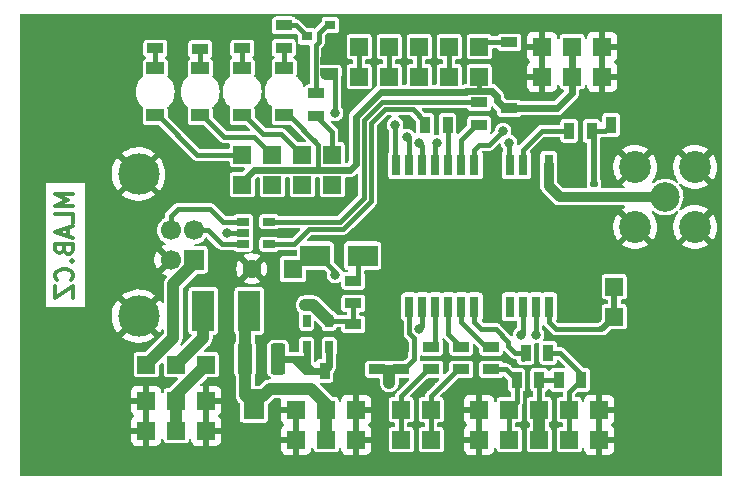
<source format=gbr>
%TF.GenerationSoftware,KiCad,Pcbnew,6.0.10+dfsg-1~bpo11+1*%
%TF.CreationDate,2023-02-14T08:10:47+00:00*%
%TF.ProjectId,GPS02B,47505330-3242-42e6-9b69-6361645f7063,REV*%
%TF.SameCoordinates,Original*%
%TF.FileFunction,Copper,L2,Bot*%
%TF.FilePolarity,Positive*%
%FSLAX46Y46*%
G04 Gerber Fmt 4.6, Leading zero omitted, Abs format (unit mm)*
G04 Created by KiCad (PCBNEW 6.0.10+dfsg-1~bpo11+1) date 2023-02-14 08:10:47*
%MOMM*%
%LPD*%
G01*
G04 APERTURE LIST*
G04 Aperture macros list*
%AMRoundRect*
0 Rectangle with rounded corners*
0 $1 Rounding radius*
0 $2 $3 $4 $5 $6 $7 $8 $9 X,Y pos of 4 corners*
0 Add a 4 corners polygon primitive as box body*
4,1,4,$2,$3,$4,$5,$6,$7,$8,$9,$2,$3,0*
0 Add four circle primitives for the rounded corners*
1,1,$1+$1,$2,$3*
1,1,$1+$1,$4,$5*
1,1,$1+$1,$6,$7*
1,1,$1+$1,$8,$9*
0 Add four rect primitives between the rounded corners*
20,1,$1+$1,$2,$3,$4,$5,0*
20,1,$1+$1,$4,$5,$6,$7,0*
20,1,$1+$1,$6,$7,$8,$9,0*
20,1,$1+$1,$8,$9,$2,$3,0*%
%AMFreePoly0*
4,1,22,0.500000,-0.750000,0.000000,-0.750000,0.000000,-0.745033,-0.079941,-0.743568,-0.215256,-0.701293,-0.333266,-0.622738,-0.424486,-0.514219,-0.481581,-0.384460,-0.499164,-0.250000,-0.500000,-0.250000,-0.500000,0.250000,-0.499164,0.250000,-0.499963,0.256109,-0.478152,0.396186,-0.417904,0.524511,-0.324060,0.630769,-0.204165,0.706417,-0.067858,0.745374,0.000000,0.744959,0.000000,0.750000,
0.500000,0.750000,0.500000,-0.750000,0.500000,-0.750000,$1*%
%AMFreePoly1*
4,1,20,0.000000,0.744959,0.073905,0.744508,0.209726,0.703889,0.328688,0.626782,0.421226,0.519385,0.479903,0.390333,0.500000,0.250000,0.500000,-0.250000,0.499851,-0.262216,0.476331,-0.402017,0.414519,-0.529596,0.319384,-0.634700,0.198574,-0.708877,0.061801,-0.746166,0.000000,-0.745033,0.000000,-0.750000,-0.500000,-0.750000,-0.500000,0.750000,0.000000,0.750000,0.000000,0.744959,
0.000000,0.744959,$1*%
G04 Aperture macros list end*
%ADD10C,0.300000*%
%TA.AperFunction,NonConductor*%
%ADD11C,0.300000*%
%TD*%
%TA.AperFunction,ComponentPad*%
%ADD12R,1.600000X1.600000*%
%TD*%
%TA.AperFunction,ComponentPad*%
%ADD13C,1.600000*%
%TD*%
%TA.AperFunction,ComponentPad*%
%ADD14R,1.524000X1.524000*%
%TD*%
%TA.AperFunction,ComponentPad*%
%ADD15R,1.700000X1.700000*%
%TD*%
%TA.AperFunction,ComponentPad*%
%ADD16C,1.700000*%
%TD*%
%TA.AperFunction,ComponentPad*%
%ADD17C,3.500000*%
%TD*%
%TA.AperFunction,ComponentPad*%
%ADD18C,2.500000*%
%TD*%
%TA.AperFunction,ComponentPad*%
%ADD19C,2.700000*%
%TD*%
%TA.AperFunction,ComponentPad*%
%ADD20C,6.000000*%
%TD*%
%TA.AperFunction,SMDPad,CuDef*%
%ADD21R,1.397000X0.889000*%
%TD*%
%TA.AperFunction,SMDPad,CuDef*%
%ADD22R,0.889000X1.397000*%
%TD*%
%TA.AperFunction,SMDPad,CuDef*%
%ADD23R,2.500000X1.800000*%
%TD*%
%TA.AperFunction,SMDPad,CuDef*%
%ADD24R,1.800000X2.500000*%
%TD*%
%TA.AperFunction,SMDPad,CuDef*%
%ADD25R,1.500000X1.050000*%
%TD*%
%TA.AperFunction,SMDPad,CuDef*%
%ADD26R,1.900000X3.400000*%
%TD*%
%TA.AperFunction,SMDPad,CuDef*%
%ADD27RoundRect,0.250000X-0.375000X-1.075000X0.375000X-1.075000X0.375000X1.075000X-0.375000X1.075000X0*%
%TD*%
%TA.AperFunction,SMDPad,CuDef*%
%ADD28RoundRect,0.147500X-0.172500X0.147500X-0.172500X-0.147500X0.172500X-0.147500X0.172500X0.147500X0*%
%TD*%
%TA.AperFunction,SMDPad,CuDef*%
%ADD29R,0.800000X1.800000*%
%TD*%
%TA.AperFunction,ConnectorPad*%
%ADD30R,0.800000X1.800000*%
%TD*%
%TA.AperFunction,SMDPad,CuDef*%
%ADD31R,0.650000X1.060000*%
%TD*%
%TA.AperFunction,SMDPad,CuDef*%
%ADD32FreePoly0,270.000000*%
%TD*%
%TA.AperFunction,SMDPad,CuDef*%
%ADD33FreePoly1,270.000000*%
%TD*%
%TA.AperFunction,SMDPad,CuDef*%
%ADD34R,1.060000X0.650000*%
%TD*%
%TA.AperFunction,SMDPad,CuDef*%
%ADD35R,0.900000X0.800000*%
%TD*%
%TA.AperFunction,ViaPad*%
%ADD36C,0.800000*%
%TD*%
%TA.AperFunction,Conductor*%
%ADD37C,0.500000*%
%TD*%
%TA.AperFunction,Conductor*%
%ADD38C,0.400000*%
%TD*%
%TA.AperFunction,Conductor*%
%ADD39C,0.600000*%
%TD*%
%TA.AperFunction,Conductor*%
%ADD40C,0.700000*%
%TD*%
%TA.AperFunction,Conductor*%
%ADD41C,1.000000*%
%TD*%
%TA.AperFunction,Conductor*%
%ADD42C,0.860506*%
%TD*%
G04 APERTURE END LIST*
D10*
D11*
X5250571Y24641428D02*
X3750571Y24641428D01*
X4822000Y24141428D01*
X3750571Y23641428D01*
X5250571Y23641428D01*
X5250571Y22212857D02*
X5250571Y22927142D01*
X3750571Y22927142D01*
X4822000Y21784285D02*
X4822000Y21070000D01*
X5250571Y21927142D02*
X3750571Y21427142D01*
X5250571Y20927142D01*
X4464857Y19927142D02*
X4536285Y19712857D01*
X4607714Y19641428D01*
X4750571Y19570000D01*
X4964857Y19570000D01*
X5107714Y19641428D01*
X5179142Y19712857D01*
X5250571Y19855714D01*
X5250571Y20427142D01*
X3750571Y20427142D01*
X3750571Y19927142D01*
X3822000Y19784285D01*
X3893428Y19712857D01*
X4036285Y19641428D01*
X4179142Y19641428D01*
X4322000Y19712857D01*
X4393428Y19784285D01*
X4464857Y19927142D01*
X4464857Y20427142D01*
X5107714Y18927142D02*
X5179142Y18855714D01*
X5250571Y18927142D01*
X5179142Y18998571D01*
X5107714Y18927142D01*
X5250571Y18927142D01*
X5107714Y17355714D02*
X5179142Y17427142D01*
X5250571Y17641428D01*
X5250571Y17784285D01*
X5179142Y17998571D01*
X5036285Y18141428D01*
X4893428Y18212857D01*
X4607714Y18284285D01*
X4393428Y18284285D01*
X4107714Y18212857D01*
X3964857Y18141428D01*
X3822000Y17998571D01*
X3750571Y17784285D01*
X3750571Y17641428D01*
X3822000Y17427142D01*
X3893428Y17355714D01*
X3750571Y16855714D02*
X3750571Y15855714D01*
X5250571Y16855714D01*
X5250571Y15855714D01*
D12*
%TO.P,C1,1*%
%TO.N,/VBACKUP*%
X23876000Y18288000D03*
D13*
%TO.P,C1,2*%
%TO.N,GND*%
X20376000Y18288000D03*
%TD*%
D14*
%TO.P,J1,1*%
%TO.N,GND*%
X11430000Y4572000D03*
%TO.P,J1,2*%
X11430000Y7112000D03*
%TO.P,J1,3*%
%TO.N,Net-(J1-Pad3)*%
X13970000Y4572000D03*
%TO.P,J1,4*%
X13970000Y7112000D03*
%TO.P,J1,5*%
%TO.N,GND*%
X16510000Y4572000D03*
%TO.P,J1,6*%
X16510000Y7112000D03*
%TD*%
D15*
%TO.P,J2,1,VBUS*%
%TO.N,/VBUS*%
X15494000Y19050000D03*
D16*
%TO.P,J2,2,D-*%
%TO.N,/D-*%
X15494000Y21550000D03*
%TO.P,J2,3,D+*%
%TO.N,/D+*%
X13494000Y21550000D03*
%TO.P,J2,4,GND*%
%TO.N,GND*%
X13494000Y19050000D03*
D17*
%TO.P,J2,5,Shield*%
X10784000Y14280000D03*
X10784000Y26320000D03*
%TD*%
D14*
%TO.P,J3,1*%
%TO.N,GND*%
X24130000Y3810000D03*
%TO.P,J3,2*%
X24130000Y6350000D03*
%TO.P,J3,3*%
%TO.N,Net-(D2-Pad1)*%
X26670000Y3810000D03*
%TO.P,J3,4*%
X26670000Y6350000D03*
%TO.P,J3,5*%
%TO.N,GND*%
X29210000Y3810000D03*
%TO.P,J3,6*%
X29210000Y6350000D03*
%TD*%
%TO.P,J4,1*%
%TO.N,/TXD{slash}MISO*%
X35560000Y6350000D03*
%TO.P,J4,2*%
X35560000Y3810000D03*
%TD*%
%TO.P,J5,1*%
%TO.N,/RXD{slash}MOSI*%
X33020000Y6350000D03*
%TO.P,J5,2*%
X33020000Y3810000D03*
%TD*%
%TO.P,J6,1*%
%TO.N,/SDA{slash}#CS*%
X47244000Y6350000D03*
%TO.P,J6,2*%
X47244000Y3810000D03*
%TD*%
%TO.P,J8,1*%
%TO.N,+3V3*%
X44704000Y6350000D03*
%TO.P,J8,2*%
X44704000Y3810000D03*
%TD*%
%TO.P,J9,1*%
%TO.N,GND*%
X49784000Y6350000D03*
%TO.P,J9,2*%
X49784000Y3810000D03*
%TD*%
%TO.P,J10,1*%
%TO.N,GND*%
X39624000Y6350000D03*
%TO.P,J10,2*%
X39624000Y3810000D03*
%TD*%
%TO.P,J11,1*%
%TO.N,/EXTINT*%
X34544000Y34544000D03*
%TO.P,J11,2*%
X34544000Y37084000D03*
%TD*%
%TO.P,J13,1*%
%TO.N,/#RESET*%
X37084000Y37084000D03*
%TO.P,J13,2*%
X37084000Y34544000D03*
%TD*%
%TO.P,J14,1*%
%TO.N,/LNEN*%
X51054000Y16764000D03*
%TO.P,J14,2*%
X51054000Y14224000D03*
%TD*%
%TO.P,J15,1*%
%TO.N,GND*%
X44958000Y34544000D03*
%TO.P,J15,2*%
X44958000Y37084000D03*
%TO.P,J15,3*%
%TO.N,+3V3*%
X47498000Y34544000D03*
%TO.P,J15,4*%
X47498000Y37084000D03*
%TO.P,J15,5*%
%TO.N,GND*%
X50038000Y34544000D03*
%TO.P,J15,6*%
X50038000Y37084000D03*
%TD*%
%TO.P,J16,1*%
%TO.N,Net-(J16-Pad1)*%
X32004000Y34544000D03*
%TO.P,J16,2*%
X32004000Y37084000D03*
%TD*%
D18*
%TO.P,J18,1*%
%TO.N,Net-(J18-Pad1)*%
X55372000Y24384000D03*
D19*
%TO.P,J18,2*%
%TO.N,GND*%
X57912000Y21844000D03*
X52832000Y26924000D03*
X52832000Y21844000D03*
X57912000Y26924000D03*
%TD*%
D14*
%TO.P,JP6,1,A*%
%TO.N,Net-(J16-Pad1)*%
X27178000Y25400000D03*
%TO.P,JP6,2,B*%
%TO.N,/TIMEPULSE*%
X27178000Y27940000D03*
%TD*%
%TO.P,JP7,1,A*%
%TO.N,Net-(JP7-Pad1)*%
X22098000Y25400000D03*
%TO.P,JP7,2,B*%
%TO.N,/RTK_STAT*%
X22098000Y27940000D03*
%TD*%
%TO.P,JP8,1,A*%
%TO.N,Net-(JP8-Pad1)*%
X24638000Y25400000D03*
%TO.P,JP8,2,B*%
%TO.N,/GEO_STAT*%
X24638000Y27940000D03*
%TD*%
D20*
%TO.P,M1,1*%
%TO.N,GND*%
X5080000Y5080000D03*
%TD*%
%TO.P,M2,1*%
%TO.N,GND*%
X55880000Y35560000D03*
%TD*%
%TO.P,M3,1*%
%TO.N,GND*%
X55880000Y5080000D03*
%TD*%
%TO.P,M4,1*%
%TO.N,GND*%
X5080000Y35560000D03*
%TD*%
D14*
%TO.P,JP1,1,A*%
%TO.N,/VBUS*%
X11430000Y10160000D03*
%TO.P,JP1,2,C*%
%TO.N,Net-(F1-Pad1)*%
X13970000Y10160000D03*
%TO.P,JP1,3,B*%
%TO.N,Net-(J1-Pad3)*%
X16510000Y10160000D03*
%TD*%
%TO.P,JP9,1,A*%
%TO.N,+3V3*%
X19558000Y25400000D03*
%TO.P,JP9,2,B*%
%TO.N,Net-(D3-Pad2)*%
X19558000Y27940000D03*
%TD*%
%TO.P,JP2,1,A*%
%TO.N,/VDD_USB*%
X39624000Y37084000D03*
%TO.P,JP2,2,B*%
%TO.N,+3V3*%
X39624000Y34544000D03*
%TD*%
%TO.P,J12,1*%
%TO.N,/#SAFEB*%
X29464000Y37084000D03*
%TO.P,J12,2*%
X29464000Y34544000D03*
%TD*%
%TO.P,J7,1*%
%TO.N,/SCL{slash}CLK*%
X42164000Y6350000D03*
%TO.P,J7,2*%
X42164000Y3810000D03*
%TD*%
D21*
%TO.P,C3,1*%
%TO.N,+3V3*%
X28956000Y13589000D03*
%TO.P,C3,2*%
%TO.N,GND*%
X28956000Y11684000D03*
%TD*%
%TO.P,C6,1*%
%TO.N,+3V3*%
X42164000Y31877000D03*
%TO.P,C6,2*%
%TO.N,GND*%
X42164000Y33782000D03*
%TD*%
D22*
%TO.P,C7,1*%
%TO.N,Net-(C7-Pad1)*%
X50800000Y30480000D03*
%TO.P,C7,2*%
%TO.N,GND*%
X52705000Y30480000D03*
%TD*%
D23*
%TO.P,D1,1,K*%
%TO.N,/VBACKUP*%
X25750000Y19410000D03*
%TO.P,D1,2,A*%
%TO.N,Net-(D1-Pad2)*%
X29750000Y19410000D03*
%TD*%
D24*
%TO.P,D2,1,K*%
%TO.N,Net-(D2-Pad1)*%
X20574000Y6826000D03*
%TO.P,D2,2,A*%
%TO.N,GND*%
X20574000Y2826000D03*
%TD*%
D25*
%TO.P,D3,1,K*%
%TO.N,Net-(D3-Pad1)*%
X12192000Y35274000D03*
%TO.P,D3,2,A*%
%TO.N,Net-(D3-Pad2)*%
X12192000Y31274000D03*
%TD*%
%TO.P,D5,1,K*%
%TO.N,Net-(D5-Pad1)*%
X16002000Y35274000D03*
%TO.P,D5,2,A*%
%TO.N,/RTK_STAT*%
X16002000Y31274000D03*
%TD*%
%TO.P,D6,1,K*%
%TO.N,Net-(D6-Pad1)*%
X23114000Y35306000D03*
%TO.P,D6,2,A*%
%TO.N,+3V3*%
X23114000Y31306000D03*
%TD*%
D26*
%TO.P,F1,1*%
%TO.N,Net-(F1-Pad1)*%
X16256000Y14732000D03*
%TO.P,F1,2*%
%TO.N,Net-(D2-Pad1)*%
X20156000Y14732000D03*
%TD*%
D27*
%TO.P,L1,1,1*%
%TO.N,Net-(D2-Pad1)*%
X19812000Y10668000D03*
%TO.P,L1,2,2*%
%TO.N,Net-(C2-Pad1)*%
X22612000Y10668000D03*
%TD*%
D28*
%TO.P,L2,1,1*%
%TO.N,Net-(C7-Pad1)*%
X49340000Y25475000D03*
%TO.P,L2,2,2*%
%TO.N,Net-(J18-Pad1)*%
X49340000Y24505000D03*
%TD*%
D21*
%TO.P,R1,1*%
%TO.N,+3V3*%
X28956000Y15367000D03*
%TO.P,R1,2*%
%TO.N,Net-(D1-Pad2)*%
X28956000Y17272000D03*
%TD*%
D22*
%TO.P,R2,1*%
%TO.N,+3V3*%
X46355000Y8890000D03*
%TO.P,R2,2*%
%TO.N,/SDA{slash}#CS*%
X48260000Y8890000D03*
%TD*%
%TO.P,R3,1*%
%TO.N,+3V3*%
X44704000Y8890000D03*
%TO.P,R3,2*%
%TO.N,/SCL{slash}CLK*%
X42799000Y8890000D03*
%TD*%
%TO.P,R4,1*%
%TO.N,Net-(R4-Pad1)*%
X36957000Y30480000D03*
%TO.P,R4,2*%
%TO.N,/DM*%
X35052000Y30480000D03*
%TD*%
D21*
%TO.P,R6,1*%
%TO.N,Net-(R6-Pad1)*%
X38100000Y11684000D03*
%TO.P,R6,2*%
%TO.N,/TXD{slash}MISO*%
X38100000Y9779000D03*
%TD*%
%TO.P,R7,1*%
%TO.N,Net-(R7-Pad1)*%
X35560000Y11684000D03*
%TO.P,R7,2*%
%TO.N,/RXD{slash}MOSI*%
X35560000Y9779000D03*
%TD*%
D22*
%TO.P,R8,1*%
%TO.N,Net-(R8-Pad1)*%
X43561000Y11176000D03*
%TO.P,R8,2*%
%TO.N,/SDA{slash}#CS*%
X45466000Y11176000D03*
%TD*%
D21*
%TO.P,R9,1*%
%TO.N,Net-(R9-Pad1)*%
X40640000Y11684000D03*
%TO.P,R9,2*%
%TO.N,/SCL{slash}CLK*%
X40640000Y9779000D03*
%TD*%
%TO.P,R10,1*%
%TO.N,Net-(D3-Pad1)*%
X12192000Y36957000D03*
%TO.P,R10,2*%
%TO.N,GND*%
X12192000Y38862000D03*
%TD*%
D22*
%TO.P,R11,1*%
%TO.N,Net-(R11-Pad1)*%
X47244000Y29972000D03*
%TO.P,R11,2*%
%TO.N,Net-(C7-Pad1)*%
X49149000Y29972000D03*
%TD*%
D21*
%TO.P,R13,1*%
%TO.N,Net-(D5-Pad1)*%
X16002000Y36893500D03*
%TO.P,R13,2*%
%TO.N,GND*%
X16002000Y38798500D03*
%TD*%
D29*
%TO.P,U3,1,~{SAFEBOOT}*%
%TO.N,/#SAFEB*%
X32624000Y27082000D03*
%TO.P,U3,2,D_SEL*%
%TO.N,/D_SEL*%
X33724000Y27082000D03*
%TO.P,U3,3,TIMEPULSE*%
%TO.N,Net-(J16-Pad1)*%
X34824000Y27082000D03*
%TO.P,U3,4,EXTINT*%
%TO.N,/EXTINT*%
X35924000Y27082000D03*
%TO.P,U3,5,USB_DM*%
%TO.N,Net-(R4-Pad1)*%
X37024000Y27082000D03*
%TO.P,U3,6,USB_DP*%
%TO.N,Net-(R5-Pad1)*%
X38124000Y27082000D03*
%TO.P,U3,7,VDD_USB*%
%TO.N,/VDD_USB*%
X39224000Y27082000D03*
%TO.P,U3,8,~{RESET}*%
%TO.N,/#RESET*%
X42224000Y27082000D03*
%TO.P,U3,9,VCC_RF*%
%TO.N,Net-(R11-Pad1)*%
X43324000Y27082000D03*
%TO.P,U3,10,GND*%
%TO.N,GND*%
X44424000Y27082000D03*
%TO.P,U3,11,RF_IN*%
%TO.N,Net-(J18-Pad1)*%
X45524000Y27082000D03*
%TO.P,U3,12,GND*%
%TO.N,GND*%
X46624000Y27082000D03*
%TO.P,U3,13,GND*%
X46624000Y15082000D03*
%TO.P,U3,14,LNA_EN*%
%TO.N,/LNEN*%
X45524000Y15082000D03*
%TO.P,U3,15,RTK_STAT*%
%TO.N,Net-(JP7-Pad1)*%
X44424000Y15082000D03*
%TO.P,U3,16,GEOFENCE_STAT*%
%TO.N,Net-(JP8-Pad1)*%
X43324000Y15082000D03*
%TO.P,U3,17,RESERVED*%
%TO.N,unconnected-(U3-Pad17)*%
X42224000Y15082000D03*
%TO.P,U3,18,SDA/~{SPI_CS}*%
%TO.N,Net-(R8-Pad1)*%
X39224000Y15082000D03*
%TO.P,U3,19,SCL/SPI_CLK*%
%TO.N,Net-(R9-Pad1)*%
X38124000Y15082000D03*
%TO.P,U3,20,TXD/SPI_MISO*%
%TO.N,Net-(R6-Pad1)*%
X37024000Y15082000D03*
%TO.P,U3,21,RXD/SPI_MOSI*%
%TO.N,Net-(R7-Pad1)*%
X35924000Y15082000D03*
%TO.P,U3,22,V_BCKP*%
%TO.N,/VBACKUP*%
X34824000Y15082000D03*
D30*
%TO.P,U3,23,VCC*%
%TO.N,+3V3*%
X33724000Y15082000D03*
D29*
%TO.P,U3,24,GND*%
%TO.N,GND*%
X32624000Y15082000D03*
%TD*%
D22*
%TO.P,C2,1*%
%TO.N,Net-(C2-Pad1)*%
X26543000Y9652000D03*
%TO.P,C2,2*%
%TO.N,GND*%
X28448000Y9652000D03*
%TD*%
D31*
%TO.P,U2,1,VIN*%
%TO.N,Net-(C2-Pad1)*%
X26924000Y11684000D03*
%TO.P,U2,2,GND*%
%TO.N,GND*%
X25974000Y11684000D03*
%TO.P,U2,3,EN*%
%TO.N,Net-(C2-Pad1)*%
X25024000Y11684000D03*
%TO.P,U2,4,NC*%
%TO.N,unconnected-(U2-Pad4)*%
X25024000Y13884000D03*
%TO.P,U2,5,VOUT*%
%TO.N,+3V3*%
X26924000Y13884000D03*
%TD*%
D21*
%TO.P,R5,1*%
%TO.N,Net-(R5-Pad1)*%
X39624000Y30480000D03*
%TO.P,R5,2*%
%TO.N,/DP*%
X39624000Y32385000D03*
%TD*%
D32*
%TO.P,JP4,1,A*%
%TO.N,GND*%
X26924000Y36083000D03*
D33*
%TO.P,JP4,2,B*%
%TO.N,/D_SEL*%
X26924000Y34783000D03*
%TD*%
D21*
%TO.P,C4,1*%
%TO.N,+3V3*%
X30988000Y9779000D03*
%TO.P,C4,2*%
%TO.N,GND*%
X30988000Y11684000D03*
%TD*%
D34*
%TO.P,U1,1,IO1*%
%TO.N,/DP*%
X21844000Y22286000D03*
%TO.P,U1,2,GND*%
%TO.N,GND*%
X21844000Y21336000D03*
%TO.P,U1,3,IO2*%
%TO.N,/DM*%
X21844000Y20386000D03*
%TO.P,U1,4,IO2*%
%TO.N,/D-*%
X19644000Y20386000D03*
%TO.P,U1,5,VBUS*%
%TO.N,/VBUS*%
X19644000Y21336000D03*
%TO.P,U1,6,IO1*%
%TO.N,/D+*%
X19644000Y22286000D03*
%TD*%
D21*
%TO.P,C5,1*%
%TO.N,+3V3*%
X33020000Y9779000D03*
%TO.P,C5,2*%
%TO.N,GND*%
X33020000Y11684000D03*
%TD*%
%TO.P,R15,1*%
%TO.N,/VDD_USB*%
X42164000Y37465000D03*
%TO.P,R15,2*%
%TO.N,GND*%
X42164000Y35560000D03*
%TD*%
%TO.P,R12,1*%
%TO.N,Net-(D4-Pad1)*%
X19558000Y36957000D03*
%TO.P,R12,2*%
%TO.N,GND*%
X19558000Y38862000D03*
%TD*%
D25*
%TO.P,D4,1,K*%
%TO.N,Net-(D4-Pad1)*%
X19558000Y35306000D03*
%TO.P,D4,2,A*%
%TO.N,/GEO_STAT*%
X19558000Y31306000D03*
%TD*%
D21*
%TO.P,R16,1*%
%TO.N,Net-(Q1-Pad3)*%
X23100000Y38905000D03*
%TO.P,R16,2*%
%TO.N,Net-(D6-Pad1)*%
X23100000Y37000000D03*
%TD*%
%TO.P,R14,1*%
%TO.N,/TIMEPULSE*%
X25840000Y31245000D03*
%TO.P,R14,2*%
%TO.N,Net-(Q1-Pad1)*%
X25840000Y33150000D03*
%TD*%
D35*
%TO.P,Q1,1,B*%
%TO.N,Net-(Q1-Pad1)*%
X27035000Y38923000D03*
%TO.P,Q1,2,E*%
%TO.N,GND*%
X27035000Y37023000D03*
%TO.P,Q1,3,C*%
%TO.N,Net-(Q1-Pad3)*%
X25035000Y37973000D03*
%TD*%
D36*
%TO.N,GND*%
X7366000Y28702000D03*
X6350000Y28702000D03*
X21844000Y23368000D03*
X33655000Y30734000D03*
X43307000Y30353000D03*
X46609000Y12192000D03*
X30861000Y15240000D03*
X21971000Y12954000D03*
X7747000Y11049000D03*
X7747000Y9906000D03*
X8890000Y9906000D03*
X8890000Y11049000D03*
X34544000Y24892000D03*
X13208000Y28448000D03*
X52324000Y2032000D03*
X30480000Y1524000D03*
X12192000Y23368000D03*
X44704000Y23876000D03*
X33020000Y24892000D03*
X53340000Y16764000D03*
X40640000Y24892000D03*
X7112000Y15240000D03*
X56896000Y18288000D03*
X39116000Y21844000D03*
X49276000Y10668000D03*
X41148000Y17272000D03*
X11176000Y17780000D03*
X37592000Y24892000D03*
X18288000Y9144000D03*
X35052000Y1524000D03*
X28178182Y10398182D03*
X57912000Y16383000D03*
X53340000Y12192000D03*
X36576000Y1524000D03*
X37592000Y3048000D03*
X1524000Y26416000D03*
X39624000Y1524000D03*
X21336000Y38608000D03*
X45720000Y17272000D03*
X13208000Y24384000D03*
X45720000Y1524000D03*
X54991000Y14605000D03*
X44196000Y17272000D03*
X18288000Y17272000D03*
X48768000Y19812000D03*
X15748000Y26924000D03*
X1524000Y30480000D03*
X28448000Y1524000D03*
X32004000Y23876000D03*
X7112000Y22860000D03*
X27940000Y8128000D03*
X32004000Y22352000D03*
X29083000Y39243000D03*
X15748000Y25400000D03*
X50292000Y1524000D03*
X7112000Y24384000D03*
X37592000Y4572000D03*
X54991000Y18288000D03*
X33528000Y17272000D03*
X1524000Y10160000D03*
X47244000Y17272000D03*
X10160000Y18288000D03*
X1524000Y15240000D03*
X33528000Y1524000D03*
X36068000Y24892000D03*
X37592000Y6604000D03*
X38100000Y17272000D03*
X1524000Y25400000D03*
X8636000Y18288000D03*
X17272000Y26924000D03*
X50292000Y11684000D03*
X36703000Y39243000D03*
X32004000Y20828000D03*
X56388000Y10160000D03*
X53340000Y14732000D03*
X18288000Y11684000D03*
X58420000Y10160000D03*
X47244000Y22860000D03*
X32004000Y17780000D03*
X1524000Y29464000D03*
X41148000Y1524000D03*
X50292000Y19812000D03*
X8382000Y28702000D03*
X16764000Y2032000D03*
X10160000Y38608000D03*
X55880000Y29464000D03*
X30607000Y39243000D03*
X1524000Y17272000D03*
X7112000Y18288000D03*
X22246182Y15642182D03*
X11176000Y19304000D03*
X39116000Y23368000D03*
X33655000Y39243000D03*
X52324000Y3556000D03*
X43307000Y39370000D03*
X11176000Y29972000D03*
X36576000Y17272000D03*
X38481000Y39243000D03*
X1524000Y18288000D03*
X42672000Y17272000D03*
X26924000Y1524000D03*
X35052000Y17272000D03*
X43688000Y24892000D03*
X10160000Y22860000D03*
X54356000Y10160000D03*
X1524000Y19304000D03*
X1524000Y23368000D03*
X52324000Y10160000D03*
X35179000Y39243000D03*
X1524000Y13208000D03*
X51816000Y18796000D03*
X18796000Y3048000D03*
X17272000Y25400000D03*
X39116000Y20320000D03*
X50292000Y32004000D03*
X17780000Y38608000D03*
X53340000Y18288000D03*
X1524000Y16256000D03*
X32004000Y19304000D03*
X1524000Y31496000D03*
X48768000Y1524000D03*
X12192000Y2032000D03*
X49784000Y21336000D03*
X25400000Y1524000D03*
X52324000Y5080000D03*
X14224000Y38608000D03*
X14732000Y2032000D03*
X1524000Y12192000D03*
X14224000Y26924000D03*
X52324000Y6604000D03*
X39116000Y18796000D03*
X47752000Y28448000D03*
X42672000Y1524000D03*
X42164000Y24892000D03*
X1524000Y11176000D03*
X44196000Y1524000D03*
X54991000Y12192000D03*
X40259000Y39243000D03*
X50800000Y8636000D03*
X18796000Y2032000D03*
X23876000Y1524000D03*
X55880000Y30988000D03*
X30464182Y8112182D03*
X48260000Y11684000D03*
X54991000Y16510000D03*
X7112000Y25908000D03*
X59690000Y19685000D03*
X47752000Y26416000D03*
X1524000Y24384000D03*
X17780000Y18796000D03*
X10160000Y2032000D03*
X57912000Y13081000D03*
X1524000Y22352000D03*
X18288000Y23368000D03*
X1524000Y28448000D03*
X39624000Y17272000D03*
X58801000Y18796000D03*
X52324000Y8128000D03*
X48768000Y32004000D03*
X1524000Y20320000D03*
X39116000Y24892000D03*
X45720000Y22860000D03*
X1524000Y27432000D03*
X18796000Y4572000D03*
X1524000Y14224000D03*
X18796000Y6096000D03*
X38100000Y1524000D03*
X7112000Y16764000D03*
X49276000Y22860000D03*
X47244000Y1524000D03*
X1524000Y21336000D03*
X52324000Y32004000D03*
X32004000Y39243000D03*
X32004000Y1524000D03*
X11176000Y20828000D03*
X8636000Y22860000D03*
X14224000Y25400000D03*
X48260000Y18288000D03*
%TO.N,/VBACKUP*%
X27432000Y17780000D03*
X34544000Y13208000D03*
%TO.N,+3V3*%
X32004000Y8636000D03*
X24892000Y15240000D03*
%TO.N,/VBUS*%
X18288000Y21336000D03*
%TO.N,Net-(JP7-Pad1)*%
X44450000Y12700000D03*
%TO.N,Net-(JP8-Pad1)*%
X43180000Y12700000D03*
%TO.N,Net-(J16-Pad1)*%
X34544000Y28956000D03*
%TO.N,/EXTINT*%
X36068000Y28956000D03*
%TO.N,/#SAFEB*%
X32512000Y30480000D03*
%TO.N,/#RESET*%
X42164000Y28956000D03*
%TO.N,/VDD_USB*%
X41656000Y29972000D03*
%TO.N,/D_SEL*%
X27432000Y31496000D03*
X33528000Y29464000D03*
%TD*%
D37*
%TO.N,GND*%
X54864000Y32004000D02*
X55880000Y30988000D01*
X17272000Y25400000D02*
X17272000Y24384000D01*
X42164000Y24892000D02*
X40640000Y24892000D01*
X49276000Y22860000D02*
X49276000Y21844000D01*
X28178182Y8366182D02*
X27940000Y8128000D01*
X24130000Y3810000D02*
X24130000Y1778000D01*
X25400000Y1524000D02*
X26924000Y1524000D01*
X32004000Y1524000D02*
X33528000Y1524000D01*
X52324000Y32004000D02*
X54864000Y32004000D01*
X45720000Y22860000D02*
X47244000Y22860000D01*
X14732000Y2032000D02*
X12192000Y2032000D01*
X50292000Y19812000D02*
X50800000Y19812000D01*
X48260000Y19304000D02*
X48768000Y19812000D01*
X18288000Y11684000D02*
X18288000Y17272000D01*
X45720000Y1524000D02*
X47244000Y1524000D01*
X17780000Y38608000D02*
X10160000Y38608000D01*
X32004000Y19304000D02*
X32004000Y17780000D01*
X24130000Y1778000D02*
X23876000Y1524000D01*
X36576000Y1524000D02*
X36576000Y2032000D01*
X37592000Y4572000D02*
X37592000Y6604000D01*
X50292000Y32004000D02*
X48768000Y32004000D01*
X52324000Y3556000D02*
X52324000Y5080000D01*
X16510000Y4572000D02*
X18796000Y4572000D01*
X39116000Y20320000D02*
X39116000Y18796000D01*
X52324000Y10160000D02*
X54356000Y10160000D01*
X48260000Y11684000D02*
X50292000Y11684000D01*
X42672000Y1524000D02*
X44196000Y1524000D01*
X39116000Y23368000D02*
X39116000Y21844000D01*
X11684000Y22860000D02*
X12192000Y23368000D01*
X17272000Y26924000D02*
X15748000Y26924000D01*
X18796000Y8636000D02*
X18288000Y9144000D01*
X36576000Y2032000D02*
X37592000Y3048000D01*
X10160000Y22860000D02*
X11684000Y22860000D01*
X52324000Y6604000D02*
X52324000Y8128000D01*
X44424000Y24156000D02*
X44704000Y23876000D01*
X50800000Y8636000D02*
X50800000Y9144000D01*
X28448000Y1524000D02*
X30480000Y1524000D01*
X35052000Y1524000D02*
X36576000Y1524000D01*
X44424000Y27082000D02*
X44424000Y24156000D01*
X18796000Y6096000D02*
X18796000Y8636000D01*
X28178182Y10398182D02*
X28178182Y8366182D01*
X32004000Y22352000D02*
X32004000Y20828000D01*
X53340000Y16764000D02*
X53340000Y18288000D01*
X39624000Y17272000D02*
X41148000Y17272000D01*
X51816000Y1524000D02*
X52324000Y2032000D01*
X42672000Y17272000D02*
X44196000Y17272000D01*
X39116000Y24892000D02*
X37592000Y24892000D01*
X17272000Y24384000D02*
X18288000Y23368000D01*
X20376000Y18288000D02*
X22246182Y16417818D01*
X22246182Y16417818D02*
X22246182Y15642182D01*
X50292000Y1524000D02*
X51816000Y1524000D01*
X46624000Y27082000D02*
X46624000Y27320000D01*
X50800000Y19812000D02*
X51816000Y18796000D01*
X45720000Y17272000D02*
X47244000Y17272000D01*
X33020000Y24892000D02*
X32004000Y23876000D01*
X46624000Y27320000D02*
X47752000Y28448000D01*
X53340000Y12192000D02*
X53340000Y14732000D01*
X36576000Y17272000D02*
X38100000Y17272000D01*
X13208000Y24384000D02*
X14224000Y25400000D01*
X14224000Y27432000D02*
X13208000Y28448000D01*
X28448000Y10128364D02*
X28178182Y10398182D01*
X28448000Y9652000D02*
X28448000Y10128364D01*
X18796000Y2032000D02*
X16764000Y2032000D01*
X38100000Y1524000D02*
X39624000Y1524000D01*
X49276000Y21844000D02*
X49784000Y21336000D01*
X50800000Y9144000D02*
X49276000Y10668000D01*
X56388000Y10160000D02*
X58420000Y10160000D01*
X33528000Y17272000D02*
X35052000Y17272000D01*
X44704000Y23876000D02*
X43688000Y24892000D01*
X36068000Y24892000D02*
X34544000Y24892000D01*
X14224000Y26924000D02*
X14224000Y27432000D01*
X48260000Y18288000D02*
X48260000Y19304000D01*
X15748000Y25400000D02*
X17272000Y25400000D01*
X18796000Y6096000D02*
X18796000Y3048000D01*
D38*
%TO.N,/VBACKUP*%
X25146000Y19558000D02*
X23876000Y18288000D01*
X26091000Y19558000D02*
X25146000Y19558000D01*
X34824000Y13488000D02*
X34544000Y13208000D01*
X27432000Y17780000D02*
X27432000Y18006000D01*
X34824000Y15082000D02*
X34824000Y13488000D01*
X27432000Y18006000D02*
X25908000Y19530000D01*
D39*
%TO.N,Net-(C2-Pad1)*%
X23876000Y10668000D02*
X24384000Y10160000D01*
X23368000Y10668000D02*
X24892000Y10668000D01*
X23368000Y10668000D02*
X23876000Y10668000D01*
X26924000Y11684000D02*
X26924000Y10033000D01*
X25024000Y10536000D02*
X25024000Y10155000D01*
X24760000Y10536000D02*
X24384000Y10160000D01*
X24384000Y10160000D02*
X24892000Y9652000D01*
X25024000Y11684000D02*
X25024000Y10536000D01*
X22612000Y10668000D02*
X23368000Y10668000D01*
X26924000Y10033000D02*
X26543000Y9652000D01*
X24892000Y10668000D02*
X25024000Y10536000D01*
X26543000Y9652000D02*
X24892000Y9652000D01*
X25024000Y10155000D02*
X25527000Y9652000D01*
X25024000Y10536000D02*
X24760000Y10536000D01*
%TO.N,+3V3*%
X31276037Y33281999D02*
X29179981Y31185943D01*
D40*
X30988000Y9779000D02*
X33020000Y9779000D01*
D39*
X41148000Y32512000D02*
X41148000Y32904002D01*
D38*
X23515120Y31306000D02*
X23114000Y31306000D01*
D39*
X47498000Y33182000D02*
X47498000Y34544000D01*
X46193000Y31877000D02*
X47498000Y33182000D01*
D38*
X41148000Y32724002D02*
X41148000Y32512000D01*
D39*
X42164000Y31877000D02*
X41783000Y31877000D01*
X42164000Y31877000D02*
X46193000Y31877000D01*
D38*
X39624000Y34544000D02*
X39624000Y33382000D01*
D41*
X32004000Y8636000D02*
X32004000Y9652000D01*
D38*
X26924000Y13884000D02*
X28661000Y13884000D01*
X26016489Y28804631D02*
X23515120Y31306000D01*
D39*
X41783000Y31877000D02*
X41148000Y32512000D01*
X26027999Y26662001D02*
X28694001Y26662001D01*
X38525499Y33329501D02*
X38477997Y33281999D01*
X39425501Y33329501D02*
X38525499Y33329501D01*
X29179981Y27147981D02*
X29179981Y27755981D01*
X19558000Y25400000D02*
X19558000Y25654000D01*
D38*
X26016489Y26673511D02*
X26016489Y28804631D01*
X26027999Y26662001D02*
X26016489Y26673511D01*
X46355000Y8890000D02*
X44704000Y8890000D01*
D41*
X25568000Y15240000D02*
X24892000Y15240000D01*
X44704000Y6350000D02*
X44704000Y3810000D01*
D38*
X28956000Y15367000D02*
X28956000Y13589000D01*
X40642501Y33229501D02*
X41148000Y32724002D01*
X34118500Y10623500D02*
X33274000Y9779000D01*
X29279981Y27755981D02*
X29279982Y31144524D01*
X44704000Y8890000D02*
X44704000Y6350000D01*
D39*
X40722501Y33329501D02*
X39425501Y33329501D01*
D38*
X33724000Y12843002D02*
X34118501Y12448501D01*
D39*
X38477997Y33281999D02*
X31276037Y33281999D01*
D38*
X39571501Y33329501D02*
X39425501Y33329501D01*
X39624000Y33382000D02*
X39571501Y33329501D01*
X26016489Y28804631D02*
X25625560Y29195560D01*
D39*
X20566001Y26662001D02*
X26027999Y26662001D01*
D38*
X33274000Y9779000D02*
X33020000Y9779000D01*
D39*
X47498000Y34544000D02*
X47498000Y37084000D01*
X29179981Y31185943D02*
X29179981Y27147981D01*
X19558000Y25654000D02*
X20566001Y26662001D01*
D41*
X26924000Y13884000D02*
X25568000Y15240000D01*
D38*
X33724000Y15082000D02*
X33724000Y12843002D01*
X28661000Y13884000D02*
X28956000Y13589000D01*
D39*
X41148000Y32904002D02*
X40722501Y33329501D01*
X28694001Y26662001D02*
X29179981Y27147981D01*
D38*
X31364959Y33229501D02*
X40642501Y33229501D01*
X23339000Y31306000D02*
X23114000Y31306000D01*
X34118501Y12448501D02*
X34118500Y10623500D01*
%TO.N,Net-(C7-Pad1)*%
X49149000Y29972000D02*
X50292000Y29972000D01*
D37*
X49340000Y25475000D02*
X49340000Y29781000D01*
X49340000Y29781000D02*
X49149000Y29972000D01*
D38*
X50292000Y29972000D02*
X50800000Y30480000D01*
%TO.N,Net-(D1-Pad2)*%
X29408000Y17724000D02*
X28956000Y17272000D01*
X29408000Y19530000D02*
X29408000Y17724000D01*
D41*
%TO.N,Net-(D2-Pad1)*%
X26670000Y6858000D02*
X25400000Y8128000D01*
X26670000Y6350000D02*
X26670000Y3810000D01*
X19812000Y14388000D02*
X20156000Y14732000D01*
X19812000Y7588000D02*
X20574000Y6826000D01*
X19812000Y10668000D02*
X19812000Y7588000D01*
X21876000Y8128000D02*
X20574000Y6826000D01*
X26670000Y6350000D02*
X26670000Y6858000D01*
X19812000Y10668000D02*
X19812000Y14388000D01*
X25400000Y8128000D02*
X21876000Y8128000D01*
D38*
%TO.N,Net-(D3-Pad1)*%
X12192000Y36957000D02*
X12192000Y35274000D01*
D41*
%TO.N,Net-(F1-Pad1)*%
X16256000Y14732000D02*
X16256000Y12446000D01*
X16256000Y12446000D02*
X13970000Y10160000D01*
%TO.N,Net-(J1-Pad3)*%
X13970000Y7112000D02*
X13970000Y7620000D01*
X13970000Y7620000D02*
X16510000Y10160000D01*
X13970000Y7112000D02*
X13970000Y4572000D01*
D38*
%TO.N,/D+*%
X14109919Y23368000D02*
X16833000Y23368000D01*
X13494000Y21550000D02*
X13494000Y22752081D01*
X17915000Y22286000D02*
X19644000Y22286000D01*
X13494000Y22752081D02*
X14109919Y23368000D01*
X16833000Y23368000D02*
X17915000Y22286000D01*
%TO.N,/D-*%
X18714000Y20386000D02*
X19644000Y20386000D01*
X16696081Y21550000D02*
X17860081Y20386000D01*
X17860081Y20386000D02*
X18714000Y20386000D01*
X15494000Y21550000D02*
X16696081Y21550000D01*
D41*
%TO.N,/VBUS*%
X13716000Y12446000D02*
X13716000Y16977998D01*
X15494000Y18755998D02*
X15494000Y19050000D01*
X13716000Y16977998D02*
X15494000Y18755998D01*
X11430000Y10160000D02*
X13716000Y12446000D01*
D38*
X19644000Y21336000D02*
X18288000Y21336000D01*
%TO.N,/TXD{slash}MISO*%
X36322000Y8255000D02*
X36303000Y8255000D01*
X35560000Y3810000D02*
X35560000Y6350000D01*
X38100000Y9779000D02*
X37846000Y9779000D01*
X35560000Y7512000D02*
X35560000Y6350000D01*
X37846000Y9779000D02*
X36322000Y8255000D01*
X36303000Y8255000D02*
X35560000Y7512000D01*
%TO.N,/RXD{slash}MOSI*%
X33020000Y6350000D02*
X33020000Y7512000D01*
X33020000Y6350000D02*
X33020000Y3810000D01*
X33020000Y7512000D02*
X35287000Y9779000D01*
X35287000Y9779000D02*
X35560000Y9779000D01*
%TO.N,/SDA{slash}#CS*%
X48260000Y8890000D02*
X48260000Y9398000D01*
X47244000Y7874000D02*
X48260000Y8890000D01*
X45974000Y11176000D02*
X45466000Y11176000D01*
X47244000Y6350000D02*
X47244000Y3810000D01*
X47244000Y6350000D02*
X47244000Y7874000D01*
X48260000Y9398000D02*
X46482000Y11176000D01*
X46482000Y11176000D02*
X45974000Y11176000D01*
%TO.N,/SCL{slash}CLK*%
X41910000Y9779000D02*
X42799000Y8890000D01*
X42164000Y6350000D02*
X42164000Y3810000D01*
X42799000Y6985000D02*
X42164000Y6350000D01*
X42799000Y8890000D02*
X42799000Y6985000D01*
X40894000Y9779000D02*
X40640000Y9779000D01*
X40640000Y9779000D02*
X41910000Y9779000D01*
%TO.N,/LNEN*%
X45524000Y15082000D02*
X45524000Y13782000D01*
D37*
X49892000Y13208000D02*
X50038000Y13208000D01*
D38*
X46098000Y13208000D02*
X49892000Y13208000D01*
X45524000Y13782000D02*
X46098000Y13208000D01*
D37*
X50038000Y13208000D02*
X51054000Y14224000D01*
X51054000Y16764000D02*
X51054000Y14224000D01*
D38*
%TO.N,/TIMEPULSE*%
X27178000Y29907000D02*
X25840000Y31245000D01*
X27178000Y27940000D02*
X27178000Y29907000D01*
%TO.N,Net-(Q1-Pad1)*%
X25773352Y37203352D02*
X25773352Y33216648D01*
X27035000Y38923000D02*
X26731000Y38923000D01*
X26035000Y38227000D02*
X26035000Y37465000D01*
X26035000Y37465000D02*
X25773352Y37203352D01*
X26731000Y38923000D02*
X26035000Y38227000D01*
X25773352Y33216648D02*
X25840000Y33150000D01*
%TO.N,Net-(JP7-Pad1)*%
X44450000Y15056000D02*
X44424000Y15082000D01*
X44450000Y12700000D02*
X44450000Y15056000D01*
%TO.N,/RTK_STAT*%
X18034000Y29464000D02*
X20574000Y29464000D01*
X16227000Y31274000D02*
X16767000Y30734000D01*
X20574000Y29464000D02*
X22098000Y27940000D01*
X16767000Y30734000D02*
X16767000Y30731000D01*
X16767000Y30731000D02*
X18034000Y29464000D01*
X16002000Y31274000D02*
X16227000Y31274000D01*
%TO.N,Net-(JP8-Pad1)*%
X43324000Y12844000D02*
X43180000Y12700000D01*
X43324000Y15082000D02*
X43324000Y12844000D01*
%TO.N,/GEO_STAT*%
X22860000Y29718000D02*
X24638000Y27940000D01*
X19558000Y31306000D02*
X19748000Y31306000D01*
X19748000Y31306000D02*
X21336000Y29718000D01*
X21336000Y29718000D02*
X22860000Y29718000D01*
%TO.N,Net-(R4-Pad1)*%
X37024000Y27082000D02*
X37024000Y30413000D01*
X37024000Y30413000D02*
X36957000Y30480000D01*
%TO.N,/DM*%
X28122533Y21685991D02*
X30480000Y24043458D01*
X34001010Y31784990D02*
X35052000Y30734000D01*
X25241991Y21685991D02*
X28122533Y21685991D01*
X30480000Y24043458D02*
X30480000Y30647458D01*
X31617532Y31784990D02*
X34001010Y31784990D01*
X21844000Y20386000D02*
X23942000Y20386000D01*
X35052000Y30734000D02*
X35052000Y30480000D01*
X23942000Y20386000D02*
X25241991Y21685991D01*
X30480000Y30647458D02*
X31617532Y31784990D01*
%TO.N,Net-(R5-Pad1)*%
X39370000Y30480000D02*
X39624000Y30480000D01*
X38124000Y29234000D02*
X39370000Y30480000D01*
X38124000Y27082000D02*
X38124000Y29234000D01*
%TO.N,/DP*%
X39116000Y32385000D02*
X31369000Y32385000D01*
X21844000Y22286000D02*
X27874000Y22286000D01*
X31369000Y32385000D02*
X29879991Y30895991D01*
X29879991Y30895991D02*
X29879990Y24291990D01*
X27874000Y22286000D02*
X28956000Y23368000D01*
X29879990Y24291990D02*
X28956000Y23368000D01*
%TO.N,Net-(R6-Pad1)*%
X38100000Y11684000D02*
X37024000Y12760000D01*
X37024000Y12760000D02*
X37024000Y15082000D01*
%TO.N,Net-(R7-Pad1)*%
X35924000Y12048000D02*
X35560000Y11684000D01*
X35924000Y15082000D02*
X35924000Y12048000D01*
%TO.N,Net-(R8-Pad1)*%
X42100500Y11747500D02*
X42100500Y12128500D01*
X39224000Y13782000D02*
X39798000Y13208000D01*
X41021000Y13208000D02*
X39798000Y13208000D01*
X43561000Y11176000D02*
X42672000Y11176000D01*
X42672000Y11176000D02*
X42100500Y11747500D01*
X43307000Y10668000D02*
X43307000Y10922000D01*
X42100500Y12128500D02*
X41021000Y13208000D01*
X39224000Y15082000D02*
X39224000Y13782000D01*
%TO.N,Net-(R9-Pad1)*%
X38124000Y15082000D02*
X38124000Y13782000D01*
X40222000Y11684000D02*
X40640000Y11684000D01*
X38124000Y13782000D02*
X40222000Y11684000D01*
%TO.N,Net-(R11-Pad1)*%
X43324000Y27082000D02*
X43324000Y28382000D01*
X43324000Y28382000D02*
X44914000Y29972000D01*
X44914000Y29972000D02*
X46399500Y29972000D01*
X46399500Y29972000D02*
X47244000Y29972000D01*
%TO.N,Net-(D4-Pad1)*%
X19558000Y36957000D02*
X19558000Y35306000D01*
%TO.N,Net-(D5-Pad1)*%
X16002000Y36893500D02*
X16002000Y35274000D01*
%TO.N,Net-(D6-Pad1)*%
X23100000Y37000000D02*
X23100000Y35320000D01*
X23100000Y35320000D02*
X23114000Y35306000D01*
%TO.N,Net-(D3-Pad2)*%
X18396000Y27940000D02*
X19558000Y27940000D01*
X12417000Y31274000D02*
X15751000Y27940000D01*
X12192000Y31274000D02*
X12417000Y31274000D01*
X15751000Y27940000D02*
X18396000Y27940000D01*
%TO.N,Net-(J16-Pad1)*%
X34824000Y27082000D02*
X34824000Y28676000D01*
X32004000Y34544000D02*
X32004000Y37084000D01*
X34824000Y28676000D02*
X34544000Y28956000D01*
%TO.N,/EXTINT*%
X34544000Y34544000D02*
X34544000Y37084000D01*
X35924000Y28812000D02*
X36068000Y28956000D01*
X35924000Y27082000D02*
X35924000Y28812000D01*
%TO.N,/#SAFEB*%
X32512000Y28956000D02*
X32512000Y30480000D01*
X29464000Y34544000D02*
X29464000Y37084000D01*
X32512000Y27194000D02*
X32624000Y27082000D01*
X32512000Y28956000D02*
X32512000Y27194000D01*
%TO.N,/#RESET*%
X42164000Y27142000D02*
X42224000Y27082000D01*
X42164000Y28956000D02*
X42164000Y27142000D01*
X37084000Y34544000D02*
X37084000Y37084000D01*
%TO.N,/VDD_USB*%
X39224000Y27082000D02*
X39224000Y27540000D01*
X40005000Y37465000D02*
X39624000Y37084000D01*
X42164000Y37465000D02*
X40005000Y37465000D01*
X39224000Y28382000D02*
X39624000Y28782000D01*
X39224000Y27082000D02*
X39224000Y28382000D01*
X39624000Y28782000D02*
X40466000Y28782000D01*
X40466000Y28782000D02*
X41656000Y29972000D01*
%TO.N,/D_SEL*%
X33724000Y27082000D02*
X33724000Y29268000D01*
X27432000Y31496000D02*
X27432000Y34544000D01*
X33724000Y29268000D02*
X33528000Y29464000D01*
X27432000Y34544000D02*
X26924000Y35052000D01*
D42*
%TO.N,Net-(J18-Pad1)*%
X47752000Y24384000D02*
X55372000Y24384000D01*
X45524000Y25321494D02*
X46461494Y24384000D01*
X45524000Y27082000D02*
X45524000Y25321494D01*
X46461494Y24384000D02*
X47752000Y24384000D01*
D38*
%TO.N,Net-(Q1-Pad3)*%
X24103000Y38905000D02*
X25035000Y37973000D01*
X23100000Y38905000D02*
X24103000Y38905000D01*
%TD*%
%TA.AperFunction,Conductor*%
%TO.N,GND*%
G36*
X60165191Y39867093D02*
G01*
X60201155Y39817593D01*
X60206000Y39787000D01*
X60206000Y853000D01*
X60187093Y794809D01*
X60137593Y758845D01*
X60107000Y754000D01*
X853000Y754000D01*
X794809Y772907D01*
X758845Y822407D01*
X754000Y853000D01*
X754000Y4309757D01*
X10155000Y4309757D01*
X10155000Y3811764D01*
X10155126Y3808244D01*
X10159843Y3742285D01*
X10161717Y3731900D01*
X10199364Y3603686D01*
X10205187Y3590935D01*
X10276472Y3480013D01*
X10285651Y3469419D01*
X10385299Y3383074D01*
X10397090Y3375496D01*
X10517029Y3320722D01*
X10530484Y3316772D01*
X10664491Y3297505D01*
X10671543Y3297000D01*
X11160320Y3297000D01*
X11173005Y3301122D01*
X11176000Y3305243D01*
X11176000Y4302320D01*
X11171878Y4315005D01*
X11167757Y4318000D01*
X10170680Y4318000D01*
X10157995Y4313878D01*
X10155000Y4309757D01*
X754000Y4309757D01*
X754000Y6849757D01*
X10155000Y6849757D01*
X10155000Y6351764D01*
X10155126Y6348244D01*
X10159843Y6282285D01*
X10161717Y6271900D01*
X10199364Y6143686D01*
X10205187Y6130935D01*
X10276472Y6020013D01*
X10285651Y6009419D01*
X10385305Y5923069D01*
X10385766Y5922773D01*
X10386055Y5922419D01*
X10390651Y5918437D01*
X10389961Y5917641D01*
X10424492Y5875403D01*
X10427979Y5814317D01*
X10394894Y5762848D01*
X10385757Y5756211D01*
X10338013Y5725528D01*
X10327419Y5716349D01*
X10241074Y5616701D01*
X10233496Y5604910D01*
X10178722Y5484971D01*
X10174772Y5471516D01*
X10155505Y5337509D01*
X10155000Y5330457D01*
X10155000Y4841680D01*
X10159122Y4828995D01*
X10163243Y4826000D01*
X11160320Y4826000D01*
X11173005Y4830122D01*
X11176000Y4834243D01*
X11176000Y6842320D01*
X11171878Y6855005D01*
X11167757Y6858000D01*
X10170680Y6858000D01*
X10157995Y6853878D01*
X10155000Y6849757D01*
X754000Y6849757D01*
X754000Y7870457D01*
X10155000Y7870457D01*
X10155000Y7381680D01*
X10159122Y7368995D01*
X10163243Y7366000D01*
X11160320Y7366000D01*
X11173005Y7370122D01*
X11176000Y7374243D01*
X11176000Y8371320D01*
X11171878Y8384005D01*
X11167757Y8387000D01*
X10669764Y8387000D01*
X10666244Y8386874D01*
X10600285Y8382157D01*
X10589900Y8380283D01*
X10461686Y8342636D01*
X10448935Y8336813D01*
X10338013Y8265528D01*
X10327419Y8256349D01*
X10241074Y8156701D01*
X10233496Y8144910D01*
X10178722Y8024971D01*
X10174772Y8011516D01*
X10155505Y7877509D01*
X10155000Y7870457D01*
X754000Y7870457D01*
X754000Y10922000D01*
X10362500Y10922000D01*
X10362500Y9398000D01*
X10363803Y9369812D01*
X10394528Y9261827D01*
X10442481Y9198327D01*
X10450236Y9188058D01*
X10462186Y9172233D01*
X10557641Y9113130D01*
X10605314Y9104218D01*
X10663493Y9093342D01*
X10663498Y9093341D01*
X10668000Y9092500D01*
X12192000Y9092500D01*
X12220188Y9093803D01*
X12298387Y9116053D01*
X12319352Y9122018D01*
X12319353Y9122018D01*
X12328173Y9124528D01*
X12417767Y9192186D01*
X12476870Y9287641D01*
X12492231Y9369812D01*
X12496658Y9393493D01*
X12496659Y9393498D01*
X12497500Y9398000D01*
X12497500Y10054414D01*
X12516407Y10112605D01*
X12526496Y10124418D01*
X12733496Y10331418D01*
X12788013Y10359195D01*
X12848445Y10349624D01*
X12891710Y10306359D01*
X12902500Y10261414D01*
X12902500Y9398000D01*
X12903803Y9369812D01*
X12934528Y9261827D01*
X12982481Y9198327D01*
X12990236Y9188058D01*
X13002186Y9172233D01*
X13097641Y9113130D01*
X13145314Y9104218D01*
X13203493Y9093342D01*
X13203498Y9093341D01*
X13208000Y9092500D01*
X14071414Y9092500D01*
X14129605Y9073593D01*
X14165569Y9024093D01*
X14165569Y8962907D01*
X14141418Y8923496D01*
X13426418Y8208496D01*
X13371901Y8180719D01*
X13356414Y8179500D01*
X13208000Y8179500D01*
X13179812Y8178197D01*
X13147598Y8169031D01*
X13080648Y8149982D01*
X13080647Y8149982D01*
X13071827Y8147472D01*
X12982233Y8079814D01*
X12923130Y7984359D01*
X12921444Y7975338D01*
X12903342Y7878507D01*
X12903341Y7878502D01*
X12902500Y7874000D01*
X12902500Y7869418D01*
X12902439Y7868759D01*
X12878242Y7812561D01*
X12825634Y7781319D01*
X12764710Y7786966D01*
X12718740Y7827344D01*
X12705031Y7874002D01*
X12705000Y7874000D01*
X12704990Y7874142D01*
X12704924Y7874366D01*
X12704874Y7875755D01*
X12700157Y7941715D01*
X12698283Y7952100D01*
X12660636Y8080314D01*
X12654813Y8093065D01*
X12583528Y8203987D01*
X12574349Y8214581D01*
X12474701Y8300926D01*
X12462910Y8308504D01*
X12342971Y8363278D01*
X12329516Y8367228D01*
X12195509Y8386495D01*
X12188457Y8387000D01*
X11699680Y8387000D01*
X11686995Y8382878D01*
X11684000Y8378757D01*
X11684000Y3312680D01*
X11688122Y3299995D01*
X11692243Y3297000D01*
X12190236Y3297000D01*
X12193756Y3297126D01*
X12259715Y3301843D01*
X12270100Y3303717D01*
X12398314Y3341364D01*
X12411065Y3347187D01*
X12521987Y3418472D01*
X12532581Y3427651D01*
X12618926Y3527299D01*
X12626504Y3539090D01*
X12681278Y3659029D01*
X12685228Y3672484D01*
X12704496Y3806493D01*
X12704884Y3811922D01*
X12727894Y3868616D01*
X12779834Y3900957D01*
X12840863Y3896592D01*
X12887672Y3857189D01*
X12902526Y3809433D01*
X12903803Y3781812D01*
X12934528Y3673827D01*
X13002186Y3584233D01*
X13097641Y3525130D01*
X13145314Y3516218D01*
X13203493Y3505342D01*
X13203498Y3505341D01*
X13208000Y3504500D01*
X14732000Y3504500D01*
X14760188Y3505803D01*
X14835737Y3527299D01*
X14859352Y3534018D01*
X14859353Y3534018D01*
X14868173Y3536528D01*
X14957767Y3604186D01*
X15016870Y3699641D01*
X15033300Y3787531D01*
X15036658Y3805493D01*
X15036659Y3805498D01*
X15037500Y3810000D01*
X15037500Y3814582D01*
X15037561Y3815241D01*
X15061758Y3871439D01*
X15114366Y3902681D01*
X15175290Y3897034D01*
X15221260Y3856656D01*
X15234969Y3809998D01*
X15235000Y3810000D01*
X15235010Y3809858D01*
X15235076Y3809634D01*
X15235126Y3808245D01*
X15239843Y3742285D01*
X15241717Y3731900D01*
X15279364Y3603686D01*
X15285187Y3590935D01*
X15356472Y3480013D01*
X15365651Y3469419D01*
X15465299Y3383074D01*
X15477090Y3375496D01*
X15597029Y3320722D01*
X15610484Y3316772D01*
X15744491Y3297505D01*
X15751543Y3297000D01*
X16240320Y3297000D01*
X16253005Y3301122D01*
X16256000Y3305243D01*
X16256000Y4309757D01*
X16764000Y4309757D01*
X16764000Y3312680D01*
X16768122Y3299995D01*
X16772243Y3297000D01*
X17270236Y3297000D01*
X17273756Y3297126D01*
X17339715Y3301843D01*
X17350100Y3303717D01*
X17478314Y3341364D01*
X17491065Y3347187D01*
X17601987Y3418472D01*
X17612581Y3427651D01*
X17698926Y3527299D01*
X17706504Y3539090D01*
X17710462Y3547757D01*
X22855000Y3547757D01*
X22855000Y3049764D01*
X22855126Y3046244D01*
X22859843Y2980285D01*
X22861717Y2969900D01*
X22899364Y2841686D01*
X22905187Y2828935D01*
X22976472Y2718013D01*
X22985651Y2707419D01*
X23085299Y2621074D01*
X23097090Y2613496D01*
X23217029Y2558722D01*
X23230484Y2554772D01*
X23364491Y2535505D01*
X23371543Y2535000D01*
X23860320Y2535000D01*
X23873005Y2539122D01*
X23876000Y2543243D01*
X23876000Y3540320D01*
X23871878Y3553005D01*
X23867757Y3556000D01*
X22870680Y3556000D01*
X22857995Y3551878D01*
X22855000Y3547757D01*
X17710462Y3547757D01*
X17761278Y3659029D01*
X17765228Y3672484D01*
X17784495Y3806491D01*
X17785000Y3813543D01*
X17785000Y4302320D01*
X17780878Y4315005D01*
X17776757Y4318000D01*
X16779680Y4318000D01*
X16766995Y4313878D01*
X16764000Y4309757D01*
X16256000Y4309757D01*
X16256000Y6849757D01*
X16764000Y6849757D01*
X16764000Y4841680D01*
X16768122Y4828995D01*
X16772243Y4826000D01*
X17769320Y4826000D01*
X17782005Y4830122D01*
X17785000Y4834243D01*
X17785000Y5332236D01*
X17784874Y5335756D01*
X17780157Y5401715D01*
X17778283Y5412100D01*
X17740636Y5540314D01*
X17734813Y5553065D01*
X17663528Y5663987D01*
X17654349Y5674581D01*
X17554695Y5760931D01*
X17554234Y5761227D01*
X17553945Y5761581D01*
X17549349Y5765563D01*
X17550039Y5766359D01*
X17515508Y5808597D01*
X17512021Y5869683D01*
X17545106Y5921152D01*
X17554243Y5927789D01*
X17601987Y5958472D01*
X17612581Y5967651D01*
X17698926Y6067299D01*
X17706504Y6079090D01*
X17761278Y6199029D01*
X17765228Y6212484D01*
X17784495Y6346491D01*
X17785000Y6353543D01*
X17785000Y6842320D01*
X17780878Y6855005D01*
X17776757Y6858000D01*
X16779680Y6858000D01*
X16766995Y6853878D01*
X16764000Y6849757D01*
X16256000Y6849757D01*
X16256000Y8371320D01*
X16253583Y8378757D01*
X16764000Y8378757D01*
X16764000Y7381680D01*
X16768122Y7368995D01*
X16772243Y7366000D01*
X17769320Y7366000D01*
X17782005Y7370122D01*
X17785000Y7374243D01*
X17785000Y7872236D01*
X17784874Y7875756D01*
X17780157Y7941715D01*
X17778283Y7952100D01*
X17740636Y8080314D01*
X17734813Y8093065D01*
X17663528Y8203987D01*
X17654349Y8214581D01*
X17554701Y8300926D01*
X17542910Y8308504D01*
X17422971Y8363278D01*
X17409516Y8367228D01*
X17275509Y8386495D01*
X17268457Y8387000D01*
X16779680Y8387000D01*
X16766995Y8382878D01*
X16764000Y8378757D01*
X16253583Y8378757D01*
X16251878Y8384005D01*
X16247757Y8387000D01*
X16108086Y8387000D01*
X16049895Y8405907D01*
X16013931Y8455407D01*
X16013931Y8516593D01*
X16038082Y8556004D01*
X16545582Y9063504D01*
X16600099Y9091281D01*
X16615586Y9092500D01*
X17272000Y9092500D01*
X17300188Y9093803D01*
X17378387Y9116053D01*
X17399352Y9122018D01*
X17399353Y9122018D01*
X17408173Y9124528D01*
X17497767Y9192186D01*
X17556870Y9287641D01*
X17572231Y9369812D01*
X17576658Y9393493D01*
X17576659Y9393498D01*
X17577500Y9398000D01*
X17577500Y10922000D01*
X17576197Y10950188D01*
X17545472Y11058173D01*
X17488707Y11133342D01*
X17483342Y11140447D01*
X17483341Y11140448D01*
X17477814Y11147767D01*
X17382359Y11206870D01*
X17334686Y11215782D01*
X17276507Y11226658D01*
X17276502Y11226659D01*
X17272000Y11227500D01*
X16408586Y11227500D01*
X16350395Y11246407D01*
X16314431Y11295907D01*
X16314431Y11357093D01*
X16338582Y11396504D01*
X16732650Y11790572D01*
X18886500Y11790572D01*
X18886500Y9556499D01*
X18886958Y9553156D01*
X18886958Y9553155D01*
X18888368Y9542864D01*
X18901963Y9443615D01*
X18904640Y9437429D01*
X18904641Y9437425D01*
X18959167Y9311424D01*
X18961845Y9305236D01*
X18966086Y9299999D01*
X18966090Y9299992D01*
X18989438Y9271160D01*
X19011500Y9208858D01*
X19011500Y7590881D01*
X19011495Y7589844D01*
X19010623Y7506599D01*
X19015566Y7483737D01*
X19019969Y7463374D01*
X19021587Y7453490D01*
X19021695Y7452533D01*
X19025771Y7416197D01*
X19026517Y7409543D01*
X19037954Y7376699D01*
X19041223Y7365070D01*
X19048572Y7331078D01*
X19067268Y7290984D01*
X19071031Y7281716D01*
X19085574Y7239955D01*
X19088505Y7235265D01*
X19088508Y7235258D01*
X19103999Y7210467D01*
X19109766Y7199846D01*
X19122125Y7173343D01*
X19122127Y7173339D01*
X19124465Y7168326D01*
X19151577Y7133373D01*
X19157299Y7125170D01*
X19168804Y7106759D01*
X19180735Y7087665D01*
X19208595Y7059610D01*
X19209763Y7058362D01*
X19210463Y7057459D01*
X19249002Y7018920D01*
X19307271Y6960243D01*
X19308109Y6959711D01*
X19309101Y6958821D01*
X19339504Y6928418D01*
X19367281Y6873901D01*
X19368500Y6858414D01*
X19368500Y5576000D01*
X19369803Y5547812D01*
X19377635Y5520285D01*
X19397114Y5451827D01*
X19400528Y5439827D01*
X19468186Y5350233D01*
X19563641Y5291130D01*
X19609523Y5282553D01*
X19669493Y5271342D01*
X19669498Y5271341D01*
X19674000Y5270500D01*
X21474000Y5270500D01*
X21502188Y5271803D01*
X21570114Y5291130D01*
X21601352Y5300018D01*
X21601353Y5300018D01*
X21610173Y5302528D01*
X21689176Y5362188D01*
X21692447Y5364658D01*
X21692448Y5364659D01*
X21699767Y5370186D01*
X21758870Y5465641D01*
X21775300Y5553531D01*
X21778658Y5571493D01*
X21778659Y5571498D01*
X21779500Y5576000D01*
X21779500Y6087757D01*
X22855000Y6087757D01*
X22855000Y5589764D01*
X22855126Y5586244D01*
X22859843Y5520285D01*
X22861717Y5509900D01*
X22899364Y5381686D01*
X22905187Y5368935D01*
X22976472Y5258013D01*
X22985651Y5247419D01*
X23085305Y5161069D01*
X23085766Y5160773D01*
X23086055Y5160419D01*
X23090651Y5156437D01*
X23089961Y5155641D01*
X23124492Y5113403D01*
X23127979Y5052317D01*
X23094894Y5000848D01*
X23085757Y4994211D01*
X23038013Y4963528D01*
X23027419Y4954349D01*
X22941074Y4854701D01*
X22933496Y4842910D01*
X22878722Y4722971D01*
X22874772Y4709516D01*
X22855505Y4575509D01*
X22855000Y4568457D01*
X22855000Y4079680D01*
X22859122Y4066995D01*
X22863243Y4064000D01*
X23860320Y4064000D01*
X23873005Y4068122D01*
X23876000Y4072243D01*
X23876000Y6080320D01*
X23871878Y6093005D01*
X23867757Y6096000D01*
X22870680Y6096000D01*
X22857995Y6091878D01*
X22855000Y6087757D01*
X21779500Y6087757D01*
X21779500Y6858414D01*
X21798407Y6916605D01*
X21808496Y6928418D01*
X22178582Y7298504D01*
X22233099Y7326281D01*
X22248586Y7327500D01*
X22771732Y7327500D01*
X22829923Y7308593D01*
X22865887Y7259093D01*
X22869724Y7214411D01*
X22855505Y7115509D01*
X22855000Y7108457D01*
X22855000Y6619680D01*
X22859122Y6606995D01*
X22863243Y6604000D01*
X24285000Y6604000D01*
X24343191Y6585093D01*
X24379155Y6535593D01*
X24384000Y6505000D01*
X24384000Y2550680D01*
X24388122Y2537995D01*
X24392243Y2535000D01*
X24890236Y2535000D01*
X24893756Y2535126D01*
X24959715Y2539843D01*
X24970100Y2541717D01*
X25098314Y2579364D01*
X25111065Y2585187D01*
X25221987Y2656472D01*
X25232581Y2665651D01*
X25318926Y2765299D01*
X25326504Y2777090D01*
X25381278Y2897029D01*
X25385228Y2910484D01*
X25404496Y3044493D01*
X25404884Y3049922D01*
X25427894Y3106616D01*
X25479834Y3138957D01*
X25540863Y3134592D01*
X25587672Y3095189D01*
X25602526Y3047433D01*
X25602581Y3046245D01*
X25603803Y3019812D01*
X25634528Y2911827D01*
X25702186Y2822233D01*
X25797641Y2763130D01*
X25845314Y2754218D01*
X25903493Y2743342D01*
X25903498Y2743341D01*
X25908000Y2742500D01*
X27432000Y2742500D01*
X27460188Y2743803D01*
X27535737Y2765299D01*
X27559352Y2772018D01*
X27559353Y2772018D01*
X27568173Y2774528D01*
X27657767Y2842186D01*
X27716870Y2937641D01*
X27733300Y3025531D01*
X27736658Y3043493D01*
X27736659Y3043498D01*
X27737500Y3048000D01*
X27737500Y3052583D01*
X27737561Y3053241D01*
X27761758Y3109439D01*
X27814366Y3140681D01*
X27875290Y3135034D01*
X27921260Y3094656D01*
X27934969Y3047998D01*
X27935000Y3048000D01*
X27935010Y3047858D01*
X27935076Y3047634D01*
X27935126Y3046245D01*
X27939843Y2980285D01*
X27941717Y2969900D01*
X27979364Y2841686D01*
X27985187Y2828935D01*
X28056472Y2718013D01*
X28065651Y2707419D01*
X28165299Y2621074D01*
X28177090Y2613496D01*
X28297029Y2558722D01*
X28310484Y2554772D01*
X28444491Y2535505D01*
X28451543Y2535000D01*
X28940320Y2535000D01*
X28953005Y2539122D01*
X28956000Y2543243D01*
X28956000Y3547757D01*
X29464000Y3547757D01*
X29464000Y2550680D01*
X29468122Y2537995D01*
X29472243Y2535000D01*
X29970236Y2535000D01*
X29973756Y2535126D01*
X30039715Y2539843D01*
X30050100Y2541717D01*
X30178314Y2579364D01*
X30191065Y2585187D01*
X30301987Y2656472D01*
X30312581Y2665651D01*
X30398926Y2765299D01*
X30406504Y2777090D01*
X30461278Y2897029D01*
X30465228Y2910484D01*
X30484495Y3044491D01*
X30485000Y3051543D01*
X30485000Y3540320D01*
X30480878Y3553005D01*
X30476757Y3556000D01*
X29479680Y3556000D01*
X29466995Y3551878D01*
X29464000Y3547757D01*
X28956000Y3547757D01*
X28956000Y6087757D01*
X29464000Y6087757D01*
X29464000Y4079680D01*
X29468122Y4066995D01*
X29472243Y4064000D01*
X30469320Y4064000D01*
X30482005Y4068122D01*
X30485000Y4072243D01*
X30485000Y4570236D01*
X30484874Y4573756D01*
X30480157Y4639715D01*
X30478283Y4650100D01*
X30440636Y4778314D01*
X30434813Y4791065D01*
X30363528Y4901987D01*
X30354349Y4912581D01*
X30254695Y4998931D01*
X30254234Y4999227D01*
X30253945Y4999581D01*
X30249349Y5003563D01*
X30250039Y5004359D01*
X30215508Y5046597D01*
X30212021Y5107683D01*
X30245106Y5159152D01*
X30254243Y5165789D01*
X30301987Y5196472D01*
X30312581Y5205651D01*
X30398926Y5305299D01*
X30406504Y5317090D01*
X30461278Y5437029D01*
X30465228Y5450484D01*
X30484495Y5584491D01*
X30485000Y5591543D01*
X30485000Y6080320D01*
X30480878Y6093005D01*
X30476757Y6096000D01*
X29479680Y6096000D01*
X29466995Y6091878D01*
X29464000Y6087757D01*
X28956000Y6087757D01*
X28956000Y7609320D01*
X28953583Y7616757D01*
X29464000Y7616757D01*
X29464000Y6619680D01*
X29468122Y6606995D01*
X29472243Y6604000D01*
X30469320Y6604000D01*
X30482005Y6608122D01*
X30485000Y6612243D01*
X30485000Y7110236D01*
X30484874Y7113756D01*
X30480157Y7179715D01*
X30478283Y7190100D01*
X30440636Y7318314D01*
X30434813Y7331065D01*
X30363528Y7441987D01*
X30354349Y7452581D01*
X30254701Y7538926D01*
X30242910Y7546504D01*
X30122971Y7601278D01*
X30109516Y7605228D01*
X29975509Y7624495D01*
X29968457Y7625000D01*
X29479680Y7625000D01*
X29466995Y7620878D01*
X29464000Y7616757D01*
X28953583Y7616757D01*
X28951878Y7622005D01*
X28947757Y7625000D01*
X28449764Y7625000D01*
X28446244Y7624874D01*
X28380285Y7620157D01*
X28369900Y7618283D01*
X28241686Y7580636D01*
X28228935Y7574813D01*
X28118013Y7503528D01*
X28107419Y7494349D01*
X28021074Y7394701D01*
X28013496Y7382910D01*
X27958722Y7262971D01*
X27954772Y7249516D01*
X27935504Y7115507D01*
X27935116Y7110078D01*
X27912106Y7053384D01*
X27860166Y7021043D01*
X27799137Y7025408D01*
X27752328Y7064811D01*
X27737474Y7112567D01*
X27736891Y7125170D01*
X27736197Y7140188D01*
X27717662Y7205332D01*
X27707982Y7239352D01*
X27707982Y7239353D01*
X27705472Y7248173D01*
X27637814Y7337767D01*
X27542359Y7396870D01*
X27474566Y7409543D01*
X27436507Y7416658D01*
X27436502Y7416659D01*
X27432000Y7417500D01*
X27283721Y7417500D01*
X27225530Y7436407D01*
X27213474Y7446741D01*
X27176735Y7483737D01*
X27174729Y7485757D01*
X27173891Y7486289D01*
X27172899Y7487179D01*
X26181082Y8478996D01*
X26153305Y8533513D01*
X26162876Y8593945D01*
X26206141Y8637210D01*
X26251086Y8648000D01*
X26987500Y8648000D01*
X27015688Y8649303D01*
X27080943Y8667870D01*
X27114852Y8677518D01*
X27114853Y8677518D01*
X27123673Y8680028D01*
X27213267Y8747686D01*
X27272370Y8843141D01*
X27284245Y8906665D01*
X27292158Y8948993D01*
X27292159Y8948998D01*
X27293000Y8953500D01*
X27293000Y9510636D01*
X27311907Y9568827D01*
X27331730Y9589176D01*
X27352153Y9604847D01*
X27375469Y9635233D01*
X27375473Y9635237D01*
X27448378Y9730250D01*
X27508868Y9876285D01*
X27529500Y10033000D01*
X27525347Y10064545D01*
X27524500Y10077467D01*
X27524500Y10223500D01*
X29984000Y10223500D01*
X29984000Y9334500D01*
X29985303Y9306312D01*
X29996370Y9267415D01*
X30013032Y9208858D01*
X30016028Y9198327D01*
X30083686Y9108733D01*
X30179141Y9049630D01*
X30217283Y9042500D01*
X30284993Y9029842D01*
X30284998Y9029841D01*
X30289500Y9029000D01*
X31104500Y9029000D01*
X31162691Y9010093D01*
X31198655Y8960593D01*
X31203500Y8930000D01*
X31203500Y8591424D01*
X31218517Y8457543D01*
X31277574Y8287955D01*
X31291588Y8265528D01*
X31368811Y8141945D01*
X31372735Y8135665D01*
X31376630Y8131742D01*
X31376633Y8131739D01*
X31482659Y8024971D01*
X31499271Y8008243D01*
X31503945Y8005277D01*
X31503946Y8005276D01*
X31645382Y7915518D01*
X31650892Y7912021D01*
X31656103Y7910165D01*
X31656104Y7910165D01*
X31693194Y7896958D01*
X31820063Y7851782D01*
X31825550Y7851128D01*
X31825553Y7851127D01*
X31992881Y7831175D01*
X31992884Y7831175D01*
X31998377Y7830520D01*
X32176969Y7849290D01*
X32239146Y7870457D01*
X32341729Y7905379D01*
X32341733Y7905381D01*
X32346965Y7907162D01*
X32420011Y7952100D01*
X32495200Y7998356D01*
X32495202Y7998358D01*
X32499915Y8001257D01*
X32628218Y8126900D01*
X32725496Y8277846D01*
X32786915Y8446593D01*
X32788029Y8455407D01*
X32800736Y8556004D01*
X32804500Y8585798D01*
X32804500Y8930000D01*
X32823407Y8988191D01*
X32872907Y9024155D01*
X32903500Y9029000D01*
X33590178Y9029000D01*
X33648369Y9010093D01*
X33684333Y8960593D01*
X33684333Y8899407D01*
X33660182Y8859996D01*
X32713118Y7912932D01*
X32703649Y7905366D01*
X32703711Y7905293D01*
X32698339Y7900721D01*
X32692375Y7896958D01*
X32668970Y7870457D01*
X32658358Y7858441D01*
X32654158Y7853972D01*
X32641405Y7841219D01*
X32639293Y7838401D01*
X32639286Y7838393D01*
X32634013Y7831357D01*
X32628998Y7825198D01*
X32597499Y7789531D01*
X32594505Y7783153D01*
X32594502Y7783149D01*
X32593142Y7780251D01*
X32582749Y7762954D01*
X32576602Y7754753D01*
X32574127Y7748150D01*
X32559895Y7710188D01*
X32556810Y7702867D01*
X32536588Y7659794D01*
X32535503Y7652823D01*
X32535011Y7649665D01*
X32529892Y7630153D01*
X32526292Y7620549D01*
X32525770Y7613518D01*
X32522765Y7573086D01*
X32521859Y7565197D01*
X32519500Y7550045D01*
X32519500Y7532822D01*
X32519228Y7525485D01*
X32518015Y7509163D01*
X32494847Y7452533D01*
X32442818Y7420337D01*
X32419287Y7417500D01*
X32258000Y7417500D01*
X32229812Y7416197D01*
X32188073Y7404321D01*
X32130648Y7387982D01*
X32130647Y7387982D01*
X32121827Y7385472D01*
X32032233Y7317814D01*
X31973130Y7222359D01*
X31971444Y7213338D01*
X31953342Y7116507D01*
X31953341Y7116502D01*
X31952500Y7112000D01*
X31952500Y5588000D01*
X31953803Y5559812D01*
X31971142Y5498874D01*
X31975098Y5484971D01*
X31984528Y5451827D01*
X32052186Y5362233D01*
X32147641Y5303130D01*
X32185997Y5295960D01*
X32253493Y5283342D01*
X32253498Y5283341D01*
X32258000Y5282500D01*
X32420500Y5282500D01*
X32478691Y5263593D01*
X32514655Y5214093D01*
X32519500Y5183500D01*
X32519500Y4976500D01*
X32500593Y4918309D01*
X32451093Y4882345D01*
X32420500Y4877500D01*
X32258000Y4877500D01*
X32229812Y4876197D01*
X32168874Y4858858D01*
X32130648Y4847982D01*
X32130647Y4847982D01*
X32121827Y4845472D01*
X32032233Y4777814D01*
X31973130Y4682359D01*
X31971444Y4673338D01*
X31953342Y4576507D01*
X31953341Y4576502D01*
X31952500Y4572000D01*
X31952500Y3048000D01*
X31953803Y3019812D01*
X31984528Y2911827D01*
X32052186Y2822233D01*
X32147641Y2763130D01*
X32195314Y2754218D01*
X32253493Y2743342D01*
X32253498Y2743341D01*
X32258000Y2742500D01*
X33782000Y2742500D01*
X33810188Y2743803D01*
X33885737Y2765299D01*
X33909352Y2772018D01*
X33909353Y2772018D01*
X33918173Y2774528D01*
X34007767Y2842186D01*
X34066870Y2937641D01*
X34083300Y3025531D01*
X34086658Y3043493D01*
X34086659Y3043498D01*
X34087500Y3048000D01*
X34087500Y4572000D01*
X34086197Y4600188D01*
X34055472Y4708173D01*
X33987814Y4797767D01*
X33892359Y4856870D01*
X33844686Y4865782D01*
X33786507Y4876658D01*
X33786502Y4876659D01*
X33782000Y4877500D01*
X33619500Y4877500D01*
X33561309Y4896407D01*
X33525345Y4945907D01*
X33520500Y4976500D01*
X33520500Y5183500D01*
X33539407Y5241691D01*
X33588907Y5277655D01*
X33619500Y5282500D01*
X33782000Y5282500D01*
X33810188Y5283803D01*
X33892408Y5307197D01*
X33909352Y5312018D01*
X33909353Y5312018D01*
X33918173Y5314528D01*
X33984556Y5364658D01*
X34000447Y5376658D01*
X34000448Y5376659D01*
X34007767Y5382186D01*
X34066870Y5477641D01*
X34079526Y5545342D01*
X34086658Y5583493D01*
X34086659Y5583498D01*
X34087500Y5588000D01*
X34087500Y7112000D01*
X34086197Y7140188D01*
X34067662Y7205332D01*
X34057982Y7239352D01*
X34057982Y7239353D01*
X34055472Y7248173D01*
X33987814Y7337767D01*
X33892359Y7396870D01*
X33841349Y7406406D01*
X33787624Y7435682D01*
X33761368Y7490948D01*
X33772611Y7551091D01*
X33789537Y7573723D01*
X35215818Y9000004D01*
X35270335Y9027781D01*
X35285822Y9029000D01*
X36149178Y9029000D01*
X36207369Y9010093D01*
X36243333Y8960593D01*
X36243333Y8899407D01*
X36219182Y8859996D01*
X36060568Y8701382D01*
X36042286Y8688714D01*
X36043012Y8687578D01*
X36037072Y8683779D01*
X36030651Y8680860D01*
X36025310Y8676258D01*
X36025304Y8676254D01*
X35994590Y8649789D01*
X35988370Y8644850D01*
X35979081Y8638064D01*
X35979077Y8638060D01*
X35975995Y8635809D01*
X35963815Y8623629D01*
X35958435Y8618634D01*
X35922074Y8587303D01*
X35917780Y8580679D01*
X35904712Y8564526D01*
X35253118Y7912932D01*
X35243649Y7905366D01*
X35243711Y7905293D01*
X35238339Y7900721D01*
X35232375Y7896958D01*
X35208970Y7870457D01*
X35198358Y7858441D01*
X35194158Y7853972D01*
X35181405Y7841219D01*
X35179293Y7838401D01*
X35179286Y7838393D01*
X35174013Y7831357D01*
X35168998Y7825198D01*
X35137499Y7789531D01*
X35134505Y7783153D01*
X35134502Y7783149D01*
X35133142Y7780251D01*
X35122749Y7762954D01*
X35116602Y7754753D01*
X35114127Y7748150D01*
X35099895Y7710188D01*
X35096810Y7702867D01*
X35076588Y7659794D01*
X35075503Y7652823D01*
X35075011Y7649665D01*
X35069892Y7630153D01*
X35066292Y7620549D01*
X35065770Y7613518D01*
X35062765Y7573086D01*
X35061859Y7565197D01*
X35059500Y7550045D01*
X35059500Y7532822D01*
X35059228Y7525485D01*
X35058015Y7509163D01*
X35034847Y7452533D01*
X34982818Y7420337D01*
X34959287Y7417500D01*
X34798000Y7417500D01*
X34769812Y7416197D01*
X34728073Y7404321D01*
X34670648Y7387982D01*
X34670647Y7387982D01*
X34661827Y7385472D01*
X34572233Y7317814D01*
X34513130Y7222359D01*
X34511444Y7213338D01*
X34493342Y7116507D01*
X34493341Y7116502D01*
X34492500Y7112000D01*
X34492500Y5588000D01*
X34493803Y5559812D01*
X34511142Y5498874D01*
X34515098Y5484971D01*
X34524528Y5451827D01*
X34592186Y5362233D01*
X34687641Y5303130D01*
X34725997Y5295960D01*
X34793493Y5283342D01*
X34793498Y5283341D01*
X34798000Y5282500D01*
X34960500Y5282500D01*
X35018691Y5263593D01*
X35054655Y5214093D01*
X35059500Y5183500D01*
X35059500Y4976500D01*
X35040593Y4918309D01*
X34991093Y4882345D01*
X34960500Y4877500D01*
X34798000Y4877500D01*
X34769812Y4876197D01*
X34708874Y4858858D01*
X34670648Y4847982D01*
X34670647Y4847982D01*
X34661827Y4845472D01*
X34572233Y4777814D01*
X34513130Y4682359D01*
X34511444Y4673338D01*
X34493342Y4576507D01*
X34493341Y4576502D01*
X34492500Y4572000D01*
X34492500Y3048000D01*
X34493803Y3019812D01*
X34524528Y2911827D01*
X34592186Y2822233D01*
X34687641Y2763130D01*
X34735314Y2754218D01*
X34793493Y2743342D01*
X34793498Y2743341D01*
X34798000Y2742500D01*
X36322000Y2742500D01*
X36350188Y2743803D01*
X36425737Y2765299D01*
X36449352Y2772018D01*
X36449353Y2772018D01*
X36458173Y2774528D01*
X36547767Y2842186D01*
X36606870Y2937641D01*
X36623300Y3025531D01*
X36626658Y3043493D01*
X36626659Y3043498D01*
X36627500Y3048000D01*
X36627500Y3547757D01*
X38349000Y3547757D01*
X38349000Y3049764D01*
X38349126Y3046244D01*
X38353843Y2980285D01*
X38355717Y2969900D01*
X38393364Y2841686D01*
X38399187Y2828935D01*
X38470472Y2718013D01*
X38479651Y2707419D01*
X38579299Y2621074D01*
X38591090Y2613496D01*
X38711029Y2558722D01*
X38724484Y2554772D01*
X38858491Y2535505D01*
X38865543Y2535000D01*
X39354320Y2535000D01*
X39367005Y2539122D01*
X39370000Y2543243D01*
X39370000Y3540320D01*
X39365878Y3553005D01*
X39361757Y3556000D01*
X38364680Y3556000D01*
X38351995Y3551878D01*
X38349000Y3547757D01*
X36627500Y3547757D01*
X36627500Y4572000D01*
X36626197Y4600188D01*
X36595472Y4708173D01*
X36527814Y4797767D01*
X36432359Y4856870D01*
X36384686Y4865782D01*
X36326507Y4876658D01*
X36326502Y4876659D01*
X36322000Y4877500D01*
X36159500Y4877500D01*
X36101309Y4896407D01*
X36065345Y4945907D01*
X36060500Y4976500D01*
X36060500Y5183500D01*
X36079407Y5241691D01*
X36128907Y5277655D01*
X36159500Y5282500D01*
X36322000Y5282500D01*
X36350188Y5283803D01*
X36432408Y5307197D01*
X36449352Y5312018D01*
X36449353Y5312018D01*
X36458173Y5314528D01*
X36524556Y5364658D01*
X36540447Y5376658D01*
X36540448Y5376659D01*
X36547767Y5382186D01*
X36606870Y5477641D01*
X36619526Y5545342D01*
X36626658Y5583493D01*
X36626659Y5583498D01*
X36627500Y5588000D01*
X36627500Y6087757D01*
X38349000Y6087757D01*
X38349000Y5589764D01*
X38349126Y5586244D01*
X38353843Y5520285D01*
X38355717Y5509900D01*
X38393364Y5381686D01*
X38399187Y5368935D01*
X38470472Y5258013D01*
X38479651Y5247419D01*
X38579305Y5161069D01*
X38579766Y5160773D01*
X38580055Y5160419D01*
X38584651Y5156437D01*
X38583961Y5155641D01*
X38618492Y5113403D01*
X38621979Y5052317D01*
X38588894Y5000848D01*
X38579757Y4994211D01*
X38532013Y4963528D01*
X38521419Y4954349D01*
X38435074Y4854701D01*
X38427496Y4842910D01*
X38372722Y4722971D01*
X38368772Y4709516D01*
X38349505Y4575509D01*
X38349000Y4568457D01*
X38349000Y4079680D01*
X38353122Y4066995D01*
X38357243Y4064000D01*
X39354320Y4064000D01*
X39367005Y4068122D01*
X39370000Y4072243D01*
X39370000Y6080320D01*
X39365878Y6093005D01*
X39361757Y6096000D01*
X38364680Y6096000D01*
X38351995Y6091878D01*
X38349000Y6087757D01*
X36627500Y6087757D01*
X36627500Y7108457D01*
X38349000Y7108457D01*
X38349000Y6619680D01*
X38353122Y6606995D01*
X38357243Y6604000D01*
X39354320Y6604000D01*
X39367005Y6608122D01*
X39370000Y6612243D01*
X39370000Y7609320D01*
X39365878Y7622005D01*
X39361757Y7625000D01*
X38863764Y7625000D01*
X38860244Y7624874D01*
X38794285Y7620157D01*
X38783900Y7618283D01*
X38655686Y7580636D01*
X38642935Y7574813D01*
X38532013Y7503528D01*
X38521419Y7494349D01*
X38435074Y7394701D01*
X38427496Y7382910D01*
X38372722Y7262971D01*
X38368772Y7249516D01*
X38349505Y7115509D01*
X38349000Y7108457D01*
X36627500Y7108457D01*
X36627500Y7112000D01*
X36626197Y7140188D01*
X36607662Y7205332D01*
X36597982Y7239352D01*
X36597982Y7239353D01*
X36595472Y7248173D01*
X36527814Y7337767D01*
X36432359Y7396870D01*
X36381349Y7406406D01*
X36327624Y7435682D01*
X36301368Y7490948D01*
X36312611Y7551091D01*
X36329537Y7573723D01*
X36564432Y7808618D01*
X36582714Y7821286D01*
X36581988Y7822422D01*
X36587928Y7826221D01*
X36594349Y7829140D01*
X36599690Y7833742D01*
X36599696Y7833746D01*
X36630410Y7860211D01*
X36636630Y7865150D01*
X36645919Y7871936D01*
X36645923Y7871940D01*
X36649005Y7874191D01*
X36661185Y7886371D01*
X36666565Y7891366D01*
X36697584Y7918094D01*
X36702926Y7922697D01*
X36707220Y7929321D01*
X36720288Y7945474D01*
X37774818Y9000004D01*
X37829335Y9027781D01*
X37844822Y9029000D01*
X38798500Y9029000D01*
X38826688Y9030303D01*
X38901186Y9051500D01*
X38925852Y9058518D01*
X38925853Y9058518D01*
X38934673Y9061028D01*
X39002409Y9112180D01*
X39016947Y9123158D01*
X39016948Y9123159D01*
X39024267Y9128686D01*
X39083370Y9224141D01*
X39093782Y9279841D01*
X39103158Y9329993D01*
X39103159Y9329998D01*
X39104000Y9334500D01*
X39104000Y10223500D01*
X39636000Y10223500D01*
X39636000Y9334500D01*
X39637303Y9306312D01*
X39648370Y9267415D01*
X39665032Y9208858D01*
X39668028Y9198327D01*
X39735686Y9108733D01*
X39831141Y9049630D01*
X39869283Y9042500D01*
X39936993Y9029842D01*
X39936998Y9029841D01*
X39941500Y9029000D01*
X41338500Y9029000D01*
X41366688Y9030303D01*
X41441186Y9051500D01*
X41465852Y9058518D01*
X41465853Y9058518D01*
X41474673Y9061028D01*
X41542409Y9112180D01*
X41556947Y9123158D01*
X41556948Y9123159D01*
X41564267Y9128686D01*
X41608690Y9200432D01*
X41655399Y9239954D01*
X41716417Y9244473D01*
X41762866Y9218320D01*
X42020004Y8961182D01*
X42047781Y8906665D01*
X42049000Y8891178D01*
X42049000Y8191500D01*
X42050303Y8163312D01*
X42081028Y8055327D01*
X42128730Y7992159D01*
X42141433Y7975338D01*
X42148686Y7965733D01*
X42216806Y7923555D01*
X42244141Y7906630D01*
X42243323Y7905309D01*
X42282693Y7873227D01*
X42298500Y7819562D01*
X42298500Y7516500D01*
X42279593Y7458309D01*
X42230093Y7422345D01*
X42199500Y7417500D01*
X41402000Y7417500D01*
X41373812Y7416197D01*
X41332073Y7404321D01*
X41274648Y7387982D01*
X41274647Y7387982D01*
X41265827Y7385472D01*
X41176233Y7317814D01*
X41117130Y7222359D01*
X41115444Y7213338D01*
X41097342Y7116507D01*
X41097341Y7116502D01*
X41096500Y7112000D01*
X41096500Y7107418D01*
X41096439Y7106759D01*
X41072242Y7050561D01*
X41019634Y7019319D01*
X40958710Y7024966D01*
X40912740Y7065344D01*
X40899031Y7112002D01*
X40899000Y7112000D01*
X40898990Y7112142D01*
X40898924Y7112366D01*
X40898874Y7113755D01*
X40894157Y7179715D01*
X40892283Y7190100D01*
X40854636Y7318314D01*
X40848813Y7331065D01*
X40777528Y7441987D01*
X40768349Y7452581D01*
X40668701Y7538926D01*
X40656910Y7546504D01*
X40536971Y7601278D01*
X40523516Y7605228D01*
X40389509Y7624495D01*
X40382457Y7625000D01*
X39893680Y7625000D01*
X39880995Y7620878D01*
X39878000Y7616757D01*
X39878000Y2550680D01*
X39882122Y2537995D01*
X39886243Y2535000D01*
X40384236Y2535000D01*
X40387756Y2535126D01*
X40453715Y2539843D01*
X40464100Y2541717D01*
X40592314Y2579364D01*
X40605065Y2585187D01*
X40715987Y2656472D01*
X40726581Y2665651D01*
X40812926Y2765299D01*
X40820504Y2777090D01*
X40875278Y2897029D01*
X40879228Y2910484D01*
X40898496Y3044493D01*
X40898884Y3049922D01*
X40921894Y3106616D01*
X40973834Y3138957D01*
X41034863Y3134592D01*
X41081672Y3095189D01*
X41096526Y3047433D01*
X41096581Y3046245D01*
X41097803Y3019812D01*
X41128528Y2911827D01*
X41196186Y2822233D01*
X41291641Y2763130D01*
X41339314Y2754218D01*
X41397493Y2743342D01*
X41397498Y2743341D01*
X41402000Y2742500D01*
X42926000Y2742500D01*
X42954188Y2743803D01*
X43029737Y2765299D01*
X43053352Y2772018D01*
X43053353Y2772018D01*
X43062173Y2774528D01*
X43151767Y2842186D01*
X43210870Y2937641D01*
X43227300Y3025531D01*
X43230658Y3043493D01*
X43230659Y3043498D01*
X43231500Y3048000D01*
X43231500Y4572000D01*
X43230197Y4600188D01*
X43199472Y4708173D01*
X43131814Y4797767D01*
X43036359Y4856870D01*
X42988686Y4865782D01*
X42930507Y4876658D01*
X42930502Y4876659D01*
X42926000Y4877500D01*
X42763500Y4877500D01*
X42705309Y4896407D01*
X42669345Y4945907D01*
X42664500Y4976500D01*
X42664500Y5183500D01*
X42683407Y5241691D01*
X42732907Y5277655D01*
X42763500Y5282500D01*
X42926000Y5282500D01*
X42954188Y5283803D01*
X43036408Y5307197D01*
X43053352Y5312018D01*
X43053353Y5312018D01*
X43062173Y5314528D01*
X43128556Y5364658D01*
X43144447Y5376658D01*
X43144448Y5376659D01*
X43151767Y5382186D01*
X43210870Y5477641D01*
X43223526Y5545342D01*
X43230658Y5583493D01*
X43230659Y5583498D01*
X43231500Y5588000D01*
X43231500Y6699097D01*
X43242528Y6742199D01*
X43242398Y6742248D01*
X43259106Y6786816D01*
X43262191Y6794135D01*
X43279416Y6830824D01*
X43279417Y6830826D01*
X43282412Y6837206D01*
X43283988Y6847327D01*
X43289108Y6866846D01*
X43290235Y6869851D01*
X43290236Y6869854D01*
X43292709Y6876452D01*
X43296236Y6923920D01*
X43297142Y6931814D01*
X43299500Y6946955D01*
X43299500Y6964174D01*
X43299772Y6971510D01*
X43302806Y7012348D01*
X43303329Y7019382D01*
X43301856Y7026283D01*
X43301681Y7027105D01*
X43299500Y7047770D01*
X43299500Y7820456D01*
X43318407Y7878647D01*
X43363334Y7910036D01*
X43362640Y7911430D01*
X43370849Y7915517D01*
X43379673Y7918028D01*
X43386992Y7923555D01*
X43386994Y7923556D01*
X43461947Y7980158D01*
X43461948Y7980159D01*
X43469267Y7985686D01*
X43528370Y8081141D01*
X43537829Y8131739D01*
X43548158Y8186993D01*
X43548159Y8186998D01*
X43549000Y8191500D01*
X43549000Y9588500D01*
X43547697Y9616688D01*
X43516972Y9724673D01*
X43449314Y9814267D01*
X43353859Y9873370D01*
X43303836Y9882721D01*
X43248007Y9893158D01*
X43248002Y9893159D01*
X43243500Y9894000D01*
X42543822Y9894000D01*
X42485631Y9912907D01*
X42473818Y9922996D01*
X42310932Y10085882D01*
X42303366Y10095351D01*
X42303293Y10095289D01*
X42298721Y10100661D01*
X42294958Y10106625D01*
X42256441Y10140642D01*
X42251972Y10144842D01*
X42239219Y10157595D01*
X42236401Y10159707D01*
X42236393Y10159714D01*
X42229357Y10164987D01*
X42223196Y10170003D01*
X42220875Y10172053D01*
X42187531Y10201501D01*
X42181153Y10204495D01*
X42181149Y10204498D01*
X42178251Y10205858D01*
X42160953Y10216252D01*
X42158395Y10218169D01*
X42152753Y10222398D01*
X42126057Y10232406D01*
X42108188Y10239105D01*
X42100867Y10242190D01*
X42078906Y10252500D01*
X42057794Y10262412D01*
X42047664Y10263989D01*
X42028152Y10269108D01*
X42025152Y10270233D01*
X42025150Y10270233D01*
X42018549Y10272708D01*
X41988253Y10274959D01*
X41971086Y10276235D01*
X41963197Y10277141D01*
X41948045Y10279500D01*
X41930822Y10279500D01*
X41923486Y10279772D01*
X41920651Y10279983D01*
X41875618Y10283329D01*
X41868717Y10281856D01*
X41867895Y10281681D01*
X41847230Y10279500D01*
X41709544Y10279500D01*
X41651353Y10298407D01*
X41619964Y10343334D01*
X41618570Y10342640D01*
X41614483Y10350849D01*
X41611972Y10359673D01*
X41606445Y10366992D01*
X41606444Y10366994D01*
X41549842Y10441947D01*
X41549841Y10441948D01*
X41544314Y10449267D01*
X41448859Y10508370D01*
X41401186Y10517282D01*
X41343007Y10528158D01*
X41343002Y10528159D01*
X41338500Y10529000D01*
X39941500Y10529000D01*
X39913312Y10527697D01*
X39863908Y10513640D01*
X39814148Y10499482D01*
X39814147Y10499482D01*
X39805327Y10496972D01*
X39742452Y10449491D01*
X39734928Y10443809D01*
X39715733Y10429314D01*
X39656630Y10333859D01*
X39647718Y10286186D01*
X39636842Y10228007D01*
X39636841Y10228002D01*
X39636000Y10223500D01*
X39104000Y10223500D01*
X39102697Y10251688D01*
X39077098Y10341659D01*
X39074482Y10350852D01*
X39074482Y10350853D01*
X39071972Y10359673D01*
X39004314Y10449267D01*
X38908859Y10508370D01*
X38861186Y10517282D01*
X38803007Y10528158D01*
X38803002Y10528159D01*
X38798500Y10529000D01*
X37401500Y10529000D01*
X37373312Y10527697D01*
X37323908Y10513640D01*
X37274148Y10499482D01*
X37274147Y10499482D01*
X37265327Y10496972D01*
X37202452Y10449491D01*
X37194928Y10443809D01*
X37175733Y10429314D01*
X37116630Y10333859D01*
X37107718Y10286186D01*
X37096842Y10228007D01*
X37096841Y10228002D01*
X37096000Y10223500D01*
X37096000Y9777821D01*
X37077093Y9719630D01*
X37067004Y9707817D01*
X36733004Y9373817D01*
X36678487Y9346040D01*
X36618055Y9355611D01*
X36574790Y9398876D01*
X36564000Y9443821D01*
X36564000Y10223500D01*
X36562697Y10251688D01*
X36537098Y10341659D01*
X36534482Y10350852D01*
X36534482Y10350853D01*
X36531972Y10359673D01*
X36464314Y10449267D01*
X36368859Y10508370D01*
X36321186Y10517282D01*
X36263007Y10528158D01*
X36263002Y10528159D01*
X36258500Y10529000D01*
X34861500Y10529000D01*
X34833312Y10527697D01*
X34745093Y10502596D01*
X34683950Y10504857D01*
X34635812Y10542625D01*
X34619000Y10597817D01*
X34619000Y10602677D01*
X34619272Y10610013D01*
X34619483Y10612848D01*
X34622829Y10657881D01*
X34621181Y10665601D01*
X34619000Y10686269D01*
X34619000Y10863107D01*
X34637907Y10921298D01*
X34687407Y10957262D01*
X34749678Y10955536D01*
X34751141Y10954630D01*
X34802911Y10944952D01*
X34856993Y10934842D01*
X34856998Y10934841D01*
X34861500Y10934000D01*
X36258500Y10934000D01*
X36286688Y10935303D01*
X36358343Y10955691D01*
X36385852Y10963518D01*
X36385853Y10963518D01*
X36394673Y10966028D01*
X36484267Y11033686D01*
X36543370Y11129141D01*
X36552282Y11176814D01*
X36563158Y11234993D01*
X36563159Y11234998D01*
X36564000Y11239500D01*
X36564000Y12128500D01*
X36562697Y12156688D01*
X36553653Y12188475D01*
X36534483Y12255850D01*
X36534482Y12255853D01*
X36531972Y12264673D01*
X36526443Y12271994D01*
X36526181Y12272521D01*
X36517168Y12333039D01*
X36545448Y12387297D01*
X36600218Y12414570D01*
X36660560Y12404441D01*
X36681042Y12388214D01*
X36681776Y12389055D01*
X36687094Y12384416D01*
X36691697Y12379074D01*
X36698321Y12374780D01*
X36714474Y12361712D01*
X37067004Y12009182D01*
X37094781Y11954665D01*
X37096000Y11939178D01*
X37096000Y11239500D01*
X37097303Y11211312D01*
X37128028Y11103327D01*
X37174810Y11041377D01*
X37188433Y11023338D01*
X37195686Y11013733D01*
X37291141Y10954630D01*
X37338814Y10945718D01*
X37396993Y10934842D01*
X37396998Y10934841D01*
X37401500Y10934000D01*
X38798500Y10934000D01*
X38826688Y10935303D01*
X38898343Y10955691D01*
X38925852Y10963518D01*
X38925853Y10963518D01*
X38934673Y10966028D01*
X39024267Y11033686D01*
X39083370Y11129141D01*
X39092282Y11176814D01*
X39103158Y11234993D01*
X39103159Y11234998D01*
X39104000Y11239500D01*
X39104000Y11855178D01*
X39122907Y11913369D01*
X39172407Y11949333D01*
X39233593Y11949333D01*
X39273004Y11925182D01*
X39607004Y11591182D01*
X39634781Y11536665D01*
X39636000Y11521178D01*
X39636000Y11239500D01*
X39637303Y11211312D01*
X39668028Y11103327D01*
X39714810Y11041377D01*
X39728433Y11023338D01*
X39735686Y11013733D01*
X39831141Y10954630D01*
X39878814Y10945718D01*
X39936993Y10934842D01*
X39936998Y10934841D01*
X39941500Y10934000D01*
X41338500Y10934000D01*
X41366688Y10935303D01*
X41438343Y10955691D01*
X41465852Y10963518D01*
X41465853Y10963518D01*
X41474673Y10966028D01*
X41564267Y11033686D01*
X41623370Y11129141D01*
X41632282Y11176814D01*
X41643158Y11234993D01*
X41643159Y11234998D01*
X41644000Y11239500D01*
X41644000Y11257178D01*
X41662907Y11315369D01*
X41712407Y11351333D01*
X41773593Y11351333D01*
X41813004Y11327182D01*
X42271068Y10869118D01*
X42278634Y10859649D01*
X42278707Y10859711D01*
X42283279Y10854339D01*
X42287042Y10848375D01*
X42306926Y10830814D01*
X42325559Y10814358D01*
X42330028Y10810158D01*
X42342781Y10797405D01*
X42345599Y10795293D01*
X42345607Y10795286D01*
X42352643Y10790013D01*
X42358802Y10784998D01*
X42394469Y10753499D01*
X42400847Y10750505D01*
X42400851Y10750502D01*
X42403749Y10749142D01*
X42421046Y10738749D01*
X42429247Y10732602D01*
X42455943Y10722594D01*
X42473812Y10715895D01*
X42481133Y10712810D01*
X42497749Y10705009D01*
X42524206Y10692588D01*
X42534335Y10691011D01*
X42553848Y10685892D01*
X42556848Y10684767D01*
X42556850Y10684767D01*
X42563451Y10682292D01*
X42593747Y10680041D01*
X42610914Y10678765D01*
X42618803Y10677859D01*
X42633955Y10675500D01*
X42651178Y10675500D01*
X42658515Y10675228D01*
X42706382Y10671671D01*
X42707772Y10671968D01*
X42764609Y10657691D01*
X42803856Y10610751D01*
X42811000Y10573826D01*
X42811000Y10477500D01*
X42812303Y10449312D01*
X42843028Y10341327D01*
X42889822Y10279361D01*
X42902622Y10262412D01*
X42910686Y10251733D01*
X43006141Y10192630D01*
X43051333Y10184182D01*
X43111993Y10172842D01*
X43111998Y10172841D01*
X43116500Y10172000D01*
X43205274Y10172000D01*
X43219907Y10170913D01*
X43225521Y10170074D01*
X43232282Y10168052D01*
X43318306Y10167527D01*
X43368552Y10167220D01*
X43375604Y10167177D01*
X43382384Y10169115D01*
X43389373Y10170072D01*
X43389433Y10169630D01*
X43406349Y10172000D01*
X44005500Y10172000D01*
X44033688Y10173303D01*
X44116386Y10196833D01*
X44132852Y10201518D01*
X44132853Y10201518D01*
X44141673Y10204028D01*
X44206901Y10253286D01*
X44223947Y10266158D01*
X44223948Y10266159D01*
X44231267Y10271686D01*
X44290370Y10367141D01*
X44304882Y10444772D01*
X44310158Y10472993D01*
X44310159Y10472998D01*
X44311000Y10477500D01*
X44311000Y11874500D01*
X44309979Y11896585D01*
X44326179Y11955587D01*
X44373965Y11993798D01*
X44410427Y12000145D01*
X44523745Y11998365D01*
X44601634Y12016204D01*
X44662576Y12010765D01*
X44708683Y11970544D01*
X44722343Y11910903D01*
X44721051Y11901519D01*
X44716000Y11874500D01*
X44716000Y10477500D01*
X44717303Y10449312D01*
X44748028Y10341327D01*
X44794822Y10279361D01*
X44807622Y10262412D01*
X44815686Y10251733D01*
X44911141Y10192630D01*
X44956333Y10184182D01*
X45016993Y10172842D01*
X45016998Y10172841D01*
X45021500Y10172000D01*
X45910500Y10172000D01*
X45938688Y10173303D01*
X46021386Y10196833D01*
X46037852Y10201518D01*
X46037853Y10201518D01*
X46046673Y10204028D01*
X46111901Y10253286D01*
X46128947Y10266158D01*
X46128948Y10266159D01*
X46136267Y10271686D01*
X46195370Y10367141D01*
X46209882Y10444772D01*
X46215158Y10472993D01*
X46215159Y10472998D01*
X46216000Y10477500D01*
X46216000Y10495178D01*
X46234907Y10553369D01*
X46284407Y10589333D01*
X46345593Y10589333D01*
X46385004Y10565182D01*
X46889138Y10061048D01*
X46916915Y10006531D01*
X46907344Y9946099D01*
X46864079Y9902834D01*
X46808752Y9894861D01*
X46808555Y9892736D01*
X46804007Y9893158D01*
X46799500Y9894000D01*
X45910500Y9894000D01*
X45882312Y9892697D01*
X45847251Y9882721D01*
X45783148Y9864482D01*
X45783147Y9864482D01*
X45774327Y9861972D01*
X45684733Y9794314D01*
X45625630Y9698859D01*
X45623944Y9689838D01*
X45620632Y9681289D01*
X45617635Y9682450D01*
X45595850Y9642484D01*
X45540582Y9616235D01*
X45480439Y9627484D01*
X45438396Y9671936D01*
X45432601Y9687316D01*
X45431884Y9689838D01*
X45421972Y9724673D01*
X45354314Y9814267D01*
X45258859Y9873370D01*
X45208836Y9882721D01*
X45153007Y9893158D01*
X45153002Y9893159D01*
X45148500Y9894000D01*
X44259500Y9894000D01*
X44231312Y9892697D01*
X44196251Y9882721D01*
X44132148Y9864482D01*
X44132147Y9864482D01*
X44123327Y9861972D01*
X44033733Y9794314D01*
X43974630Y9698859D01*
X43969597Y9671936D01*
X43954842Y9593007D01*
X43954841Y9593002D01*
X43954000Y9588500D01*
X43954000Y8191500D01*
X43955303Y8163312D01*
X43986028Y8055327D01*
X44033730Y7992159D01*
X44046433Y7975338D01*
X44053686Y7965733D01*
X44121806Y7923555D01*
X44149141Y7906630D01*
X44148323Y7905309D01*
X44187693Y7873227D01*
X44203500Y7819562D01*
X44203500Y7516500D01*
X44184593Y7458309D01*
X44135093Y7422345D01*
X44104500Y7417500D01*
X43942000Y7417500D01*
X43913812Y7416197D01*
X43872073Y7404321D01*
X43814648Y7387982D01*
X43814647Y7387982D01*
X43805827Y7385472D01*
X43716233Y7317814D01*
X43657130Y7222359D01*
X43655444Y7213338D01*
X43637342Y7116507D01*
X43637341Y7116502D01*
X43636500Y7112000D01*
X43636500Y5588000D01*
X43637803Y5559812D01*
X43655142Y5498874D01*
X43659098Y5484971D01*
X43668528Y5451827D01*
X43736186Y5362233D01*
X43831641Y5303130D01*
X43840389Y5301495D01*
X43887693Y5262948D01*
X43903500Y5209283D01*
X43903500Y4948024D01*
X43884593Y4889833D01*
X43831592Y4852803D01*
X43805827Y4845472D01*
X43716233Y4777814D01*
X43657130Y4682359D01*
X43655444Y4673338D01*
X43637342Y4576507D01*
X43637341Y4576502D01*
X43636500Y4572000D01*
X43636500Y3048000D01*
X43637803Y3019812D01*
X43668528Y2911827D01*
X43736186Y2822233D01*
X43831641Y2763130D01*
X43879314Y2754218D01*
X43937493Y2743342D01*
X43937498Y2743341D01*
X43942000Y2742500D01*
X45466000Y2742500D01*
X45494188Y2743803D01*
X45569737Y2765299D01*
X45593352Y2772018D01*
X45593353Y2772018D01*
X45602173Y2774528D01*
X45691767Y2842186D01*
X45750870Y2937641D01*
X45767300Y3025531D01*
X45770658Y3043493D01*
X45770659Y3043498D01*
X45771500Y3048000D01*
X45771500Y4572000D01*
X45770197Y4600188D01*
X45739472Y4708173D01*
X45671814Y4797767D01*
X45576359Y4856870D01*
X45567611Y4858505D01*
X45520307Y4897052D01*
X45504500Y4950717D01*
X45504500Y5211976D01*
X45523407Y5270167D01*
X45576408Y5307197D01*
X45593351Y5312018D01*
X45593350Y5312018D01*
X45602173Y5314528D01*
X45668556Y5364658D01*
X45684447Y5376658D01*
X45684448Y5376659D01*
X45691767Y5382186D01*
X45750870Y5477641D01*
X45763526Y5545342D01*
X45770658Y5583493D01*
X45770659Y5583498D01*
X45771500Y5588000D01*
X45771500Y7112000D01*
X45770197Y7140188D01*
X45751662Y7205332D01*
X45741982Y7239352D01*
X45741982Y7239353D01*
X45739472Y7248173D01*
X45671814Y7337767D01*
X45576359Y7396870D01*
X45508566Y7409543D01*
X45470507Y7416658D01*
X45470502Y7416659D01*
X45466000Y7417500D01*
X45303500Y7417500D01*
X45245309Y7436407D01*
X45209345Y7485907D01*
X45204500Y7516500D01*
X45204500Y7820456D01*
X45223407Y7878647D01*
X45268334Y7910036D01*
X45267640Y7911430D01*
X45275849Y7915517D01*
X45284673Y7918028D01*
X45291992Y7923555D01*
X45291994Y7923556D01*
X45366947Y7980158D01*
X45366948Y7980159D01*
X45374267Y7985686D01*
X45433370Y8081141D01*
X45435056Y8090163D01*
X45438368Y8098711D01*
X45441365Y8097550D01*
X45463150Y8137516D01*
X45518418Y8163765D01*
X45578561Y8152516D01*
X45620604Y8108064D01*
X45626398Y8092686D01*
X45637028Y8055327D01*
X45684730Y7992159D01*
X45697433Y7975338D01*
X45704686Y7965733D01*
X45800141Y7906630D01*
X45847814Y7897718D01*
X45905993Y7886842D01*
X45905998Y7886841D01*
X45910500Y7886000D01*
X46644500Y7886000D01*
X46702691Y7867093D01*
X46738655Y7817593D01*
X46743500Y7787000D01*
X46743500Y7516500D01*
X46724593Y7458309D01*
X46675093Y7422345D01*
X46644500Y7417500D01*
X46482000Y7417500D01*
X46453812Y7416197D01*
X46412073Y7404321D01*
X46354648Y7387982D01*
X46354647Y7387982D01*
X46345827Y7385472D01*
X46256233Y7317814D01*
X46197130Y7222359D01*
X46195444Y7213338D01*
X46177342Y7116507D01*
X46177341Y7116502D01*
X46176500Y7112000D01*
X46176500Y5588000D01*
X46177803Y5559812D01*
X46195142Y5498874D01*
X46199098Y5484971D01*
X46208528Y5451827D01*
X46276186Y5362233D01*
X46371641Y5303130D01*
X46409997Y5295960D01*
X46477493Y5283342D01*
X46477498Y5283341D01*
X46482000Y5282500D01*
X46644500Y5282500D01*
X46702691Y5263593D01*
X46738655Y5214093D01*
X46743500Y5183500D01*
X46743500Y4976500D01*
X46724593Y4918309D01*
X46675093Y4882345D01*
X46644500Y4877500D01*
X46482000Y4877500D01*
X46453812Y4876197D01*
X46392874Y4858858D01*
X46354648Y4847982D01*
X46354647Y4847982D01*
X46345827Y4845472D01*
X46256233Y4777814D01*
X46197130Y4682359D01*
X46195444Y4673338D01*
X46177342Y4576507D01*
X46177341Y4576502D01*
X46176500Y4572000D01*
X46176500Y3048000D01*
X46177803Y3019812D01*
X46208528Y2911827D01*
X46276186Y2822233D01*
X46371641Y2763130D01*
X46419314Y2754218D01*
X46477493Y2743342D01*
X46477498Y2743341D01*
X46482000Y2742500D01*
X48006000Y2742500D01*
X48034188Y2743803D01*
X48109737Y2765299D01*
X48133352Y2772018D01*
X48133353Y2772018D01*
X48142173Y2774528D01*
X48231767Y2842186D01*
X48290870Y2937641D01*
X48307300Y3025531D01*
X48310658Y3043493D01*
X48310659Y3043498D01*
X48311500Y3048000D01*
X48311500Y3052583D01*
X48311561Y3053241D01*
X48335758Y3109439D01*
X48388366Y3140681D01*
X48449290Y3135034D01*
X48495260Y3094656D01*
X48508969Y3047998D01*
X48509000Y3048000D01*
X48509010Y3047858D01*
X48509076Y3047634D01*
X48509126Y3046245D01*
X48513843Y2980285D01*
X48515717Y2969900D01*
X48553364Y2841686D01*
X48559187Y2828935D01*
X48630472Y2718013D01*
X48639651Y2707419D01*
X48739299Y2621074D01*
X48751090Y2613496D01*
X48871029Y2558722D01*
X48884484Y2554772D01*
X49018491Y2535505D01*
X49025543Y2535000D01*
X49514320Y2535000D01*
X49527005Y2539122D01*
X49530000Y2543243D01*
X49530000Y3547757D01*
X50038000Y3547757D01*
X50038000Y2550680D01*
X50042122Y2537995D01*
X50046243Y2535000D01*
X50544236Y2535000D01*
X50547756Y2535126D01*
X50613715Y2539843D01*
X50624100Y2541717D01*
X50752314Y2579364D01*
X50765065Y2585187D01*
X50875987Y2656472D01*
X50886581Y2665651D01*
X50972926Y2765299D01*
X50980504Y2777090D01*
X51035278Y2897029D01*
X51039228Y2910484D01*
X51058495Y3044491D01*
X51059000Y3051543D01*
X51059000Y3540320D01*
X51054878Y3553005D01*
X51050757Y3556000D01*
X50053680Y3556000D01*
X50040995Y3551878D01*
X50038000Y3547757D01*
X49530000Y3547757D01*
X49530000Y6087757D01*
X50038000Y6087757D01*
X50038000Y4079680D01*
X50042122Y4066995D01*
X50046243Y4064000D01*
X51043320Y4064000D01*
X51056005Y4068122D01*
X51059000Y4072243D01*
X51059000Y4570236D01*
X51058874Y4573756D01*
X51054157Y4639715D01*
X51052283Y4650100D01*
X51014636Y4778314D01*
X51008813Y4791065D01*
X50937528Y4901987D01*
X50928349Y4912581D01*
X50828695Y4998931D01*
X50828234Y4999227D01*
X50827945Y4999581D01*
X50823349Y5003563D01*
X50824039Y5004359D01*
X50789508Y5046597D01*
X50786021Y5107683D01*
X50819106Y5159152D01*
X50828243Y5165789D01*
X50875987Y5196472D01*
X50886581Y5205651D01*
X50972926Y5305299D01*
X50980504Y5317090D01*
X51035278Y5437029D01*
X51039228Y5450484D01*
X51058495Y5584491D01*
X51059000Y5591543D01*
X51059000Y6080320D01*
X51054878Y6093005D01*
X51050757Y6096000D01*
X50053680Y6096000D01*
X50040995Y6091878D01*
X50038000Y6087757D01*
X49530000Y6087757D01*
X49530000Y7609320D01*
X49527583Y7616757D01*
X50038000Y7616757D01*
X50038000Y6619680D01*
X50042122Y6606995D01*
X50046243Y6604000D01*
X51043320Y6604000D01*
X51056005Y6608122D01*
X51059000Y6612243D01*
X51059000Y7110236D01*
X51058874Y7113756D01*
X51054157Y7179715D01*
X51052283Y7190100D01*
X51014636Y7318314D01*
X51008813Y7331065D01*
X50937528Y7441987D01*
X50928349Y7452581D01*
X50828701Y7538926D01*
X50816910Y7546504D01*
X50696971Y7601278D01*
X50683516Y7605228D01*
X50549509Y7624495D01*
X50542457Y7625000D01*
X50053680Y7625000D01*
X50040995Y7620878D01*
X50038000Y7616757D01*
X49527583Y7616757D01*
X49525878Y7622005D01*
X49521757Y7625000D01*
X49023764Y7625000D01*
X49020244Y7624874D01*
X48954285Y7620157D01*
X48943900Y7618283D01*
X48815686Y7580636D01*
X48802935Y7574813D01*
X48692013Y7503528D01*
X48681419Y7494349D01*
X48595074Y7394701D01*
X48587496Y7382910D01*
X48532722Y7262971D01*
X48528772Y7249516D01*
X48509504Y7115507D01*
X48509116Y7110078D01*
X48486106Y7053384D01*
X48434166Y7021043D01*
X48373137Y7025408D01*
X48326328Y7064811D01*
X48311474Y7112567D01*
X48310891Y7125170D01*
X48310197Y7140188D01*
X48291662Y7205332D01*
X48281982Y7239352D01*
X48281982Y7239353D01*
X48279472Y7248173D01*
X48211814Y7337767D01*
X48116359Y7396870D01*
X48048566Y7409543D01*
X48010507Y7416658D01*
X48010502Y7416659D01*
X48006000Y7417500D01*
X47843500Y7417500D01*
X47785309Y7436407D01*
X47749345Y7485907D01*
X47744500Y7516500D01*
X47744500Y7625678D01*
X47763407Y7683869D01*
X47773496Y7695682D01*
X47934818Y7857004D01*
X47989335Y7884781D01*
X48004822Y7886000D01*
X48704500Y7886000D01*
X48732688Y7887303D01*
X48812585Y7910036D01*
X48831852Y7915518D01*
X48831853Y7915518D01*
X48840673Y7918028D01*
X48930267Y7985686D01*
X48989370Y8081141D01*
X48998829Y8131739D01*
X49009158Y8186993D01*
X49009159Y8186998D01*
X49010000Y8191500D01*
X49010000Y9588500D01*
X49008697Y9616688D01*
X48977972Y9724673D01*
X48910314Y9814267D01*
X48814859Y9873370D01*
X48764836Y9882721D01*
X48709007Y9893158D01*
X48709002Y9893159D01*
X48704500Y9894000D01*
X48512822Y9894000D01*
X48454631Y9912907D01*
X48442818Y9922996D01*
X46882932Y11482882D01*
X46875366Y11492351D01*
X46875293Y11492289D01*
X46870721Y11497661D01*
X46866958Y11503625D01*
X46828441Y11537642D01*
X46823972Y11541842D01*
X46811219Y11554595D01*
X46808401Y11556707D01*
X46808393Y11556714D01*
X46801357Y11561987D01*
X46795196Y11567003D01*
X46767818Y11591182D01*
X46759531Y11598501D01*
X46753153Y11601495D01*
X46753149Y11601498D01*
X46750251Y11602858D01*
X46732953Y11613252D01*
X46730395Y11615169D01*
X46724753Y11619398D01*
X46698057Y11629406D01*
X46680188Y11636105D01*
X46672867Y11639190D01*
X46656251Y11646991D01*
X46629794Y11659412D01*
X46619664Y11660989D01*
X46600152Y11666108D01*
X46597152Y11667233D01*
X46597150Y11667233D01*
X46590549Y11669708D01*
X46560253Y11671959D01*
X46543086Y11673235D01*
X46535197Y11674141D01*
X46520045Y11676500D01*
X46502822Y11676500D01*
X46495486Y11676772D01*
X46492651Y11676983D01*
X46447618Y11680329D01*
X46440717Y11678856D01*
X46439895Y11678681D01*
X46419230Y11676500D01*
X46315000Y11676500D01*
X46256809Y11695407D01*
X46220845Y11744907D01*
X46216000Y11775500D01*
X46216000Y11874500D01*
X46214697Y11902688D01*
X46193185Y11978293D01*
X46186482Y12001852D01*
X46186482Y12001853D01*
X46183972Y12010673D01*
X46116314Y12100267D01*
X46020859Y12159370D01*
X45973186Y12168282D01*
X45915007Y12179158D01*
X45915002Y12179159D01*
X45910500Y12180000D01*
X45131850Y12180000D01*
X45073659Y12198907D01*
X45037695Y12248407D01*
X45037695Y12309593D01*
X45051454Y12336770D01*
X45064747Y12355270D01*
X45064748Y12355271D01*
X45068234Y12360123D01*
X45074128Y12374783D01*
X45129237Y12511870D01*
X45129238Y12511872D01*
X45131461Y12517403D01*
X45133864Y12534282D01*
X45154889Y12682019D01*
X45154889Y12682023D01*
X45155345Y12685225D01*
X45155500Y12700000D01*
X45143333Y12800541D01*
X45135852Y12862363D01*
X45135851Y12862366D01*
X45135135Y12868285D01*
X45075217Y13026855D01*
X45070747Y13033360D01*
X44982583Y13161638D01*
X44979203Y13166556D01*
X44975154Y13170164D01*
X44950939Y13226125D01*
X44950500Y13235438D01*
X44950500Y13414436D01*
X44969407Y13472627D01*
X45018907Y13508591D01*
X45080093Y13508591D01*
X45124502Y13479056D01*
X45129214Y13473587D01*
X45134150Y13467370D01*
X45140936Y13458081D01*
X45140940Y13458077D01*
X45143191Y13454995D01*
X45155371Y13442815D01*
X45160366Y13437435D01*
X45191697Y13401074D01*
X45198321Y13396780D01*
X45214474Y13383712D01*
X45697068Y12901118D01*
X45704634Y12891649D01*
X45704707Y12891711D01*
X45709279Y12886339D01*
X45713042Y12880375D01*
X45746490Y12850835D01*
X45751559Y12846358D01*
X45756028Y12842158D01*
X45768781Y12829405D01*
X45771599Y12827293D01*
X45771607Y12827286D01*
X45778643Y12822013D01*
X45784802Y12816998D01*
X45820469Y12785499D01*
X45826847Y12782505D01*
X45826851Y12782502D01*
X45829749Y12781142D01*
X45847046Y12770749D01*
X45855247Y12764602D01*
X45895854Y12749379D01*
X45899815Y12747894D01*
X45907135Y12744809D01*
X45943824Y12727584D01*
X45943826Y12727583D01*
X45950206Y12724588D01*
X45957172Y12723503D01*
X45957173Y12723503D01*
X45960327Y12723012D01*
X45979846Y12717892D01*
X45982851Y12716765D01*
X45982854Y12716764D01*
X45989452Y12714291D01*
X46017031Y12712242D01*
X46036920Y12710764D01*
X46044807Y12709859D01*
X46059955Y12707500D01*
X46077174Y12707500D01*
X46084509Y12707228D01*
X46132382Y12703671D01*
X46139283Y12705144D01*
X46140105Y12705319D01*
X46160770Y12707500D01*
X49631601Y12707500D01*
X49665962Y12700196D01*
X49666058Y12700525D01*
X49670535Y12699224D01*
X49670539Y12699223D01*
X49810851Y12658459D01*
X49816021Y12658079D01*
X49816023Y12658079D01*
X49822110Y12657632D01*
X49822117Y12657632D01*
X49823911Y12657500D01*
X50027732Y12657500D01*
X50031879Y12657413D01*
X50090277Y12654965D01*
X50096850Y12656507D01*
X50096854Y12656507D01*
X50133861Y12665187D01*
X50143031Y12666887D01*
X50180694Y12672046D01*
X50180697Y12672047D01*
X50187385Y12672963D01*
X50203385Y12679887D01*
X50220091Y12685412D01*
X50230500Y12687853D01*
X50230508Y12687856D01*
X50237074Y12689396D01*
X50276304Y12710963D01*
X50284675Y12715064D01*
X50319569Y12730164D01*
X50319570Y12730165D01*
X50325764Y12732845D01*
X50339319Y12743822D01*
X50353921Y12753634D01*
X50369203Y12762035D01*
X50379116Y12770592D01*
X50404140Y12795616D01*
X50411829Y12802539D01*
X50442942Y12827734D01*
X50446849Y12833232D01*
X50446853Y12833236D01*
X50454542Y12844056D01*
X50465236Y12856712D01*
X50736028Y13127504D01*
X50790545Y13155281D01*
X50806032Y13156500D01*
X51816000Y13156500D01*
X51844188Y13157803D01*
X51905126Y13175142D01*
X51943352Y13186018D01*
X51943353Y13186018D01*
X51952173Y13188528D01*
X52025155Y13243641D01*
X52034447Y13250658D01*
X52034448Y13250659D01*
X52041767Y13256186D01*
X52100870Y13351641D01*
X52116908Y13437435D01*
X52120658Y13457493D01*
X52120659Y13457498D01*
X52121500Y13462000D01*
X52121500Y14986000D01*
X52120197Y15014188D01*
X52089472Y15122173D01*
X52021814Y15211767D01*
X51926359Y15270870D01*
X51878686Y15279782D01*
X51820507Y15290658D01*
X51820502Y15290659D01*
X51816000Y15291500D01*
X51703500Y15291500D01*
X51645309Y15310407D01*
X51609345Y15359907D01*
X51604500Y15390500D01*
X51604500Y15597500D01*
X51623407Y15655691D01*
X51672907Y15691655D01*
X51703500Y15696500D01*
X51816000Y15696500D01*
X51844188Y15697803D01*
X51912114Y15717130D01*
X51943352Y15726018D01*
X51943353Y15726018D01*
X51952173Y15728528D01*
X52041767Y15796186D01*
X52100870Y15891641D01*
X52113368Y15958499D01*
X52120658Y15997493D01*
X52120659Y15997498D01*
X52121500Y16002000D01*
X52121500Y17526000D01*
X52120197Y17554188D01*
X52089472Y17662173D01*
X52021814Y17751767D01*
X51926359Y17810870D01*
X51878686Y17819782D01*
X51820507Y17830658D01*
X51820502Y17830659D01*
X51816000Y17831500D01*
X50292000Y17831500D01*
X50263812Y17830197D01*
X50202874Y17812858D01*
X50164648Y17801982D01*
X50164647Y17801982D01*
X50155827Y17799472D01*
X50066233Y17731814D01*
X50007130Y17636359D01*
X50003866Y17618898D01*
X49987342Y17530507D01*
X49987341Y17530502D01*
X49986500Y17526000D01*
X49986500Y16002000D01*
X49987803Y15973812D01*
X49989369Y15968309D01*
X50011397Y15890891D01*
X50018528Y15865827D01*
X50086186Y15776233D01*
X50181641Y15717130D01*
X50229314Y15708218D01*
X50287493Y15697342D01*
X50287498Y15697341D01*
X50292000Y15696500D01*
X50404500Y15696500D01*
X50462691Y15677593D01*
X50498655Y15628093D01*
X50503500Y15597500D01*
X50503500Y15390500D01*
X50484593Y15332309D01*
X50435093Y15296345D01*
X50404500Y15291500D01*
X50292000Y15291500D01*
X50263812Y15290197D01*
X50202874Y15272858D01*
X50164648Y15261982D01*
X50164647Y15261982D01*
X50155827Y15259472D01*
X50066233Y15191814D01*
X50007130Y15096359D01*
X50001648Y15067031D01*
X49987342Y14990507D01*
X49987341Y14990502D01*
X49986500Y14986000D01*
X49986500Y13976032D01*
X49967593Y13917841D01*
X49957504Y13906028D01*
X49826308Y13774832D01*
X49769738Y13746752D01*
X49742615Y13743037D01*
X49681620Y13716642D01*
X49642302Y13708500D01*
X46346322Y13708500D01*
X46288131Y13727407D01*
X46276318Y13737496D01*
X46161939Y13851875D01*
X46134162Y13906392D01*
X46143733Y13966824D01*
X46150077Y13975994D01*
X46149767Y13976186D01*
X46185254Y14033500D01*
X46208870Y14071641D01*
X46228564Y14176991D01*
X46228658Y14177493D01*
X46228659Y14177498D01*
X46229500Y14182000D01*
X46229500Y15982000D01*
X46228197Y16010188D01*
X46197472Y16118173D01*
X46129814Y16207767D01*
X46034359Y16266870D01*
X45986686Y16275782D01*
X45928507Y16286658D01*
X45928502Y16286659D01*
X45924000Y16287500D01*
X45124000Y16287500D01*
X45095812Y16286197D01*
X45066603Y16277886D01*
X45003187Y16259843D01*
X44941071Y16262714D01*
X44934359Y16266870D01*
X44925342Y16268556D01*
X44925341Y16268556D01*
X44828507Y16286658D01*
X44828502Y16286659D01*
X44824000Y16287500D01*
X44024000Y16287500D01*
X43995812Y16286197D01*
X43966603Y16277886D01*
X43903187Y16259843D01*
X43841071Y16262714D01*
X43834359Y16266870D01*
X43825342Y16268556D01*
X43825341Y16268556D01*
X43728507Y16286658D01*
X43728502Y16286659D01*
X43724000Y16287500D01*
X42924000Y16287500D01*
X42895812Y16286197D01*
X42866603Y16277886D01*
X42803187Y16259843D01*
X42741071Y16262714D01*
X42734359Y16266870D01*
X42725342Y16268556D01*
X42725341Y16268556D01*
X42628507Y16286658D01*
X42628502Y16286659D01*
X42624000Y16287500D01*
X41824000Y16287500D01*
X41795812Y16286197D01*
X41734874Y16268858D01*
X41696648Y16257982D01*
X41696647Y16257982D01*
X41687827Y16255472D01*
X41598233Y16187814D01*
X41539130Y16092359D01*
X41537444Y16083338D01*
X41519342Y15986507D01*
X41519341Y15986502D01*
X41518500Y15982000D01*
X41518500Y14182000D01*
X41519803Y14153812D01*
X41550528Y14045827D01*
X41568958Y14021422D01*
X41603235Y13976032D01*
X41618186Y13956233D01*
X41713641Y13897130D01*
X41760299Y13888408D01*
X41819493Y13877342D01*
X41819498Y13877341D01*
X41824000Y13876500D01*
X42624000Y13876500D01*
X42652188Y13877803D01*
X42689460Y13888408D01*
X42697407Y13890669D01*
X42758551Y13888408D01*
X42806688Y13850640D01*
X42823500Y13795448D01*
X42823500Y13362274D01*
X42804593Y13304083D01*
X42783408Y13283553D01*
X42783450Y13283505D01*
X42782531Y13282704D01*
X42782524Y13282697D01*
X42778953Y13279582D01*
X42778950Y13279580D01*
X42708161Y13217827D01*
X42655711Y13172072D01*
X42558240Y13033385D01*
X42556073Y13027827D01*
X42556072Y13027825D01*
X42500285Y12884735D01*
X42496665Y12875451D01*
X42474539Y12707388D01*
X42475194Y12701451D01*
X42475175Y12699605D01*
X42455659Y12641616D01*
X42405785Y12606172D01*
X42344603Y12606813D01*
X42306176Y12630638D01*
X41421932Y13514882D01*
X41414366Y13524351D01*
X41414293Y13524289D01*
X41409721Y13529661D01*
X41405958Y13535625D01*
X41367441Y13569642D01*
X41362972Y13573842D01*
X41350219Y13586595D01*
X41347401Y13588707D01*
X41347393Y13588714D01*
X41340357Y13593987D01*
X41334196Y13599003D01*
X41298531Y13630501D01*
X41292153Y13633495D01*
X41292149Y13633498D01*
X41289251Y13634858D01*
X41271953Y13645252D01*
X41269395Y13647169D01*
X41263753Y13651398D01*
X41237057Y13661406D01*
X41219188Y13668105D01*
X41211867Y13671190D01*
X41194185Y13679491D01*
X41168794Y13691412D01*
X41158664Y13692989D01*
X41139152Y13698108D01*
X41136152Y13699233D01*
X41136150Y13699233D01*
X41129549Y13701708D01*
X41099253Y13703959D01*
X41082086Y13705235D01*
X41074197Y13706141D01*
X41059045Y13708500D01*
X41041822Y13708500D01*
X41034486Y13708772D01*
X41031651Y13708983D01*
X40986618Y13712329D01*
X40979717Y13710856D01*
X40978895Y13710681D01*
X40958230Y13708500D01*
X40046322Y13708500D01*
X39988131Y13727407D01*
X39976318Y13737496D01*
X39861939Y13851875D01*
X39834162Y13906392D01*
X39843733Y13966824D01*
X39850077Y13975994D01*
X39849767Y13976186D01*
X39885254Y14033500D01*
X39908870Y14071641D01*
X39928564Y14176991D01*
X39928658Y14177493D01*
X39928659Y14177498D01*
X39929500Y14182000D01*
X39929500Y15982000D01*
X39928197Y16010188D01*
X39897472Y16118173D01*
X39829814Y16207767D01*
X39734359Y16266870D01*
X39686686Y16275782D01*
X39628507Y16286658D01*
X39628502Y16286659D01*
X39624000Y16287500D01*
X38824000Y16287500D01*
X38795812Y16286197D01*
X38766603Y16277886D01*
X38703187Y16259843D01*
X38641071Y16262714D01*
X38634359Y16266870D01*
X38625342Y16268556D01*
X38625341Y16268556D01*
X38528507Y16286658D01*
X38528502Y16286659D01*
X38524000Y16287500D01*
X37724000Y16287500D01*
X37695812Y16286197D01*
X37666603Y16277886D01*
X37603187Y16259843D01*
X37541071Y16262714D01*
X37534359Y16266870D01*
X37525342Y16268556D01*
X37525341Y16268556D01*
X37428507Y16286658D01*
X37428502Y16286659D01*
X37424000Y16287500D01*
X36624000Y16287500D01*
X36595812Y16286197D01*
X36566603Y16277886D01*
X36503187Y16259843D01*
X36441071Y16262714D01*
X36434359Y16266870D01*
X36425342Y16268556D01*
X36425341Y16268556D01*
X36328507Y16286658D01*
X36328502Y16286659D01*
X36324000Y16287500D01*
X35524000Y16287500D01*
X35495812Y16286197D01*
X35466603Y16277886D01*
X35403187Y16259843D01*
X35341071Y16262714D01*
X35334359Y16266870D01*
X35325342Y16268556D01*
X35325341Y16268556D01*
X35228507Y16286658D01*
X35228502Y16286659D01*
X35224000Y16287500D01*
X34424000Y16287500D01*
X34395812Y16286197D01*
X34366603Y16277886D01*
X34303187Y16259843D01*
X34241071Y16262714D01*
X34234359Y16266870D01*
X34225342Y16268556D01*
X34225341Y16268556D01*
X34128507Y16286658D01*
X34128502Y16286659D01*
X34124000Y16287500D01*
X33324000Y16287500D01*
X33295812Y16286197D01*
X33234874Y16268858D01*
X33196648Y16257982D01*
X33196647Y16257982D01*
X33187827Y16255472D01*
X33098233Y16187814D01*
X33039130Y16092359D01*
X33037444Y16083338D01*
X33019342Y15986507D01*
X33019341Y15986502D01*
X33018500Y15982000D01*
X33018500Y14182000D01*
X33019803Y14153812D01*
X33050528Y14045827D01*
X33068958Y14021422D01*
X33103235Y13976032D01*
X33118186Y13956233D01*
X33125984Y13951405D01*
X33125988Y13951401D01*
X33176617Y13920053D01*
X33216138Y13873345D01*
X33223500Y13835882D01*
X33223500Y12909506D01*
X33222154Y12897461D01*
X33222250Y12897453D01*
X33221684Y12890421D01*
X33220128Y12883543D01*
X33220997Y12869534D01*
X33223310Y12832254D01*
X33223500Y12826124D01*
X33223500Y12808088D01*
X33224000Y12804598D01*
X33224000Y12804595D01*
X33225246Y12795896D01*
X33226056Y12787992D01*
X33228544Y12747894D01*
X33229003Y12740493D01*
X33231398Y12733860D01*
X33232482Y12730856D01*
X33237365Y12711272D01*
X33238818Y12701125D01*
X33241738Y12694702D01*
X33241739Y12694700D01*
X33258519Y12657794D01*
X33261515Y12650434D01*
X33273180Y12618123D01*
X33277670Y12605684D01*
X33281831Y12599988D01*
X33281834Y12599983D01*
X33283714Y12597410D01*
X33293897Y12579984D01*
X33294712Y12578193D01*
X33298140Y12570653D01*
X33302742Y12565312D01*
X33302744Y12565309D01*
X33329211Y12534592D01*
X33334150Y12528372D01*
X33340936Y12519083D01*
X33340940Y12519079D01*
X33343191Y12515997D01*
X33355371Y12503817D01*
X33360366Y12498437D01*
X33391697Y12462076D01*
X33398321Y12457782D01*
X33414474Y12444714D01*
X33589005Y12270183D01*
X33616782Y12215666D01*
X33618001Y12200179D01*
X33618000Y10871822D01*
X33599093Y10813631D01*
X33589004Y10801818D01*
X33345182Y10557996D01*
X33290665Y10530219D01*
X33275178Y10529000D01*
X32321500Y10529000D01*
X32293312Y10527697D01*
X32248515Y10514951D01*
X32194151Y10499483D01*
X32194150Y10499482D01*
X32185327Y10496972D01*
X32178006Y10491443D01*
X32178005Y10491443D01*
X32148007Y10468790D01*
X32090176Y10448812D01*
X32076627Y10449491D01*
X32015120Y10456825D01*
X32015116Y10456825D01*
X32009623Y10457480D01*
X31966516Y10452950D01*
X31931672Y10449288D01*
X31869209Y10463574D01*
X31804662Y10503539D01*
X31804660Y10503540D01*
X31796859Y10508370D01*
X31749186Y10517282D01*
X31691007Y10528158D01*
X31691002Y10528159D01*
X31686500Y10529000D01*
X30289500Y10529000D01*
X30261312Y10527697D01*
X30211908Y10513640D01*
X30162148Y10499482D01*
X30162147Y10499482D01*
X30153327Y10496972D01*
X30090452Y10449491D01*
X30082928Y10443809D01*
X30063733Y10429314D01*
X30004630Y10333859D01*
X29995718Y10286186D01*
X29984842Y10228007D01*
X29984841Y10228002D01*
X29984000Y10223500D01*
X27524500Y10223500D01*
X27524500Y11005615D01*
X27530630Y11038408D01*
X27533870Y11043641D01*
X27536587Y11058173D01*
X27553658Y11149493D01*
X27553659Y11149498D01*
X27554500Y11154000D01*
X27554500Y12214000D01*
X27553197Y12242188D01*
X27522472Y12350173D01*
X27454814Y12439767D01*
X27359359Y12498870D01*
X27311686Y12507782D01*
X27253507Y12518658D01*
X27253502Y12518659D01*
X27249000Y12519500D01*
X26599000Y12519500D01*
X26570812Y12518197D01*
X26545321Y12510944D01*
X26471648Y12489982D01*
X26471647Y12489982D01*
X26462827Y12487472D01*
X26399851Y12439915D01*
X26390688Y12432995D01*
X26373233Y12419814D01*
X26314130Y12324359D01*
X26307027Y12286361D01*
X26294342Y12218507D01*
X26294341Y12218502D01*
X26293500Y12214000D01*
X26293500Y11154000D01*
X26294803Y11125812D01*
X26296369Y11120309D01*
X26319721Y11038236D01*
X26323500Y11011143D01*
X26323500Y10755000D01*
X26304593Y10696809D01*
X26255093Y10660845D01*
X26224500Y10656000D01*
X26098500Y10656000D01*
X26070312Y10654697D01*
X26009374Y10637358D01*
X25971148Y10626482D01*
X25971147Y10626482D01*
X25962327Y10623972D01*
X25872733Y10556314D01*
X25813630Y10460859D01*
X25813613Y10460769D01*
X25778373Y10417524D01*
X25719224Y10401869D01*
X25662170Y10423971D01*
X25629004Y10475387D01*
X25626556Y10513640D01*
X25628442Y10527961D01*
X25629500Y10536000D01*
X25625347Y10567546D01*
X25624500Y10580467D01*
X25624500Y11005615D01*
X25630630Y11038408D01*
X25633870Y11043641D01*
X25636587Y11058173D01*
X25653658Y11149493D01*
X25653659Y11149498D01*
X25654500Y11154000D01*
X25654500Y12214000D01*
X25653197Y12242188D01*
X25622472Y12350173D01*
X25554814Y12439767D01*
X25459359Y12498870D01*
X25411686Y12507782D01*
X25353507Y12518658D01*
X25353502Y12518659D01*
X25349000Y12519500D01*
X24699000Y12519500D01*
X24670812Y12518197D01*
X24645321Y12510944D01*
X24571648Y12489982D01*
X24571647Y12489982D01*
X24562827Y12487472D01*
X24499851Y12439915D01*
X24490688Y12432995D01*
X24473233Y12419814D01*
X24414130Y12324359D01*
X24407027Y12286361D01*
X24394342Y12218507D01*
X24394341Y12218502D01*
X24393500Y12214000D01*
X24393500Y11367500D01*
X24374593Y11309309D01*
X24325093Y11273345D01*
X24294500Y11268500D01*
X23920467Y11268500D01*
X23907545Y11269347D01*
X23882434Y11272653D01*
X23876000Y11273500D01*
X23869566Y11272653D01*
X23844455Y11269347D01*
X23831533Y11268500D01*
X23636500Y11268500D01*
X23578309Y11287407D01*
X23542345Y11336907D01*
X23537500Y11367500D01*
X23537500Y11779501D01*
X23535984Y11790572D01*
X23532008Y11819593D01*
X23522037Y11892385D01*
X23519360Y11898571D01*
X23519359Y11898575D01*
X23464836Y12024570D01*
X23464834Y12024574D01*
X23462155Y12030764D01*
X23367266Y12147942D01*
X23345495Y12163414D01*
X23249859Y12231379D01*
X23249858Y12231380D01*
X23244361Y12235286D01*
X23238017Y12237570D01*
X23238013Y12237572D01*
X23108112Y12284339D01*
X23108110Y12284339D01*
X23102495Y12286361D01*
X23096560Y12286985D01*
X23096559Y12286985D01*
X23086792Y12288011D01*
X23034572Y12293500D01*
X22200499Y12293500D01*
X22087615Y12278037D01*
X22081429Y12275360D01*
X22081425Y12275359D01*
X21955430Y12220836D01*
X21955426Y12220834D01*
X21949236Y12218155D01*
X21832058Y12123266D01*
X21828150Y12117767D01*
X21751018Y12009231D01*
X21744714Y12000361D01*
X21742430Y11994017D01*
X21742428Y11994013D01*
X21699811Y11875638D01*
X21693639Y11858495D01*
X21686500Y11790572D01*
X21686500Y9556499D01*
X21686958Y9553156D01*
X21686958Y9553155D01*
X21688368Y9542864D01*
X21701963Y9443615D01*
X21704640Y9437429D01*
X21704641Y9437425D01*
X21759164Y9311430D01*
X21759166Y9311426D01*
X21761845Y9305236D01*
X21856734Y9188058D01*
X21862233Y9184150D01*
X21969108Y9108198D01*
X22005588Y9059077D01*
X22006229Y8997895D01*
X21970785Y8948021D01*
X21911759Y8928500D01*
X21878881Y8928500D01*
X21877844Y8928505D01*
X21871968Y8928567D01*
X21794599Y8929377D01*
X21751365Y8920029D01*
X21741490Y8918413D01*
X21730020Y8917126D01*
X21703040Y8914100D01*
X21703036Y8914099D01*
X21697543Y8913483D01*
X21664699Y8902046D01*
X21653070Y8898777D01*
X21619078Y8891428D01*
X21578984Y8872732D01*
X21569716Y8868969D01*
X21552645Y8863024D01*
X21527955Y8854426D01*
X21523265Y8851495D01*
X21523258Y8851492D01*
X21498467Y8836001D01*
X21487846Y8830234D01*
X21461343Y8817875D01*
X21461339Y8817873D01*
X21456326Y8815535D01*
X21421373Y8788423D01*
X21413170Y8782701D01*
X21380358Y8762198D01*
X21380355Y8762196D01*
X21375665Y8759265D01*
X21347610Y8731405D01*
X21346362Y8730237D01*
X21345459Y8729537D01*
X21306920Y8690998D01*
X21306675Y8690755D01*
X21292073Y8676254D01*
X21248243Y8632729D01*
X21247711Y8631891D01*
X21246821Y8630899D01*
X21026418Y8410496D01*
X20971901Y8382719D01*
X20956414Y8381500D01*
X20711500Y8381500D01*
X20653309Y8400407D01*
X20617345Y8449907D01*
X20612500Y8480500D01*
X20612500Y9210066D01*
X20630802Y9267415D01*
X20675379Y9330141D01*
X20675380Y9330142D01*
X20679286Y9335639D01*
X20681570Y9341983D01*
X20681572Y9341987D01*
X20728339Y9471888D01*
X20728339Y9471890D01*
X20730361Y9477505D01*
X20737500Y9545428D01*
X20737500Y11779501D01*
X20735984Y11790572D01*
X20732008Y11819593D01*
X20722037Y11892385D01*
X20719360Y11898571D01*
X20719359Y11898575D01*
X20664833Y12024576D01*
X20664832Y12024577D01*
X20662155Y12030764D01*
X20657914Y12036001D01*
X20657910Y12036008D01*
X20634562Y12064840D01*
X20612500Y12127142D01*
X20612500Y12627500D01*
X20631407Y12685691D01*
X20680907Y12721655D01*
X20711500Y12726500D01*
X21106000Y12726500D01*
X21134188Y12727803D01*
X21210018Y12749379D01*
X21233352Y12756018D01*
X21233353Y12756018D01*
X21242173Y12758528D01*
X21319599Y12816997D01*
X21324447Y12820658D01*
X21324448Y12820659D01*
X21331767Y12826186D01*
X21390870Y12921641D01*
X21408724Y13017148D01*
X21410658Y13027493D01*
X21410659Y13027498D01*
X21411500Y13032000D01*
X21411500Y15245623D01*
X24086520Y15245623D01*
X24105290Y15067031D01*
X24112986Y15044424D01*
X24161379Y14902271D01*
X24161381Y14902267D01*
X24163162Y14897035D01*
X24166061Y14892323D01*
X24236319Y14778120D01*
X24257257Y14744085D01*
X24379594Y14619158D01*
X24382900Y14615782D01*
X24382207Y14615103D01*
X24412582Y14567974D01*
X24410213Y14525091D01*
X24414130Y14524359D01*
X24394342Y14418507D01*
X24394341Y14418502D01*
X24393500Y14414000D01*
X24393500Y13354000D01*
X24394803Y13325812D01*
X24425528Y13217827D01*
X24493186Y13128233D01*
X24588641Y13069130D01*
X24636314Y13060218D01*
X24694493Y13049342D01*
X24694498Y13049341D01*
X24699000Y13048500D01*
X25349000Y13048500D01*
X25377188Y13049803D01*
X25445114Y13069130D01*
X25476352Y13078018D01*
X25476353Y13078018D01*
X25485173Y13080528D01*
X25574767Y13148186D01*
X25633870Y13243641D01*
X25645186Y13304176D01*
X25653658Y13349493D01*
X25653659Y13349498D01*
X25654500Y13354000D01*
X25654500Y13782414D01*
X25673407Y13840605D01*
X25722907Y13876569D01*
X25784093Y13876569D01*
X25823504Y13852418D01*
X26265004Y13410918D01*
X26292781Y13356401D01*
X26293893Y13345488D01*
X26294803Y13325812D01*
X26325528Y13217827D01*
X26393186Y13128233D01*
X26488641Y13069130D01*
X26536314Y13060218D01*
X26594493Y13049342D01*
X26594498Y13049341D01*
X26599000Y13048500D01*
X27249000Y13048500D01*
X27277188Y13049803D01*
X27345114Y13069130D01*
X27376352Y13078018D01*
X27376353Y13078018D01*
X27385173Y13080528D01*
X27474767Y13148186D01*
X27533870Y13243641D01*
X27544909Y13302692D01*
X27574187Y13356418D01*
X27629453Y13382673D01*
X27642223Y13383500D01*
X27853000Y13383500D01*
X27911191Y13364593D01*
X27947155Y13315093D01*
X27952000Y13284500D01*
X27952000Y13144500D01*
X27953303Y13116312D01*
X27966728Y13069130D01*
X27976971Y13033131D01*
X27984028Y13008327D01*
X28051686Y12918733D01*
X28147141Y12859630D01*
X28194189Y12850835D01*
X28252993Y12839842D01*
X28252998Y12839841D01*
X28257500Y12839000D01*
X29654500Y12839000D01*
X29682688Y12840303D01*
X29750614Y12859630D01*
X29781852Y12868518D01*
X29781853Y12868518D01*
X29790673Y12871028D01*
X29863538Y12926053D01*
X29872947Y12933158D01*
X29872948Y12933159D01*
X29880267Y12938686D01*
X29939370Y13034141D01*
X29951137Y13097087D01*
X29959158Y13139993D01*
X29959159Y13139998D01*
X29960000Y13144500D01*
X29960000Y14033500D01*
X29958697Y14061688D01*
X29927972Y14169673D01*
X29860314Y14259267D01*
X29764859Y14318370D01*
X29717186Y14327282D01*
X29659007Y14338158D01*
X29659002Y14338159D01*
X29654500Y14339000D01*
X29555500Y14339000D01*
X29497309Y14357907D01*
X29461345Y14407407D01*
X29456500Y14438000D01*
X29456500Y14518000D01*
X29475407Y14576191D01*
X29524907Y14612155D01*
X29555500Y14617000D01*
X29654500Y14617000D01*
X29682688Y14618303D01*
X29758125Y14639767D01*
X29781852Y14646518D01*
X29781853Y14646518D01*
X29790673Y14649028D01*
X29880267Y14716686D01*
X29939370Y14812141D01*
X29955800Y14900031D01*
X29959158Y14917993D01*
X29959159Y14917998D01*
X29960000Y14922500D01*
X29960000Y15811500D01*
X29958697Y15839688D01*
X29927972Y15947673D01*
X29860314Y16037267D01*
X29764859Y16096370D01*
X29717186Y16105282D01*
X29659007Y16116158D01*
X29659002Y16116159D01*
X29654500Y16117000D01*
X28257500Y16117000D01*
X28229312Y16115697D01*
X28174703Y16100159D01*
X28130148Y16087482D01*
X28130147Y16087482D01*
X28121327Y16084972D01*
X28062027Y16040191D01*
X28042551Y16025483D01*
X28031733Y16017314D01*
X27972630Y15921859D01*
X27970944Y15912838D01*
X27952842Y15816007D01*
X27952841Y15816002D01*
X27952000Y15811500D01*
X27952000Y14922500D01*
X27953303Y14894312D01*
X27984028Y14786327D01*
X28051686Y14696733D01*
X28147141Y14637630D01*
X28194814Y14628718D01*
X28252993Y14617842D01*
X28252998Y14617841D01*
X28257500Y14617000D01*
X28356500Y14617000D01*
X28414691Y14598093D01*
X28450655Y14548593D01*
X28455500Y14518000D01*
X28455500Y14483500D01*
X28436593Y14425309D01*
X28387093Y14389345D01*
X28356500Y14384500D01*
X27644372Y14384500D01*
X27586181Y14403407D01*
X27549151Y14456407D01*
X27541924Y14481809D01*
X27522472Y14550173D01*
X27454814Y14639767D01*
X27359359Y14698870D01*
X27249000Y14719500D01*
X27249204Y14720590D01*
X27197543Y14742829D01*
X27192868Y14747210D01*
X26136021Y15804057D01*
X26135292Y15804794D01*
X26101121Y15839688D01*
X26077100Y15864218D01*
X26039929Y15888173D01*
X26031793Y15894019D01*
X26023471Y15900662D01*
X25997232Y15921609D01*
X25992255Y15924015D01*
X25992247Y15924020D01*
X25965920Y15936747D01*
X25955379Y15942662D01*
X25930805Y15958499D01*
X25930803Y15958500D01*
X25926154Y15961496D01*
X25884579Y15976629D01*
X25875371Y15980519D01*
X25872308Y15982000D01*
X25835556Y15999766D01*
X25801669Y16007589D01*
X25790095Y16011017D01*
X25757407Y16022915D01*
X25734790Y16025772D01*
X25713539Y16028457D01*
X25703678Y16030213D01*
X25673121Y16037267D01*
X25660581Y16040162D01*
X25621037Y16040300D01*
X25619340Y16040357D01*
X25618202Y16040500D01*
X25563837Y16040500D01*
X25563491Y16040501D01*
X25561834Y16040507D01*
X25481006Y16040789D01*
X25480037Y16040572D01*
X25478700Y16040500D01*
X24847424Y16040500D01*
X24844670Y16040191D01*
X24844668Y16040191D01*
X24818601Y16037267D01*
X24713543Y16025483D01*
X24543955Y15966426D01*
X24531269Y15958499D01*
X24396355Y15874196D01*
X24396353Y15874194D01*
X24391665Y15871265D01*
X24387742Y15867370D01*
X24387739Y15867367D01*
X24268171Y15748630D01*
X24264243Y15744729D01*
X24261277Y15740055D01*
X24261276Y15740054D01*
X24207738Y15655691D01*
X24168021Y15593108D01*
X24107782Y15423937D01*
X24107128Y15418450D01*
X24107127Y15418447D01*
X24088171Y15259472D01*
X24086520Y15245623D01*
X21411500Y15245623D01*
X21411500Y16432000D01*
X21410197Y16460188D01*
X21389384Y16533338D01*
X21381982Y16559352D01*
X21381982Y16559353D01*
X21379472Y16568173D01*
X21311814Y16657767D01*
X21216359Y16716870D01*
X21166652Y16726162D01*
X21110507Y16736658D01*
X21110502Y16736659D01*
X21106000Y16737500D01*
X19206000Y16737500D01*
X19177812Y16736197D01*
X19116874Y16718858D01*
X19078648Y16707982D01*
X19078647Y16707982D01*
X19069827Y16705472D01*
X18980233Y16637814D01*
X18921130Y16542359D01*
X18917482Y16522842D01*
X18901342Y16436507D01*
X18901341Y16436502D01*
X18900500Y16432000D01*
X18900500Y13032000D01*
X18901803Y13003812D01*
X18903369Y12998309D01*
X18926011Y12918733D01*
X18932528Y12895827D01*
X18991504Y12817730D01*
X19011500Y12758069D01*
X19011500Y12125934D01*
X18993198Y12068585D01*
X18950983Y12009182D01*
X18944714Y12000361D01*
X18942430Y11994017D01*
X18942428Y11994013D01*
X18899811Y11875638D01*
X18893639Y11858495D01*
X18886500Y11790572D01*
X16732650Y11790572D01*
X16820057Y11877979D01*
X16820794Y11878708D01*
X16876265Y11933029D01*
X16880218Y11936900D01*
X16904175Y11974074D01*
X16910020Y11982209D01*
X16912136Y11984859D01*
X16922992Y11998459D01*
X16934155Y12012442D01*
X16934156Y12012444D01*
X16937608Y12016768D01*
X16940016Y12021749D01*
X16940021Y12021757D01*
X16952743Y12048073D01*
X16958656Y12058610D01*
X16974498Y12083193D01*
X16974500Y12083197D01*
X16977496Y12087846D01*
X16991359Y12125934D01*
X16992623Y12129407D01*
X16996522Y12138637D01*
X17013358Y12173463D01*
X17015766Y12178444D01*
X17023589Y12212331D01*
X17027017Y12223905D01*
X17038915Y12256593D01*
X17043543Y12293230D01*
X17044457Y12300461D01*
X17046213Y12310321D01*
X17054918Y12348026D01*
X17054919Y12348033D01*
X17056162Y12353418D01*
X17056300Y12392957D01*
X17056356Y12394661D01*
X17056500Y12395798D01*
X17056500Y12450378D01*
X17056788Y12532994D01*
X17056572Y12533960D01*
X17056500Y12535290D01*
X17056500Y12627500D01*
X17075407Y12685691D01*
X17124907Y12721655D01*
X17155500Y12726500D01*
X17206000Y12726500D01*
X17234188Y12727803D01*
X17310018Y12749379D01*
X17333352Y12756018D01*
X17333353Y12756018D01*
X17342173Y12758528D01*
X17419599Y12816997D01*
X17424447Y12820658D01*
X17424448Y12820659D01*
X17431767Y12826186D01*
X17490870Y12921641D01*
X17508724Y13017148D01*
X17510658Y13027493D01*
X17510659Y13027498D01*
X17511500Y13032000D01*
X17511500Y16432000D01*
X17510197Y16460188D01*
X17489384Y16533338D01*
X17481982Y16559352D01*
X17481982Y16559353D01*
X17479472Y16568173D01*
X17411814Y16657767D01*
X17316359Y16716870D01*
X17266652Y16726162D01*
X17210507Y16736658D01*
X17210502Y16736659D01*
X17206000Y16737500D01*
X15306000Y16737500D01*
X15277812Y16736197D01*
X15216874Y16718858D01*
X15178648Y16707982D01*
X15178647Y16707982D01*
X15169827Y16705472D01*
X15080233Y16637814D01*
X15021130Y16542359D01*
X15017482Y16522842D01*
X15001342Y16436507D01*
X15001341Y16436502D01*
X15000500Y16432000D01*
X15000500Y13032000D01*
X15001803Y13003812D01*
X15003369Y12998309D01*
X15026011Y12918733D01*
X15032528Y12895827D01*
X15079794Y12833236D01*
X15088270Y12822013D01*
X15100186Y12806233D01*
X15195641Y12747130D01*
X15204663Y12745444D01*
X15213211Y12742132D01*
X15212739Y12740913D01*
X15258028Y12716234D01*
X15284284Y12660968D01*
X15273041Y12600825D01*
X15256115Y12578193D01*
X14497515Y11819593D01*
X14442998Y11791816D01*
X14382566Y11801387D01*
X14339301Y11844652D01*
X14329730Y11905084D01*
X14344295Y11943226D01*
X14364175Y11974074D01*
X14370020Y11982209D01*
X14372136Y11984859D01*
X14382992Y11998459D01*
X14394155Y12012442D01*
X14394156Y12012444D01*
X14397608Y12016768D01*
X14400016Y12021749D01*
X14400021Y12021757D01*
X14412743Y12048073D01*
X14418656Y12058610D01*
X14434498Y12083193D01*
X14434500Y12083197D01*
X14437496Y12087846D01*
X14451359Y12125934D01*
X14452623Y12129407D01*
X14456522Y12138637D01*
X14473358Y12173463D01*
X14475766Y12178444D01*
X14483589Y12212331D01*
X14487017Y12223905D01*
X14498915Y12256593D01*
X14503543Y12293230D01*
X14504457Y12300461D01*
X14506213Y12310321D01*
X14514918Y12348026D01*
X14514919Y12348033D01*
X14516162Y12353418D01*
X14516300Y12392957D01*
X14516356Y12394661D01*
X14516500Y12395798D01*
X14516500Y12450378D01*
X14516788Y12532994D01*
X14516572Y12533960D01*
X14516500Y12535290D01*
X14516500Y16605412D01*
X14535407Y16663603D01*
X14545496Y16675416D01*
X15070181Y17200101D01*
X19653140Y17200101D01*
X19653238Y17199479D01*
X19658065Y17193926D01*
X19715962Y17153386D01*
X19723412Y17149085D01*
X19923014Y17056009D01*
X19931100Y17053066D01*
X20143824Y16996066D01*
X20152311Y16994570D01*
X20371691Y16975377D01*
X20380309Y16975377D01*
X20599689Y16994570D01*
X20608176Y16996066D01*
X20820900Y17053066D01*
X20828986Y17056009D01*
X21028588Y17149085D01*
X21036038Y17153386D01*
X21091048Y17191905D01*
X21099074Y17202556D01*
X21099086Y17203188D01*
X21095298Y17209492D01*
X20387086Y17917704D01*
X20375203Y17923758D01*
X20370172Y17922962D01*
X19659194Y17211984D01*
X19653140Y17200101D01*
X15070181Y17200101D01*
X15735584Y17865504D01*
X15790101Y17893281D01*
X15805588Y17894500D01*
X16344000Y17894500D01*
X16372188Y17895803D01*
X16433126Y17913142D01*
X16471352Y17924018D01*
X16471353Y17924018D01*
X16480173Y17926528D01*
X16569767Y17994186D01*
X16628870Y18089641D01*
X16646807Y18185593D01*
X16648658Y18195493D01*
X16648659Y18195498D01*
X16649500Y18200000D01*
X16649500Y18292309D01*
X19063377Y18292309D01*
X19063377Y18283691D01*
X19082570Y18064311D01*
X19084066Y18055824D01*
X19141066Y17843100D01*
X19144009Y17835014D01*
X19237085Y17635412D01*
X19241386Y17627962D01*
X19279905Y17572952D01*
X19290556Y17564926D01*
X19291188Y17564914D01*
X19297492Y17568702D01*
X20005704Y18276914D01*
X20010946Y18287203D01*
X20740242Y18287203D01*
X20741038Y18282172D01*
X21452016Y17571194D01*
X21463899Y17565140D01*
X21464521Y17565238D01*
X21470074Y17570065D01*
X21510614Y17627962D01*
X21514915Y17635412D01*
X21607991Y17835014D01*
X21610934Y17843100D01*
X21667934Y18055824D01*
X21669430Y18064311D01*
X21688623Y18283691D01*
X21688623Y18292309D01*
X21669430Y18511689D01*
X21667934Y18520176D01*
X21610934Y18732900D01*
X21607991Y18740986D01*
X21514915Y18940588D01*
X21510614Y18948038D01*
X21472095Y19003048D01*
X21461444Y19011074D01*
X21460812Y19011086D01*
X21454508Y19007298D01*
X20746296Y18299086D01*
X20740242Y18287203D01*
X20010946Y18287203D01*
X20011758Y18288797D01*
X20010962Y18293828D01*
X19299984Y19004806D01*
X19288101Y19010860D01*
X19287479Y19010762D01*
X19281926Y19005935D01*
X19241386Y18948038D01*
X19237085Y18940588D01*
X19144009Y18740986D01*
X19141066Y18732900D01*
X19084066Y18520176D01*
X19082570Y18511689D01*
X19063377Y18292309D01*
X16649500Y18292309D01*
X16649500Y19900000D01*
X16648197Y19928188D01*
X16621342Y20022571D01*
X16619982Y20027352D01*
X16619982Y20027353D01*
X16617472Y20036173D01*
X16549814Y20125767D01*
X16454359Y20184870D01*
X16406686Y20193782D01*
X16348507Y20204658D01*
X16348502Y20204659D01*
X16344000Y20205500D01*
X15612758Y20205500D01*
X15554567Y20224407D01*
X15518603Y20273907D01*
X15518603Y20335093D01*
X15554567Y20384593D01*
X15598552Y20402475D01*
X15759249Y20425775D01*
X15763746Y20426427D01*
X15768045Y20427886D01*
X15768048Y20427887D01*
X15959683Y20492938D01*
X15963984Y20494398D01*
X16148482Y20597722D01*
X16311062Y20732938D01*
X16446278Y20895518D01*
X16452904Y20907350D01*
X16497829Y20948882D01*
X16558590Y20956077D01*
X16609285Y20928982D01*
X17459149Y20079118D01*
X17466715Y20069649D01*
X17466788Y20069711D01*
X17471360Y20064339D01*
X17475123Y20058375D01*
X17491976Y20043491D01*
X17513640Y20024358D01*
X17518109Y20020158D01*
X17530862Y20007405D01*
X17533680Y20005293D01*
X17533688Y20005286D01*
X17540724Y20000013D01*
X17546883Y19994998D01*
X17582550Y19963499D01*
X17588928Y19960505D01*
X17588932Y19960502D01*
X17591830Y19959142D01*
X17609127Y19948749D01*
X17617328Y19942602D01*
X17655777Y19928188D01*
X17661896Y19925894D01*
X17669216Y19922809D01*
X17705905Y19905584D01*
X17705907Y19905583D01*
X17712287Y19902588D01*
X17719253Y19901503D01*
X17719254Y19901503D01*
X17722408Y19901012D01*
X17741927Y19895892D01*
X17744932Y19894765D01*
X17744935Y19894764D01*
X17751533Y19892291D01*
X17779112Y19890242D01*
X17799001Y19888764D01*
X17806888Y19887859D01*
X17822036Y19885500D01*
X17839255Y19885500D01*
X17846590Y19885228D01*
X17894463Y19881671D01*
X17901364Y19883144D01*
X17902186Y19883319D01*
X17922851Y19885500D01*
X18820930Y19885500D01*
X18879121Y19866593D01*
X18899935Y19846159D01*
X18908186Y19835233D01*
X19003641Y19776130D01*
X19051314Y19767218D01*
X19109493Y19756342D01*
X19109498Y19756341D01*
X19114000Y19755500D01*
X20047065Y19755500D01*
X20105256Y19736593D01*
X20141220Y19687093D01*
X20141220Y19625907D01*
X20105256Y19576407D01*
X20072689Y19560873D01*
X19931098Y19522933D01*
X19923014Y19519991D01*
X19723412Y19426915D01*
X19715962Y19422614D01*
X19660952Y19384095D01*
X19652926Y19373444D01*
X19652914Y19372812D01*
X19656702Y19366508D01*
X20364914Y18658296D01*
X20376797Y18652242D01*
X20381828Y18653038D01*
X21092806Y19364016D01*
X21098860Y19375899D01*
X21098762Y19376521D01*
X21093935Y19382074D01*
X21036038Y19422614D01*
X21028588Y19426915D01*
X20828986Y19519991D01*
X20820900Y19522934D01*
X20608176Y19579934D01*
X20599689Y19581430D01*
X20380309Y19600623D01*
X20371692Y19600623D01*
X20357302Y19599364D01*
X20297684Y19613127D01*
X20257543Y19659304D01*
X20252210Y19720257D01*
X20283723Y19772703D01*
X20302767Y19785421D01*
X20310173Y19787528D01*
X20383038Y19842553D01*
X20392447Y19849658D01*
X20392449Y19849660D01*
X20399767Y19855186D01*
X20458870Y19950641D01*
X20469947Y20009896D01*
X20478658Y20056493D01*
X20478659Y20056498D01*
X20479500Y20061000D01*
X20479500Y20711000D01*
X20478197Y20739188D01*
X20461919Y20796399D01*
X20451843Y20831813D01*
X20454714Y20893929D01*
X20458870Y20900641D01*
X20461647Y20915496D01*
X20478658Y21006493D01*
X20478659Y21006498D01*
X20479500Y21011000D01*
X20479500Y21661000D01*
X20478197Y21689188D01*
X20456173Y21766593D01*
X20451843Y21781813D01*
X20454714Y21843929D01*
X20458870Y21850641D01*
X20460556Y21859659D01*
X20478658Y21956493D01*
X20478659Y21956498D01*
X20479500Y21961000D01*
X20479500Y22611000D01*
X20478197Y22639188D01*
X20452598Y22729159D01*
X20449982Y22738352D01*
X20449982Y22738353D01*
X20447472Y22747173D01*
X20379814Y22836767D01*
X20284359Y22895870D01*
X20228768Y22906262D01*
X20178507Y22915658D01*
X20178502Y22915659D01*
X20174000Y22916500D01*
X19114000Y22916500D01*
X19085812Y22915197D01*
X19031962Y22899875D01*
X18986648Y22886982D01*
X18986647Y22886982D01*
X18977827Y22884472D01*
X18930315Y22848593D01*
X18895550Y22822340D01*
X18895549Y22822338D01*
X18888233Y22816814D01*
X18887908Y22816289D01*
X18839153Y22788539D01*
X18819166Y22786500D01*
X18163322Y22786500D01*
X18105131Y22805407D01*
X18093318Y22815496D01*
X17233932Y23674882D01*
X17226366Y23684351D01*
X17226293Y23684289D01*
X17221721Y23689661D01*
X17217958Y23695625D01*
X17179441Y23729642D01*
X17174972Y23733842D01*
X17162219Y23746595D01*
X17159401Y23748707D01*
X17159393Y23748714D01*
X17152357Y23753987D01*
X17146196Y23759003D01*
X17138252Y23766019D01*
X17110531Y23790501D01*
X17104153Y23793495D01*
X17104149Y23793498D01*
X17101251Y23794858D01*
X17083953Y23805252D01*
X17081395Y23807169D01*
X17075753Y23811398D01*
X17049057Y23821406D01*
X17031188Y23828105D01*
X17023867Y23831190D01*
X16993876Y23845270D01*
X16980794Y23851412D01*
X16970664Y23852989D01*
X16951152Y23858108D01*
X16948152Y23859233D01*
X16948150Y23859233D01*
X16941549Y23861708D01*
X16911253Y23863959D01*
X16894086Y23865235D01*
X16886197Y23866141D01*
X16871045Y23868500D01*
X16853822Y23868500D01*
X16846486Y23868772D01*
X16843651Y23868983D01*
X16798618Y23872329D01*
X16791717Y23870856D01*
X16790895Y23870681D01*
X16770230Y23868500D01*
X14176423Y23868500D01*
X14164378Y23869846D01*
X14164370Y23869750D01*
X14157338Y23870316D01*
X14150460Y23871872D01*
X14102617Y23868904D01*
X14099171Y23868690D01*
X14093041Y23868500D01*
X14075005Y23868500D01*
X14071515Y23868000D01*
X14071512Y23868000D01*
X14065126Y23867085D01*
X14062811Y23866754D01*
X14054909Y23865944D01*
X14014448Y23863434D01*
X14014446Y23863434D01*
X14007410Y23862997D01*
X13998658Y23859837D01*
X13997773Y23859518D01*
X13978189Y23854635D01*
X13968042Y23853182D01*
X13961619Y23850262D01*
X13961617Y23850261D01*
X13924711Y23833481D01*
X13917351Y23830485D01*
X13879237Y23816726D01*
X13879235Y23816725D01*
X13872601Y23814330D01*
X13866905Y23810169D01*
X13866900Y23810166D01*
X13864327Y23808286D01*
X13846901Y23798103D01*
X13843992Y23796780D01*
X13843991Y23796779D01*
X13837570Y23793860D01*
X13832229Y23789258D01*
X13832226Y23789256D01*
X13801509Y23762789D01*
X13795289Y23757850D01*
X13786000Y23751064D01*
X13785996Y23751060D01*
X13782914Y23748809D01*
X13770734Y23736629D01*
X13765354Y23731634D01*
X13728993Y23700303D01*
X13724699Y23693679D01*
X13711631Y23677526D01*
X13187118Y23153013D01*
X13177649Y23145447D01*
X13177711Y23145374D01*
X13172339Y23140802D01*
X13166375Y23137039D01*
X13134888Y23101386D01*
X13132358Y23098522D01*
X13128158Y23094053D01*
X13115405Y23081300D01*
X13113293Y23078482D01*
X13113286Y23078474D01*
X13108013Y23071438D01*
X13102998Y23065279D01*
X13071499Y23029612D01*
X13068505Y23023234D01*
X13068502Y23023230D01*
X13067142Y23020332D01*
X13056749Y23003035D01*
X13050602Y22994834D01*
X13048127Y22988231D01*
X13033895Y22950269D01*
X13030810Y22942948D01*
X13010588Y22899875D01*
X13009011Y22889746D01*
X13003892Y22870234D01*
X13000292Y22860630D01*
X12999770Y22853599D01*
X12996765Y22813167D01*
X12995859Y22805278D01*
X12993500Y22790126D01*
X12993500Y22772903D01*
X12993228Y22765567D01*
X12989671Y22717699D01*
X12991144Y22710798D01*
X12991319Y22709976D01*
X12993500Y22689311D01*
X12993500Y22647423D01*
X12974593Y22589232D01*
X12945118Y22562342D01*
X12896212Y22533246D01*
X12814814Y22484819D01*
X12811399Y22481824D01*
X12811396Y22481822D01*
X12794176Y22466720D01*
X12655830Y22345394D01*
X12524916Y22179330D01*
X12522803Y22175315D01*
X12522803Y22175314D01*
X12446567Y22030413D01*
X12426457Y21992191D01*
X12414508Y21953708D01*
X12370807Y21812968D01*
X12363750Y21790242D01*
X12363216Y21785732D01*
X12363216Y21785731D01*
X12347803Y21655500D01*
X12338896Y21580247D01*
X12339193Y21575719D01*
X12345535Y21478962D01*
X12352726Y21369240D01*
X12353842Y21364847D01*
X12353842Y21364845D01*
X12397111Y21194473D01*
X12404778Y21164286D01*
X12493308Y20972250D01*
X12615351Y20799563D01*
X12766820Y20652008D01*
X12770595Y20649486D01*
X12770597Y20649484D01*
X12821458Y20615500D01*
X12942643Y20534527D01*
X12946819Y20532733D01*
X13015542Y20503207D01*
X13061544Y20462865D01*
X13075048Y20403189D01*
X13050895Y20346972D01*
X13012827Y20320167D01*
X12891856Y20272393D01*
X12884379Y20268681D01*
X12742292Y20182461D01*
X12734022Y20172863D01*
X12738645Y20164565D01*
X13783206Y19120004D01*
X13810983Y19065487D01*
X13801412Y19005055D01*
X13783206Y18979996D01*
X12740775Y17937565D01*
X12734884Y17926002D01*
X12740939Y17919353D01*
X12861095Y17843248D01*
X12868506Y17839390D01*
X13073468Y17753862D01*
X13081423Y17751309D01*
X13131430Y17739809D01*
X13183903Y17708341D01*
X13207859Y17652040D01*
X13194147Y17592411D01*
X13179247Y17573323D01*
X13151943Y17546019D01*
X13151206Y17545290D01*
X13091782Y17487098D01*
X13088784Y17482446D01*
X13067827Y17449927D01*
X13061981Y17441791D01*
X13034391Y17407230D01*
X13031985Y17402253D01*
X13031980Y17402245D01*
X13019253Y17375918D01*
X13013338Y17365377D01*
X12999890Y17344509D01*
X12994504Y17336152D01*
X12979371Y17294577D01*
X12975482Y17285371D01*
X12956234Y17245554D01*
X12954988Y17240157D01*
X12948411Y17211668D01*
X12944983Y17200093D01*
X12933085Y17167405D01*
X12932391Y17161909D01*
X12927543Y17123537D01*
X12925787Y17113676D01*
X12919017Y17084350D01*
X12915838Y17070579D01*
X12915819Y17065045D01*
X12915700Y17031050D01*
X12915643Y17029338D01*
X12915500Y17028200D01*
X12915500Y16973775D01*
X12915211Y16891004D01*
X12915428Y16890035D01*
X12915500Y16888698D01*
X12915500Y15482638D01*
X12896593Y15424447D01*
X12847093Y15388483D01*
X12785907Y15388483D01*
X12734619Y15426992D01*
X12569115Y15670524D01*
X12565075Y15675695D01*
X12563173Y15677822D01*
X12551646Y15684531D01*
X12547881Y15684149D01*
X12546229Y15683018D01*
X11154296Y14291086D01*
X11148242Y14279203D01*
X11149038Y14274172D01*
X12539634Y12883577D01*
X12551517Y12877523D01*
X12553061Y12877767D01*
X12557507Y12881497D01*
X12675623Y13038243D01*
X12679211Y13043727D01*
X12730250Y13134307D01*
X12775288Y13175722D01*
X12836068Y13182755D01*
X12889373Y13152719D01*
X12914844Y13097087D01*
X12915500Y13085708D01*
X12915500Y12818586D01*
X12896593Y12760395D01*
X12886504Y12748582D01*
X11394418Y11256496D01*
X11339901Y11228719D01*
X11324414Y11227500D01*
X10668000Y11227500D01*
X10639812Y11226197D01*
X10607598Y11217031D01*
X10540648Y11197982D01*
X10540647Y11197982D01*
X10531827Y11195472D01*
X10442233Y11127814D01*
X10383130Y11032359D01*
X10381444Y11023338D01*
X10363342Y10926507D01*
X10363341Y10926502D01*
X10362500Y10922000D01*
X754000Y10922000D01*
X754000Y12513038D01*
X9382078Y12513038D01*
X9382409Y12510944D01*
X9385498Y12507184D01*
X9502891Y12414805D01*
X9508318Y12411090D01*
X9760831Y12261753D01*
X9766691Y12258793D01*
X10036752Y12144159D01*
X10042943Y12142003D01*
X10325794Y12064093D01*
X10332212Y12062776D01*
X10622886Y12022959D01*
X10629429Y12022502D01*
X10922798Y12021478D01*
X10929365Y12021891D01*
X11220287Y12059674D01*
X11226726Y12060948D01*
X11510114Y12136883D01*
X11516321Y12138996D01*
X11787176Y12251741D01*
X11793050Y12254657D01*
X12046611Y12402233D01*
X12052053Y12405904D01*
X12178670Y12504119D01*
X12186168Y12515150D01*
X12186107Y12517086D01*
X12183335Y12521454D01*
X10795086Y13909704D01*
X10783203Y13915758D01*
X10778172Y13914962D01*
X9388132Y12524921D01*
X9382078Y12513038D01*
X754000Y12513038D01*
X754000Y14188518D01*
X8523065Y14188518D01*
X8523339Y14181974D01*
X8555024Y13890307D01*
X8556166Y13883834D01*
X8626145Y13598932D01*
X8628129Y13592677D01*
X8735180Y13319512D01*
X8737967Y13313592D01*
X8880201Y13056995D01*
X8883758Y13051474D01*
X9007590Y12884735D01*
X9018460Y12877011D01*
X9019840Y12877025D01*
X9025035Y12880246D01*
X10413704Y14268914D01*
X10419758Y14280797D01*
X10418962Y14285828D01*
X9028770Y15676019D01*
X9016887Y15682073D01*
X9014243Y15681655D01*
X9011191Y15679201D01*
X8946038Y15599882D01*
X8942222Y15594553D01*
X8787620Y15345205D01*
X8784546Y15339422D01*
X8664276Y15071813D01*
X8661993Y15065672D01*
X8578175Y14784510D01*
X8576723Y14778120D01*
X8530829Y14488353D01*
X8530234Y14481809D01*
X8523065Y14188518D01*
X754000Y14188518D01*
X754000Y25598572D01*
X2914500Y25598572D01*
X2914500Y15041429D01*
X6229500Y15041429D01*
X6229500Y16046126D01*
X9379462Y16046126D01*
X9383113Y16040098D01*
X10772914Y14650296D01*
X10784797Y14644242D01*
X10789828Y14645038D01*
X12180873Y16036084D01*
X12186927Y16047967D01*
X12186422Y16051156D01*
X12184587Y16053489D01*
X12142084Y16089918D01*
X12136834Y16093845D01*
X11890777Y16253636D01*
X11885066Y16256828D01*
X11620030Y16382677D01*
X11613944Y16385086D01*
X11334593Y16474776D01*
X11328237Y16476361D01*
X11039492Y16528314D01*
X11032969Y16529046D01*
X10739886Y16542355D01*
X10733336Y16542218D01*
X10441065Y16516647D01*
X10434591Y16515645D01*
X10148258Y16451643D01*
X10141987Y16449797D01*
X9866633Y16348485D01*
X9860654Y16345823D01*
X9601117Y16208986D01*
X9595551Y16205561D01*
X9387422Y16057652D01*
X9379471Y16046945D01*
X9379462Y16046126D01*
X6229500Y16046126D01*
X6229500Y18951996D01*
X12134877Y18951996D01*
X12135504Y18943666D01*
X12170820Y18724401D01*
X12172843Y18716289D01*
X12244596Y18506118D01*
X12247956Y18498462D01*
X12354097Y18303379D01*
X12358700Y18296400D01*
X12358905Y18296139D01*
X12369998Y18288728D01*
X12372141Y18288812D01*
X12376200Y18291410D01*
X13123704Y19038914D01*
X13129758Y19050797D01*
X13128962Y19055828D01*
X12378923Y19805867D01*
X12368054Y19811405D01*
X12360659Y19804344D01*
X12258774Y19625358D01*
X12255268Y19617771D01*
X12179493Y19409014D01*
X12177314Y19400938D01*
X12137795Y19182398D01*
X12137009Y19174072D01*
X12134877Y18951996D01*
X6229500Y18951996D01*
X6229500Y24553038D01*
X9382078Y24553038D01*
X9382409Y24550944D01*
X9385498Y24547184D01*
X9502891Y24454805D01*
X9508318Y24451090D01*
X9760831Y24301753D01*
X9766691Y24298793D01*
X10036752Y24184159D01*
X10042943Y24182003D01*
X10325794Y24104093D01*
X10332212Y24102776D01*
X10622886Y24062959D01*
X10629429Y24062502D01*
X10922798Y24061478D01*
X10929365Y24061891D01*
X11220287Y24099674D01*
X11226726Y24100948D01*
X11510114Y24176883D01*
X11516321Y24178996D01*
X11787176Y24291741D01*
X11793050Y24294657D01*
X12046611Y24442233D01*
X12052053Y24445904D01*
X12178670Y24544119D01*
X12186168Y24555150D01*
X12186107Y24557086D01*
X12183335Y24561454D01*
X10795086Y25949704D01*
X10783203Y25955758D01*
X10778172Y25954962D01*
X9388132Y24564921D01*
X9382078Y24553038D01*
X6229500Y24553038D01*
X6229500Y25598572D01*
X2914500Y25598572D01*
X754000Y25598572D01*
X754000Y26228518D01*
X8523065Y26228518D01*
X8523339Y26221974D01*
X8555024Y25930307D01*
X8556166Y25923834D01*
X8626145Y25638932D01*
X8628129Y25632677D01*
X8735180Y25359512D01*
X8737967Y25353592D01*
X8880201Y25096995D01*
X8883758Y25091474D01*
X9007590Y24924735D01*
X9018460Y24917011D01*
X9019840Y24917025D01*
X9025035Y24920246D01*
X10413704Y26308914D01*
X10418946Y26319203D01*
X11148242Y26319203D01*
X11149038Y26314172D01*
X12539634Y24923577D01*
X12551517Y24917523D01*
X12553061Y24917767D01*
X12557507Y24921497D01*
X12675623Y25078243D01*
X12679211Y25083727D01*
X12823233Y25339326D01*
X12826067Y25345241D01*
X12935017Y25617636D01*
X12937049Y25623889D01*
X13009016Y25908301D01*
X13010199Y25914745D01*
X13044040Y26207226D01*
X13044353Y26211700D01*
X13046945Y26317752D01*
X13046851Y26322243D01*
X13027339Y26616012D01*
X13026471Y26622518D01*
X12968483Y26910107D01*
X12966759Y26916450D01*
X12871248Y27193836D01*
X12868703Y27199890D01*
X12737342Y27462210D01*
X12734018Y27467876D01*
X12569115Y27710524D01*
X12565075Y27715695D01*
X12563173Y27717822D01*
X12551646Y27724531D01*
X12547881Y27724149D01*
X12546229Y27723018D01*
X11154296Y26331086D01*
X11148242Y26319203D01*
X10418946Y26319203D01*
X10419758Y26320797D01*
X10418962Y26325828D01*
X9028770Y27716019D01*
X9016887Y27722073D01*
X9014243Y27721655D01*
X9011191Y27719201D01*
X8946038Y27639882D01*
X8942222Y27634553D01*
X8787620Y27385205D01*
X8784546Y27379422D01*
X8664276Y27111813D01*
X8661993Y27105672D01*
X8578175Y26824510D01*
X8576723Y26818120D01*
X8530829Y26528353D01*
X8530234Y26521809D01*
X8523065Y26228518D01*
X754000Y26228518D01*
X754000Y28086126D01*
X9379462Y28086126D01*
X9383113Y28080098D01*
X10772914Y26690296D01*
X10784797Y26684242D01*
X10789828Y26685038D01*
X12180873Y28076084D01*
X12186927Y28087967D01*
X12186422Y28091156D01*
X12184587Y28093489D01*
X12142084Y28129918D01*
X12136834Y28133845D01*
X11890777Y28293636D01*
X11885066Y28296828D01*
X11620030Y28422677D01*
X11613944Y28425086D01*
X11334593Y28514776D01*
X11328237Y28516361D01*
X11039492Y28568314D01*
X11032969Y28569046D01*
X10739886Y28582355D01*
X10733336Y28582218D01*
X10441065Y28556647D01*
X10434591Y28555645D01*
X10148258Y28491643D01*
X10141987Y28489797D01*
X9866633Y28388485D01*
X9860654Y28385823D01*
X9601117Y28248986D01*
X9595551Y28245561D01*
X9387422Y28097652D01*
X9379471Y28086945D01*
X9379462Y28086126D01*
X754000Y28086126D01*
X754000Y33274000D01*
X10536500Y33274000D01*
X10536805Y33270125D01*
X10554364Y33047023D01*
X10556882Y33015023D01*
X10617526Y32762422D01*
X10716939Y32522419D01*
X10852672Y32300922D01*
X11021385Y32103385D01*
X11024352Y32100851D01*
X11127842Y32012462D01*
X11159812Y31960293D01*
X11156404Y31909495D01*
X11157130Y31909359D01*
X11153047Y31887516D01*
X11137342Y31803507D01*
X11137341Y31803502D01*
X11136500Y31799000D01*
X11136500Y30749000D01*
X11137803Y30720812D01*
X11151853Y30671431D01*
X11163496Y30630514D01*
X11168528Y30612827D01*
X11236186Y30523233D01*
X11331641Y30464130D01*
X11368809Y30457182D01*
X11437493Y30444342D01*
X11437498Y30444341D01*
X11442000Y30443500D01*
X12498678Y30443500D01*
X12556869Y30424593D01*
X12568682Y30414504D01*
X15350068Y27633118D01*
X15357634Y27623649D01*
X15357707Y27623711D01*
X15362279Y27618339D01*
X15366042Y27612375D01*
X15401695Y27580888D01*
X15404559Y27578358D01*
X15409028Y27574158D01*
X15421781Y27561405D01*
X15424599Y27559293D01*
X15424607Y27559286D01*
X15431643Y27554013D01*
X15437802Y27548998D01*
X15473469Y27517499D01*
X15479847Y27514505D01*
X15479851Y27514502D01*
X15482749Y27513142D01*
X15500046Y27502749D01*
X15508247Y27496602D01*
X15534943Y27486594D01*
X15552812Y27479895D01*
X15560133Y27476810D01*
X15576749Y27469009D01*
X15603206Y27456588D01*
X15613335Y27455011D01*
X15632848Y27449892D01*
X15635848Y27448767D01*
X15635850Y27448767D01*
X15642451Y27446292D01*
X15672747Y27444041D01*
X15689914Y27442765D01*
X15697803Y27441859D01*
X15712955Y27439500D01*
X15730178Y27439500D01*
X15737515Y27439228D01*
X15785382Y27435671D01*
X15792283Y27437144D01*
X15793105Y27437319D01*
X15813770Y27439500D01*
X18391500Y27439500D01*
X18449691Y27420593D01*
X18485655Y27371093D01*
X18490500Y27340500D01*
X18490500Y27178000D01*
X18491803Y27149812D01*
X18522528Y27041827D01*
X18590186Y26952233D01*
X18685641Y26893130D01*
X18733314Y26884218D01*
X18791493Y26873342D01*
X18791498Y26873341D01*
X18796000Y26872500D01*
X19688257Y26872500D01*
X19746448Y26853593D01*
X19782412Y26804093D01*
X19782412Y26742907D01*
X19758261Y26703496D01*
X19551261Y26496496D01*
X19496744Y26468719D01*
X19481257Y26467500D01*
X18796000Y26467500D01*
X18767812Y26466197D01*
X18706874Y26448858D01*
X18668648Y26437982D01*
X18668647Y26437982D01*
X18659827Y26435472D01*
X18570233Y26367814D01*
X18511130Y26272359D01*
X18509444Y26263338D01*
X18491342Y26166507D01*
X18491341Y26166502D01*
X18490500Y26162000D01*
X18490500Y24638000D01*
X18491803Y24609812D01*
X18522528Y24501827D01*
X18590186Y24412233D01*
X18685641Y24353130D01*
X18733314Y24344218D01*
X18791493Y24333342D01*
X18791498Y24333341D01*
X18796000Y24332500D01*
X20320000Y24332500D01*
X20348188Y24333803D01*
X20417970Y24353658D01*
X20447352Y24362018D01*
X20447353Y24362018D01*
X20456173Y24364528D01*
X20545767Y24432186D01*
X20604870Y24527641D01*
X20621300Y24615531D01*
X20624658Y24633493D01*
X20624659Y24633498D01*
X20625500Y24638000D01*
X20625500Y25831257D01*
X20644407Y25889448D01*
X20654496Y25901261D01*
X20785740Y26032505D01*
X20840257Y26060282D01*
X20855744Y26061501D01*
X20931500Y26061501D01*
X20989691Y26042594D01*
X21025655Y25993094D01*
X21030500Y25962501D01*
X21030500Y24638000D01*
X21031803Y24609812D01*
X21062528Y24501827D01*
X21130186Y24412233D01*
X21225641Y24353130D01*
X21273314Y24344218D01*
X21331493Y24333342D01*
X21331498Y24333341D01*
X21336000Y24332500D01*
X22860000Y24332500D01*
X22888188Y24333803D01*
X22957970Y24353658D01*
X22987352Y24362018D01*
X22987353Y24362018D01*
X22996173Y24364528D01*
X23085767Y24432186D01*
X23144870Y24527641D01*
X23161300Y24615531D01*
X23164658Y24633493D01*
X23164659Y24633498D01*
X23165500Y24638000D01*
X23165500Y25962501D01*
X23184407Y26020692D01*
X23233907Y26056656D01*
X23264500Y26061501D01*
X23471500Y26061501D01*
X23529691Y26042594D01*
X23565655Y25993094D01*
X23570500Y25962501D01*
X23570500Y24638000D01*
X23571803Y24609812D01*
X23602528Y24501827D01*
X23670186Y24412233D01*
X23765641Y24353130D01*
X23813314Y24344218D01*
X23871493Y24333342D01*
X23871498Y24333341D01*
X23876000Y24332500D01*
X25400000Y24332500D01*
X25428188Y24333803D01*
X25497970Y24353658D01*
X25527352Y24362018D01*
X25527353Y24362018D01*
X25536173Y24364528D01*
X25625767Y24432186D01*
X25684870Y24527641D01*
X25701300Y24615531D01*
X25704658Y24633493D01*
X25704659Y24633498D01*
X25705500Y24638000D01*
X25705500Y25962501D01*
X25724407Y26020692D01*
X25773907Y26056656D01*
X25804500Y26061501D01*
X26011500Y26061501D01*
X26069691Y26042594D01*
X26105655Y25993094D01*
X26110500Y25962501D01*
X26110500Y24638000D01*
X26111803Y24609812D01*
X26142528Y24501827D01*
X26210186Y24412233D01*
X26305641Y24353130D01*
X26353314Y24344218D01*
X26411493Y24333342D01*
X26411498Y24333341D01*
X26416000Y24332500D01*
X27940000Y24332500D01*
X27968188Y24333803D01*
X28037970Y24353658D01*
X28067352Y24362018D01*
X28067353Y24362018D01*
X28076173Y24364528D01*
X28165767Y24432186D01*
X28224870Y24527641D01*
X28241300Y24615531D01*
X28244658Y24633493D01*
X28244659Y24633498D01*
X28245500Y24638000D01*
X28245500Y25962501D01*
X28264407Y26020692D01*
X28313907Y26056656D01*
X28344500Y26061501D01*
X28649534Y26061501D01*
X28662455Y26060654D01*
X28694001Y26056501D01*
X28850716Y26077133D01*
X28996751Y26137623D01*
X29091763Y26210528D01*
X29091764Y26210529D01*
X29122154Y26233848D01*
X29141523Y26259090D01*
X29150061Y26268826D01*
X29210486Y26329251D01*
X29265003Y26357028D01*
X29325435Y26347457D01*
X29368700Y26304192D01*
X29379490Y26259247D01*
X29379490Y24540312D01*
X29360583Y24482121D01*
X29350494Y24470308D01*
X27695682Y22815496D01*
X27641165Y22787719D01*
X27625678Y22786500D01*
X22667070Y22786500D01*
X22608879Y22805407D01*
X22588065Y22825841D01*
X22587886Y22826078D01*
X22579814Y22836767D01*
X22484359Y22895870D01*
X22428768Y22906262D01*
X22378507Y22915658D01*
X22378502Y22915659D01*
X22374000Y22916500D01*
X21314000Y22916500D01*
X21285812Y22915197D01*
X21231962Y22899875D01*
X21186648Y22886982D01*
X21186647Y22886982D01*
X21177827Y22884472D01*
X21114863Y22836924D01*
X21104961Y22829446D01*
X21088233Y22816814D01*
X21029130Y22721359D01*
X21027444Y22712338D01*
X21009342Y22615507D01*
X21009341Y22615502D01*
X21008500Y22611000D01*
X21008500Y21961000D01*
X21009803Y21932812D01*
X21025505Y21877625D01*
X21035251Y21843375D01*
X21040528Y21824827D01*
X21108186Y21735233D01*
X21203641Y21676130D01*
X21251314Y21667218D01*
X21309493Y21656342D01*
X21309498Y21656341D01*
X21314000Y21655500D01*
X22374000Y21655500D01*
X22402188Y21656803D01*
X22470114Y21676130D01*
X22501352Y21685018D01*
X22501353Y21685018D01*
X22510173Y21687528D01*
X22573345Y21735233D01*
X22592450Y21749660D01*
X22592451Y21749662D01*
X22599767Y21755186D01*
X22600092Y21755711D01*
X22648847Y21783461D01*
X22668834Y21785500D01*
X24394678Y21785500D01*
X24452869Y21766593D01*
X24488833Y21717093D01*
X24488833Y21655907D01*
X24464682Y21616496D01*
X23763682Y20915496D01*
X23709165Y20887719D01*
X23693678Y20886500D01*
X22667070Y20886500D01*
X22608879Y20905407D01*
X22588065Y20925841D01*
X22587886Y20926078D01*
X22579814Y20936767D01*
X22484359Y20995870D01*
X22427532Y21006493D01*
X22378507Y21015658D01*
X22378502Y21015659D01*
X22374000Y21016500D01*
X21314000Y21016500D01*
X21285812Y21015197D01*
X21224874Y20997858D01*
X21186648Y20986982D01*
X21186647Y20986982D01*
X21177827Y20984472D01*
X21114655Y20936767D01*
X21104961Y20929446D01*
X21088233Y20916814D01*
X21029130Y20821359D01*
X21020218Y20773686D01*
X21009342Y20715507D01*
X21009341Y20715502D01*
X21008500Y20711000D01*
X21008500Y20061000D01*
X21009803Y20032812D01*
X21040528Y19924827D01*
X21108186Y19835233D01*
X21203641Y19776130D01*
X21251314Y19767218D01*
X21309493Y19756342D01*
X21309498Y19756341D01*
X21314000Y19755500D01*
X22374000Y19755500D01*
X22402188Y19756803D01*
X22470114Y19776130D01*
X22501352Y19785018D01*
X22501353Y19785018D01*
X22510173Y19787528D01*
X22573345Y19835233D01*
X22592450Y19849660D01*
X22592451Y19849662D01*
X22599767Y19855186D01*
X22600092Y19855711D01*
X22648847Y19883461D01*
X22668834Y19885500D01*
X23875496Y19885500D01*
X23887541Y19884154D01*
X23887549Y19884250D01*
X23894581Y19883684D01*
X23901459Y19882128D01*
X23952747Y19885310D01*
X23958878Y19885500D01*
X23976914Y19885500D01*
X23980404Y19886000D01*
X23980407Y19886000D01*
X23986793Y19886915D01*
X23989108Y19887246D01*
X23997010Y19888056D01*
X24037471Y19890566D01*
X24037473Y19890566D01*
X24044509Y19891003D01*
X24054145Y19894482D01*
X24073730Y19899365D01*
X24081473Y19900474D01*
X24141754Y19890004D01*
X24184369Y19846099D01*
X24194500Y19802473D01*
X24194500Y19492500D01*
X24175593Y19434309D01*
X24126093Y19398345D01*
X24095500Y19393500D01*
X23076000Y19393500D01*
X23047812Y19392197D01*
X23019337Y19384095D01*
X22948648Y19363982D01*
X22948647Y19363982D01*
X22939827Y19361472D01*
X22850233Y19293814D01*
X22791130Y19198359D01*
X22786590Y19174072D01*
X22771342Y19092507D01*
X22771341Y19092502D01*
X22770500Y19088000D01*
X22770500Y17488000D01*
X22771803Y17459812D01*
X22773369Y17454309D01*
X22798673Y17365377D01*
X22802528Y17351827D01*
X22870186Y17262233D01*
X22965641Y17203130D01*
X23013314Y17194218D01*
X23071493Y17183342D01*
X23071498Y17183341D01*
X23076000Y17182500D01*
X24676000Y17182500D01*
X24704188Y17183803D01*
X24781403Y17205773D01*
X24803352Y17212018D01*
X24803353Y17212018D01*
X24812173Y17214528D01*
X24901767Y17282186D01*
X24960870Y17377641D01*
X24975202Y17454309D01*
X24980658Y17483493D01*
X24980659Y17483498D01*
X24981500Y17488000D01*
X24981500Y18105500D01*
X25000407Y18163691D01*
X25049907Y18199655D01*
X25080500Y18204500D01*
X26484678Y18204500D01*
X26542869Y18185593D01*
X26554682Y18175504D01*
X26717176Y18013010D01*
X26744953Y17958493D01*
X26745325Y17930084D01*
X26740480Y17893281D01*
X26726539Y17787388D01*
X26727194Y17781455D01*
X26727194Y17781451D01*
X26741336Y17653352D01*
X26745140Y17618898D01*
X26747189Y17613298D01*
X26747190Y17613295D01*
X26771810Y17546019D01*
X26803395Y17459710D01*
X26897940Y17319012D01*
X26902352Y17314997D01*
X26902355Y17314994D01*
X27015909Y17211668D01*
X27023317Y17204927D01*
X27028566Y17202077D01*
X27059339Y17185369D01*
X27172288Y17124043D01*
X27178058Y17122529D01*
X27178061Y17122528D01*
X27330474Y17082543D01*
X27336253Y17081027D01*
X27342222Y17080933D01*
X27342224Y17080933D01*
X27405307Y17079942D01*
X27505745Y17078365D01*
X27511561Y17079697D01*
X27665157Y17114875D01*
X27665160Y17114876D01*
X27670980Y17116209D01*
X27685551Y17123537D01*
X27808518Y17185383D01*
X27868999Y17194638D01*
X27923369Y17166575D01*
X27950861Y17111914D01*
X27952000Y17096939D01*
X27952000Y16827500D01*
X27953303Y16799312D01*
X27954869Y16793809D01*
X27978135Y16712040D01*
X27984028Y16691327D01*
X28051686Y16601733D01*
X28147141Y16542630D01*
X28194814Y16533718D01*
X28252993Y16522842D01*
X28252998Y16522841D01*
X28257500Y16522000D01*
X29654500Y16522000D01*
X29682688Y16523303D01*
X29749166Y16542218D01*
X29781852Y16551518D01*
X29781853Y16551518D01*
X29790673Y16554028D01*
X29880267Y16621686D01*
X29939370Y16717141D01*
X29955800Y16805031D01*
X29959158Y16822993D01*
X29959159Y16822998D01*
X29960000Y16827500D01*
X29960000Y17716500D01*
X29958697Y17744688D01*
X29941358Y17805626D01*
X29930482Y17843852D01*
X29930482Y17843853D01*
X29927972Y17852673D01*
X29922446Y17859991D01*
X29918879Y17867154D01*
X29908500Y17911282D01*
X29908500Y18105500D01*
X29927407Y18163691D01*
X29976907Y18199655D01*
X30007500Y18204500D01*
X31000000Y18204500D01*
X31028188Y18205803D01*
X31096114Y18225130D01*
X31127352Y18234018D01*
X31127353Y18234018D01*
X31136173Y18236528D01*
X31205389Y18288797D01*
X31218447Y18298658D01*
X31218448Y18298659D01*
X31225767Y18304186D01*
X31284870Y18399641D01*
X31301300Y18487531D01*
X31304658Y18505493D01*
X31304659Y18505498D01*
X31305500Y18510000D01*
X31305500Y20310000D01*
X31304197Y20338188D01*
X31298187Y20359311D01*
X51712325Y20359311D01*
X51717979Y20352982D01*
X51917288Y20221312D01*
X51923523Y20217812D01*
X52161122Y20106261D01*
X52167786Y20103703D01*
X52419003Y20027616D01*
X52425967Y20026047D01*
X52685532Y19987023D01*
X52692653Y19986475D01*
X52955117Y19985330D01*
X52962274Y19985818D01*
X53222144Y20022571D01*
X53229143Y20024085D01*
X53480993Y20097970D01*
X53487697Y20100477D01*
X53726244Y20209944D01*
X53732518Y20213393D01*
X53947806Y20352935D01*
X53951600Y20359311D01*
X56792325Y20359311D01*
X56797979Y20352982D01*
X56997288Y20221312D01*
X57003523Y20217812D01*
X57241122Y20106261D01*
X57247786Y20103703D01*
X57499003Y20027616D01*
X57505967Y20026047D01*
X57765532Y19987023D01*
X57772653Y19986475D01*
X58035117Y19985330D01*
X58042274Y19985818D01*
X58302144Y20022571D01*
X58309143Y20024085D01*
X58560993Y20097970D01*
X58567697Y20100477D01*
X58806244Y20209944D01*
X58812518Y20213393D01*
X59027806Y20352935D01*
X59032359Y20360586D01*
X59032036Y20364102D01*
X59030665Y20366125D01*
X57923086Y21473704D01*
X57911203Y21479758D01*
X57906172Y21478962D01*
X56798354Y20371144D01*
X56792325Y20359311D01*
X53951600Y20359311D01*
X53952359Y20360586D01*
X53952036Y20364102D01*
X53950665Y20366125D01*
X52843086Y21473704D01*
X52831203Y21479758D01*
X52826172Y21478962D01*
X51718354Y20371144D01*
X51712325Y20359311D01*
X31298187Y20359311D01*
X31273472Y20446173D01*
X31205814Y20535767D01*
X31110359Y20594870D01*
X31062686Y20603782D01*
X31004507Y20614658D01*
X31004502Y20614659D01*
X31000000Y20615500D01*
X28500000Y20615500D01*
X28471812Y20614197D01*
X28413910Y20597722D01*
X28372648Y20585982D01*
X28372647Y20585982D01*
X28363827Y20583472D01*
X28274233Y20515814D01*
X28215130Y20420359D01*
X28211787Y20402475D01*
X28195342Y20314507D01*
X28195341Y20314502D01*
X28194500Y20310000D01*
X28194500Y18510000D01*
X28195803Y18481812D01*
X28226528Y18373827D01*
X28275786Y18308599D01*
X28282970Y18299086D01*
X28294186Y18284233D01*
X28389641Y18225130D01*
X28426103Y18218314D01*
X28479829Y18189036D01*
X28506085Y18133771D01*
X28494842Y18073627D01*
X28450395Y18031578D01*
X28407912Y18022000D01*
X28257500Y18022000D01*
X28229312Y18020697D01*
X28223806Y18019130D01*
X28223804Y18019130D01*
X28190854Y18009755D01*
X28129710Y18012015D01*
X28081572Y18049783D01*
X28071151Y18069980D01*
X28066669Y18081841D01*
X28057217Y18106855D01*
X28000736Y18189036D01*
X27964583Y18241638D01*
X27961203Y18246556D01*
X27834638Y18359321D01*
X27745469Y18406534D01*
X27721791Y18424022D01*
X27334496Y18811317D01*
X27306719Y18865834D01*
X27305500Y18881321D01*
X27305500Y20310000D01*
X27304197Y20338188D01*
X27273472Y20446173D01*
X27205814Y20535767D01*
X27110359Y20594870D01*
X27062686Y20603782D01*
X27004507Y20614658D01*
X27004502Y20614659D01*
X27000000Y20615500D01*
X25118322Y20615500D01*
X25060131Y20634407D01*
X25024167Y20683907D01*
X25024167Y20745093D01*
X25048318Y20784504D01*
X25420309Y21156495D01*
X25474826Y21184272D01*
X25490313Y21185491D01*
X28056029Y21185491D01*
X28068074Y21184145D01*
X28068082Y21184241D01*
X28075114Y21183675D01*
X28081992Y21182119D01*
X28133280Y21185301D01*
X28139411Y21185491D01*
X28157447Y21185491D01*
X28160937Y21185991D01*
X28160940Y21185991D01*
X28167326Y21186906D01*
X28169641Y21187237D01*
X28177543Y21188047D01*
X28218004Y21190557D01*
X28218006Y21190557D01*
X28225042Y21190994D01*
X28234678Y21194473D01*
X28254263Y21199356D01*
X28264410Y21200809D01*
X28270833Y21203729D01*
X28270835Y21203730D01*
X28307741Y21220510D01*
X28315101Y21223506D01*
X28353215Y21237265D01*
X28353217Y21237266D01*
X28359851Y21239661D01*
X28365547Y21243822D01*
X28365552Y21243825D01*
X28368125Y21245705D01*
X28385551Y21255888D01*
X28388460Y21257211D01*
X28388461Y21257212D01*
X28394882Y21260131D01*
X28400223Y21264733D01*
X28400226Y21264735D01*
X28430943Y21291202D01*
X28437163Y21296141D01*
X28446452Y21302927D01*
X28446456Y21302931D01*
X28449538Y21305182D01*
X28461718Y21317362D01*
X28467098Y21322357D01*
X28498117Y21349085D01*
X28503459Y21353688D01*
X28507753Y21360312D01*
X28520821Y21376465D01*
X28907427Y21763071D01*
X50971015Y21763071D01*
X50971339Y21755931D01*
X51002190Y21495270D01*
X51003541Y21488256D01*
X51071696Y21234784D01*
X51074048Y21228029D01*
X51178078Y20987054D01*
X51181379Y20980712D01*
X51319111Y20757269D01*
X51323284Y20751483D01*
X51339191Y20732491D01*
X51350497Y20725412D01*
X51353421Y20725614D01*
X51356324Y20727534D01*
X52461704Y21832914D01*
X52467758Y21844797D01*
X52466962Y21849828D01*
X51360764Y22956026D01*
X51348881Y22962080D01*
X51348374Y22962000D01*
X51342687Y22957034D01*
X51230487Y22795298D01*
X51226839Y22789130D01*
X51109930Y22554136D01*
X51107217Y22547518D01*
X51025455Y22298105D01*
X51023727Y22291174D01*
X50978825Y22032568D01*
X50978114Y22025445D01*
X50971015Y21763071D01*
X28907427Y21763071D01*
X30786882Y23642526D01*
X30796351Y23650092D01*
X30796289Y23650165D01*
X30801661Y23654737D01*
X30807625Y23658500D01*
X30841642Y23697017D01*
X30845842Y23701486D01*
X30858595Y23714239D01*
X30860707Y23717057D01*
X30860714Y23717065D01*
X30865987Y23724101D01*
X30871003Y23730262D01*
X30874165Y23733842D01*
X30902501Y23765927D01*
X30905495Y23772305D01*
X30905498Y23772309D01*
X30906858Y23775207D01*
X30917252Y23792505D01*
X30917996Y23793498D01*
X30923398Y23800705D01*
X30937745Y23838976D01*
X30940105Y23845270D01*
X30943190Y23852591D01*
X30960413Y23889277D01*
X30963412Y23895664D01*
X30964989Y23905794D01*
X30970108Y23925306D01*
X30971233Y23928306D01*
X30971233Y23928308D01*
X30973708Y23934909D01*
X30977235Y23982372D01*
X30978141Y23990264D01*
X30980500Y24005413D01*
X30980500Y24022636D01*
X30980772Y24029972D01*
X30983806Y24070807D01*
X30984329Y24077840D01*
X30982856Y24084741D01*
X30982681Y24085563D01*
X30980500Y24106228D01*
X30980500Y25347172D01*
X44788695Y25347172D01*
X44791006Y25318765D01*
X44792921Y25295216D01*
X44793247Y25287190D01*
X44793247Y25278609D01*
X44793579Y25275762D01*
X44796436Y25251255D01*
X44796776Y25247822D01*
X44802510Y25177326D01*
X44804284Y25171851D01*
X44805410Y25166215D01*
X44805253Y25166184D01*
X44805836Y25163509D01*
X44805992Y25163546D01*
X44807315Y25157951D01*
X44807981Y25152234D01*
X44809945Y25146823D01*
X44832109Y25085761D01*
X44833231Y25082494D01*
X44855027Y25015214D01*
X44858009Y25010300D01*
X44860405Y25005066D01*
X44860261Y25005000D01*
X44861443Y25002531D01*
X44861586Y25002603D01*
X44864159Y24997466D01*
X44866123Y24992054D01*
X44869279Y24987241D01*
X44904898Y24932914D01*
X44906734Y24930005D01*
X44943429Y24869532D01*
X44946348Y24866227D01*
X44950292Y24861761D01*
X44950133Y24861620D01*
X44952514Y24858602D01*
X44952713Y24858769D01*
X44956402Y24854357D01*
X44959556Y24849546D01*
X44963732Y24845590D01*
X45014579Y24797422D01*
X45016498Y24795555D01*
X45900167Y23911886D01*
X45909899Y23900561D01*
X45923398Y23882218D01*
X45927780Y23878495D01*
X45927782Y23878493D01*
X45963116Y23848475D01*
X45969022Y23843031D01*
X45975098Y23836955D01*
X45977340Y23835182D01*
X45977348Y23835174D01*
X45996699Y23819864D01*
X45999371Y23817673D01*
X46048881Y23775611D01*
X46048888Y23775606D01*
X46053266Y23771887D01*
X46058385Y23769273D01*
X46063172Y23766081D01*
X46063083Y23765947D01*
X46065388Y23764467D01*
X46065472Y23764604D01*
X46070370Y23761578D01*
X46074877Y23758013D01*
X46080081Y23755581D01*
X46080084Y23755579D01*
X46138967Y23728059D01*
X46142070Y23726542D01*
X46205031Y23694392D01*
X46210621Y23693024D01*
X46216010Y23691020D01*
X46215954Y23690868D01*
X46218535Y23689959D01*
X46218586Y23690112D01*
X46224042Y23688297D01*
X46229254Y23685861D01*
X46234887Y23684689D01*
X46234888Y23684689D01*
X46269328Y23677526D01*
X46298515Y23671455D01*
X46301850Y23670701D01*
X46370554Y23653889D01*
X46374952Y23653616D01*
X46374953Y23653616D01*
X46380902Y23653247D01*
X46380890Y23653059D01*
X46384709Y23652604D01*
X46384730Y23652842D01*
X46390464Y23652330D01*
X46396090Y23651160D01*
X46401832Y23651315D01*
X46401836Y23651315D01*
X46471892Y23653211D01*
X46474570Y23653247D01*
X51879561Y23653247D01*
X51937752Y23634340D01*
X51973716Y23584840D01*
X51973716Y23523654D01*
X51937752Y23474154D01*
X51929584Y23468814D01*
X51779878Y23381158D01*
X51773982Y23377106D01*
X51721842Y23335407D01*
X51714509Y23324265D01*
X51714617Y23321937D01*
X51717059Y23318151D01*
X54304266Y20730944D01*
X54316149Y20724890D01*
X54319271Y20725384D01*
X54321692Y20727294D01*
X54331119Y20738352D01*
X54335351Y20744113D01*
X54475024Y20966339D01*
X54478381Y20972653D01*
X54584508Y21212707D01*
X54586923Y21219453D01*
X54657283Y21472305D01*
X54658698Y21479327D01*
X54691962Y21740796D01*
X54692341Y21745718D01*
X54694934Y21841546D01*
X54694822Y21846455D01*
X54675747Y22109347D01*
X54674712Y22116446D01*
X54618128Y22372738D01*
X54616085Y22379590D01*
X54523094Y22625034D01*
X54520080Y22631527D01*
X54392636Y22860971D01*
X54388715Y22866963D01*
X54261584Y23033545D01*
X54241311Y23091274D01*
X54258843Y23149894D01*
X54307482Y23187014D01*
X54368650Y23188455D01*
X54397632Y23174304D01*
X54575517Y23047888D01*
X54579076Y23046137D01*
X54579079Y23046135D01*
X54795815Y22939488D01*
X54799382Y22937733D01*
X55037979Y22864786D01*
X55119646Y22853599D01*
X55281226Y22831465D01*
X55281229Y22831465D01*
X55285170Y22830925D01*
X55289148Y22831022D01*
X55289152Y22831022D01*
X55453689Y22835044D01*
X55534594Y22837021D01*
X55689163Y22865948D01*
X55775926Y22882185D01*
X55775931Y22882186D01*
X55779835Y22882917D01*
X55783577Y22884264D01*
X55783580Y22884265D01*
X55873115Y22916500D01*
X56014584Y22967432D01*
X56214910Y23078474D01*
X56229323Y23086463D01*
X56229324Y23086464D01*
X56232801Y23088391D01*
X56344345Y23176168D01*
X56401768Y23197295D01*
X56460641Y23180635D01*
X56498479Y23132552D01*
X56500828Y23071412D01*
X56477912Y23030786D01*
X56464584Y23016518D01*
X56460088Y23010947D01*
X56310486Y22795296D01*
X56306839Y22789129D01*
X56189930Y22554136D01*
X56187217Y22547518D01*
X56105455Y22298105D01*
X56103727Y22291174D01*
X56058825Y22032568D01*
X56058114Y22025445D01*
X56051015Y21763071D01*
X56051339Y21755931D01*
X56082190Y21495270D01*
X56083541Y21488256D01*
X56151696Y21234784D01*
X56154048Y21228029D01*
X56258078Y20987054D01*
X56261379Y20980712D01*
X56399111Y20757269D01*
X56403284Y20751483D01*
X56419191Y20732491D01*
X56430497Y20725412D01*
X56433421Y20725614D01*
X56436324Y20727534D01*
X57551993Y21843203D01*
X58276242Y21843203D01*
X58277038Y21838172D01*
X59384266Y20730944D01*
X59396149Y20724890D01*
X59399271Y20725384D01*
X59401692Y20727294D01*
X59411119Y20738352D01*
X59415351Y20744113D01*
X59555024Y20966339D01*
X59558381Y20972653D01*
X59664508Y21212707D01*
X59666923Y21219453D01*
X59737283Y21472305D01*
X59738698Y21479327D01*
X59771962Y21740796D01*
X59772341Y21745718D01*
X59774934Y21841546D01*
X59774822Y21846455D01*
X59755747Y22109347D01*
X59754712Y22116446D01*
X59698128Y22372738D01*
X59696085Y22379590D01*
X59603094Y22625034D01*
X59600080Y22631527D01*
X59472636Y22860971D01*
X59468715Y22866963D01*
X59402679Y22953491D01*
X59391707Y22961074D01*
X59389980Y22961034D01*
X59385299Y22958089D01*
X58282296Y21855086D01*
X58276242Y21843203D01*
X57551993Y21843203D01*
X59023103Y23314313D01*
X59029157Y23326196D01*
X59028982Y23327304D01*
X59024736Y23332280D01*
X58899373Y23423529D01*
X58893315Y23427300D01*
X58661024Y23549514D01*
X58654463Y23552380D01*
X58406985Y23639773D01*
X58400070Y23641665D01*
X58142569Y23692418D01*
X58135458Y23693291D01*
X57873307Y23706342D01*
X57866164Y23706179D01*
X57604880Y23681252D01*
X57597832Y23680060D01*
X57342878Y23617672D01*
X57336072Y23615474D01*
X57092801Y23516939D01*
X57086380Y23513780D01*
X56859878Y23381158D01*
X56853987Y23377109D01*
X56725189Y23274107D01*
X56667934Y23252530D01*
X56608932Y23268726D01*
X56570718Y23316511D01*
X56567889Y23377631D01*
X56590483Y23418434D01*
X56595054Y23423405D01*
X56595059Y23423412D01*
X56597751Y23426339D01*
X56629279Y23474154D01*
X56732909Y23631316D01*
X56732912Y23631321D01*
X56735095Y23634632D01*
X56736724Y23638256D01*
X56835740Y23858577D01*
X56835742Y23858582D01*
X56837370Y23862205D01*
X56841734Y23878493D01*
X56900917Y24099364D01*
X56900918Y24099369D01*
X56901945Y24103202D01*
X56902347Y24107158D01*
X56926933Y24349195D01*
X56926934Y24349204D01*
X56927159Y24351424D01*
X56927500Y24384000D01*
X56925229Y24412233D01*
X56907809Y24628732D01*
X56907809Y24628734D01*
X56907490Y24632695D01*
X56847977Y24874992D01*
X56788456Y25015214D01*
X56752045Y25100994D01*
X56752044Y25100996D01*
X56750490Y25104657D01*
X56737918Y25124622D01*
X56638776Y25282055D01*
X56617538Y25315781D01*
X56582199Y25355865D01*
X56557899Y25412018D01*
X56571246Y25471730D01*
X56617142Y25512193D01*
X56678056Y25517951D01*
X56722382Y25495195D01*
X56772630Y25450347D01*
X56778287Y25445991D01*
X56997288Y25301312D01*
X57003523Y25297812D01*
X57241122Y25186261D01*
X57247786Y25183703D01*
X57499003Y25107616D01*
X57505967Y25106047D01*
X57765532Y25067023D01*
X57772653Y25066475D01*
X58035117Y25065330D01*
X58042274Y25065818D01*
X58302144Y25102571D01*
X58309143Y25104085D01*
X58560993Y25177970D01*
X58567697Y25180477D01*
X58806244Y25289944D01*
X58812518Y25293393D01*
X59027806Y25432935D01*
X59032359Y25440586D01*
X59032036Y25444102D01*
X59030665Y25446125D01*
X57553587Y26923203D01*
X58276242Y26923203D01*
X58277038Y26918172D01*
X59384266Y25810944D01*
X59396149Y25804890D01*
X59399271Y25805384D01*
X59401692Y25807294D01*
X59411119Y25818352D01*
X59415351Y25824113D01*
X59555024Y26046339D01*
X59558381Y26052653D01*
X59664508Y26292707D01*
X59666923Y26299453D01*
X59737283Y26552305D01*
X59738698Y26559327D01*
X59771962Y26820796D01*
X59772341Y26825718D01*
X59774934Y26921546D01*
X59774822Y26926455D01*
X59755747Y27189347D01*
X59754712Y27196446D01*
X59698128Y27452738D01*
X59696085Y27459590D01*
X59603094Y27705034D01*
X59600080Y27711527D01*
X59472636Y27940971D01*
X59468715Y27946963D01*
X59402679Y28033491D01*
X59391707Y28041074D01*
X59389980Y28041034D01*
X59385299Y28038089D01*
X58282296Y26935086D01*
X58276242Y26923203D01*
X57553587Y26923203D01*
X56440764Y28036026D01*
X56428881Y28042080D01*
X56428374Y28042000D01*
X56422687Y28037034D01*
X56310487Y27875298D01*
X56306839Y27869130D01*
X56189930Y27634136D01*
X56187217Y27627518D01*
X56105455Y27378105D01*
X56103727Y27371174D01*
X56058825Y27112568D01*
X56058114Y27105445D01*
X56051015Y26843071D01*
X56051339Y26835931D01*
X56082190Y26575270D01*
X56083541Y26568256D01*
X56151696Y26314784D01*
X56154048Y26308029D01*
X56258078Y26067054D01*
X56261379Y26060712D01*
X56399108Y25837274D01*
X56403288Y25831478D01*
X56494737Y25722300D01*
X56517608Y25665550D01*
X56502754Y25606195D01*
X56455849Y25566906D01*
X56394809Y25562692D01*
X56356005Y25582229D01*
X56262818Y25658774D01*
X56262816Y25658775D01*
X56259745Y25661298D01*
X56130536Y25736499D01*
X56047546Y25784800D01*
X56047542Y25784802D01*
X56044109Y25786800D01*
X55995624Y25805412D01*
X55900460Y25841942D01*
X55811182Y25876213D01*
X55743842Y25890281D01*
X55570854Y25926420D01*
X55570850Y25926421D01*
X55566956Y25927234D01*
X55562981Y25927415D01*
X55562977Y25927415D01*
X55463790Y25931919D01*
X55317714Y25938552D01*
X55313766Y25938095D01*
X55313761Y25938095D01*
X55073814Y25910333D01*
X55073809Y25910332D01*
X55069868Y25909876D01*
X54829796Y25841942D01*
X54826193Y25840262D01*
X54826188Y25840260D01*
X54756008Y25807534D01*
X54603673Y25736499D01*
X54400720Y25598572D01*
X54397327Y25596266D01*
X54338571Y25579196D01*
X54281003Y25599922D01*
X54246612Y25650527D01*
X54248534Y25711682D01*
X54266345Y25742377D01*
X54331120Y25818353D01*
X54335350Y25824111D01*
X54475024Y26046339D01*
X54478381Y26052653D01*
X54584508Y26292707D01*
X54586923Y26299453D01*
X54657283Y26552305D01*
X54658698Y26559327D01*
X54691962Y26820796D01*
X54692341Y26825718D01*
X54694934Y26921546D01*
X54694822Y26926455D01*
X54675747Y27189347D01*
X54674712Y27196446D01*
X54618128Y27452738D01*
X54616085Y27459590D01*
X54523094Y27705034D01*
X54520080Y27711527D01*
X54392636Y27940971D01*
X54388715Y27946963D01*
X54322679Y28033491D01*
X54311707Y28041074D01*
X54309980Y28041034D01*
X54305299Y28038089D01*
X51718354Y25451144D01*
X51712325Y25439311D01*
X51717979Y25432982D01*
X51917283Y25301315D01*
X51919471Y25300087D01*
X51919985Y25299530D01*
X51920280Y25299335D01*
X51920232Y25299262D01*
X51960963Y25255120D01*
X51968100Y25194352D01*
X51938156Y25140995D01*
X51882568Y25115429D01*
X51871020Y25114753D01*
X50047602Y25114753D01*
X49989411Y25133660D01*
X49953447Y25183160D01*
X49951159Y25236107D01*
X49959225Y25270906D01*
X49959226Y25270911D01*
X49960500Y25276409D01*
X49960500Y25655757D01*
X49945474Y25755700D01*
X49900256Y25849868D01*
X49890500Y25892722D01*
X49890500Y26843071D01*
X50971015Y26843071D01*
X50971339Y26835931D01*
X51002190Y26575270D01*
X51003541Y26568256D01*
X51071696Y26314784D01*
X51074048Y26308029D01*
X51178078Y26067054D01*
X51181379Y26060712D01*
X51319111Y25837269D01*
X51323284Y25831483D01*
X51339191Y25812491D01*
X51350497Y25805412D01*
X51353421Y25805614D01*
X51356324Y25807534D01*
X52461704Y26912914D01*
X52467758Y26924797D01*
X52466962Y26929828D01*
X51360764Y28036026D01*
X51348881Y28042080D01*
X51348374Y28042000D01*
X51342687Y28037034D01*
X51230487Y27875298D01*
X51226839Y27869130D01*
X51109930Y27634136D01*
X51107217Y27627518D01*
X51025455Y27378105D01*
X51023727Y27371174D01*
X50978825Y27112568D01*
X50978114Y27105445D01*
X50971015Y26843071D01*
X49890500Y26843071D01*
X49890500Y28404265D01*
X51714509Y28404265D01*
X51714617Y28401937D01*
X51717059Y28398151D01*
X52820914Y27294296D01*
X52832797Y27288242D01*
X52837828Y27289038D01*
X53943103Y28394313D01*
X53948173Y28404265D01*
X56794509Y28404265D01*
X56794617Y28401937D01*
X56797059Y28398151D01*
X57900914Y27294296D01*
X57912797Y27288242D01*
X57917828Y27289038D01*
X59023103Y28394313D01*
X59029157Y28406196D01*
X59028982Y28407304D01*
X59024736Y28412280D01*
X58899373Y28503529D01*
X58893315Y28507300D01*
X58661024Y28629514D01*
X58654463Y28632380D01*
X58406985Y28719773D01*
X58400070Y28721665D01*
X58142569Y28772418D01*
X58135458Y28773291D01*
X57873307Y28786342D01*
X57866164Y28786179D01*
X57604880Y28761252D01*
X57597832Y28760060D01*
X57342878Y28697672D01*
X57336072Y28695474D01*
X57092801Y28596939D01*
X57086380Y28593780D01*
X56859878Y28461158D01*
X56853982Y28457106D01*
X56801842Y28415407D01*
X56794509Y28404265D01*
X53948173Y28404265D01*
X53949157Y28406196D01*
X53948982Y28407304D01*
X53944736Y28412280D01*
X53819373Y28503529D01*
X53813315Y28507300D01*
X53581024Y28629514D01*
X53574463Y28632380D01*
X53326985Y28719773D01*
X53320070Y28721665D01*
X53062569Y28772418D01*
X53055458Y28773291D01*
X52793307Y28786342D01*
X52786164Y28786179D01*
X52524880Y28761252D01*
X52517832Y28760060D01*
X52262878Y28697672D01*
X52256072Y28695474D01*
X52012801Y28596939D01*
X52006380Y28593780D01*
X51779878Y28461158D01*
X51773982Y28457106D01*
X51721842Y28415407D01*
X51714509Y28404265D01*
X49890500Y28404265D01*
X49890500Y29218857D01*
X49892186Y29237049D01*
X49898158Y29268994D01*
X49898158Y29268998D01*
X49899000Y29273500D01*
X49899000Y29372500D01*
X49917907Y29430691D01*
X49967407Y29466655D01*
X49998000Y29471500D01*
X50225496Y29471500D01*
X50237541Y29470154D01*
X50237549Y29470250D01*
X50244581Y29469684D01*
X50251459Y29468128D01*
X50302747Y29471310D01*
X50308878Y29471500D01*
X50326914Y29471500D01*
X50330404Y29472000D01*
X50330407Y29472000D01*
X50336793Y29472915D01*
X50339108Y29473246D01*
X50347010Y29474056D01*
X50375281Y29475810D01*
X50381411Y29476000D01*
X51244500Y29476000D01*
X51272688Y29477303D01*
X51333626Y29494642D01*
X51371852Y29505518D01*
X51371853Y29505518D01*
X51380673Y29508028D01*
X51470267Y29575686D01*
X51529370Y29671141D01*
X51538282Y29718814D01*
X51549158Y29776993D01*
X51549159Y29777001D01*
X51550000Y29781500D01*
X51550000Y31178500D01*
X51548697Y31206688D01*
X51517972Y31314673D01*
X51450314Y31404267D01*
X51354859Y31463370D01*
X51307186Y31472282D01*
X51249007Y31483158D01*
X51249002Y31483159D01*
X51244500Y31484000D01*
X50355500Y31484000D01*
X50327312Y31482697D01*
X50266374Y31465358D01*
X50228148Y31454482D01*
X50228147Y31454482D01*
X50219327Y31451972D01*
X50156215Y31404312D01*
X50148928Y31398809D01*
X50129733Y31384314D01*
X50070630Y31288859D01*
X50067385Y31271500D01*
X50050842Y31183007D01*
X50050841Y31183002D01*
X50050000Y31178500D01*
X50050000Y30856244D01*
X50031093Y30798053D01*
X49981593Y30762089D01*
X49920407Y30762089D01*
X49870907Y30798053D01*
X49868114Y30802658D01*
X49866972Y30806673D01*
X49799314Y30896267D01*
X49703859Y30955370D01*
X49656186Y30964282D01*
X49598007Y30975158D01*
X49598002Y30975159D01*
X49593500Y30976000D01*
X48704500Y30976000D01*
X48676312Y30974697D01*
X48618301Y30958191D01*
X48577148Y30946482D01*
X48577147Y30946482D01*
X48568327Y30943972D01*
X48478733Y30876314D01*
X48419630Y30780859D01*
X48413462Y30747862D01*
X48399842Y30675007D01*
X48399841Y30675002D01*
X48399000Y30670500D01*
X48399000Y29273500D01*
X48400303Y29245312D01*
X48412269Y29203256D01*
X48424546Y29160110D01*
X48431028Y29137327D01*
X48498686Y29047733D01*
X48594141Y28988630D01*
X48695037Y28969769D01*
X48704500Y28968000D01*
X48704289Y28966869D01*
X48755826Y28944685D01*
X48787074Y28892081D01*
X48789500Y28870298D01*
X48789500Y25890281D01*
X48776106Y25840556D01*
X48755390Y25804890D01*
X48746311Y25789260D01*
X48719500Y25673591D01*
X48719500Y25294243D01*
X48720050Y25290585D01*
X48729388Y25228471D01*
X48719342Y25168116D01*
X48675739Y25125193D01*
X48631488Y25114753D01*
X46805190Y25114753D01*
X46746999Y25133660D01*
X46735186Y25143749D01*
X46283749Y25595186D01*
X46255972Y25649703D01*
X46254753Y25665190D01*
X46254753Y27124885D01*
X46240019Y27251260D01*
X46235441Y27263874D01*
X46229500Y27297650D01*
X46229500Y27982000D01*
X46228197Y28010188D01*
X46209448Y28076084D01*
X46199982Y28109352D01*
X46199982Y28109353D01*
X46197472Y28118173D01*
X46129814Y28207767D01*
X46034359Y28266870D01*
X45985139Y28276071D01*
X45928507Y28286658D01*
X45928502Y28286659D01*
X45924000Y28287500D01*
X45124000Y28287500D01*
X45095812Y28286197D01*
X45053525Y28274165D01*
X44996648Y28257982D01*
X44996647Y28257982D01*
X44987827Y28255472D01*
X44898233Y28187814D01*
X44839130Y28092359D01*
X44837444Y28083338D01*
X44819342Y27986507D01*
X44819341Y27986502D01*
X44818500Y27982000D01*
X44818500Y27285454D01*
X44815663Y27261923D01*
X44800484Y27199890D01*
X44793889Y27172940D01*
X44793247Y27162592D01*
X44793247Y25384581D01*
X44792121Y25369694D01*
X44788695Y25347172D01*
X30980500Y25347172D01*
X30980500Y30399136D01*
X30999407Y30457327D01*
X31009496Y30469140D01*
X31795850Y31255494D01*
X31850367Y31283271D01*
X31865854Y31284490D01*
X32135941Y31284490D01*
X32194132Y31265583D01*
X32230096Y31216083D01*
X32230096Y31154897D01*
X32194132Y31105397D01*
X32181347Y31097517D01*
X32120756Y31066244D01*
X32120754Y31066242D01*
X32115450Y31063505D01*
X32110955Y31059583D01*
X32110951Y31059581D01*
X32082612Y31034859D01*
X31987711Y30952072D01*
X31984282Y30947193D01*
X31908976Y30840043D01*
X31890240Y30813385D01*
X31888073Y30807827D01*
X31888072Y30807825D01*
X31832126Y30664327D01*
X31828665Y30655451D01*
X31806539Y30487388D01*
X31807194Y30481455D01*
X31807194Y30481451D01*
X31823292Y30335634D01*
X31825140Y30318898D01*
X31827189Y30313298D01*
X31827190Y30313295D01*
X31850799Y30248782D01*
X31883395Y30159710D01*
X31886720Y30154762D01*
X31886721Y30154760D01*
X31900427Y30134363D01*
X31977940Y30019012D01*
X31982354Y30014996D01*
X31986255Y30010476D01*
X31984328Y30008813D01*
X32009443Y29964783D01*
X32011500Y29944707D01*
X32011500Y28237410D01*
X31996672Y28185293D01*
X31939130Y28092359D01*
X31937444Y28083338D01*
X31919342Y27986507D01*
X31919341Y27986502D01*
X31918500Y27982000D01*
X31918500Y26182000D01*
X31919803Y26153812D01*
X31950528Y26045827D01*
X32018186Y25956233D01*
X32113641Y25897130D01*
X32161314Y25888218D01*
X32219493Y25877342D01*
X32219498Y25877341D01*
X32224000Y25876500D01*
X33024000Y25876500D01*
X33052188Y25877803D01*
X33081397Y25886114D01*
X33144813Y25904157D01*
X33206929Y25901286D01*
X33213641Y25897130D01*
X33222658Y25895444D01*
X33222659Y25895444D01*
X33319493Y25877342D01*
X33319498Y25877341D01*
X33324000Y25876500D01*
X34124000Y25876500D01*
X34152188Y25877803D01*
X34181397Y25886114D01*
X34244813Y25904157D01*
X34306929Y25901286D01*
X34313641Y25897130D01*
X34322658Y25895444D01*
X34322659Y25895444D01*
X34419493Y25877342D01*
X34419498Y25877341D01*
X34424000Y25876500D01*
X35224000Y25876500D01*
X35252188Y25877803D01*
X35281397Y25886114D01*
X35344813Y25904157D01*
X35406929Y25901286D01*
X35413641Y25897130D01*
X35422658Y25895444D01*
X35422659Y25895444D01*
X35519493Y25877342D01*
X35519498Y25877341D01*
X35524000Y25876500D01*
X36324000Y25876500D01*
X36352188Y25877803D01*
X36381397Y25886114D01*
X36444813Y25904157D01*
X36506929Y25901286D01*
X36513641Y25897130D01*
X36522658Y25895444D01*
X36522659Y25895444D01*
X36619493Y25877342D01*
X36619498Y25877341D01*
X36624000Y25876500D01*
X37424000Y25876500D01*
X37452188Y25877803D01*
X37481397Y25886114D01*
X37544813Y25904157D01*
X37606929Y25901286D01*
X37613641Y25897130D01*
X37622658Y25895444D01*
X37622659Y25895444D01*
X37719493Y25877342D01*
X37719498Y25877341D01*
X37724000Y25876500D01*
X38524000Y25876500D01*
X38552188Y25877803D01*
X38581397Y25886114D01*
X38644813Y25904157D01*
X38706929Y25901286D01*
X38713641Y25897130D01*
X38722658Y25895444D01*
X38722659Y25895444D01*
X38819493Y25877342D01*
X38819498Y25877341D01*
X38824000Y25876500D01*
X39624000Y25876500D01*
X39652188Y25877803D01*
X39734633Y25901261D01*
X39751352Y25906018D01*
X39751353Y25906018D01*
X39760173Y25908528D01*
X39849767Y25976186D01*
X39908870Y26071641D01*
X39920740Y26135140D01*
X39928658Y26177493D01*
X39928659Y26177498D01*
X39929500Y26182000D01*
X39929500Y27982000D01*
X39928197Y28010188D01*
X39909448Y28076084D01*
X39899982Y28109352D01*
X39899982Y28109353D01*
X39897472Y28118173D01*
X39891945Y28125492D01*
X39887855Y28133706D01*
X39889852Y28134700D01*
X39873969Y28180665D01*
X39891795Y28239196D01*
X39940620Y28276071D01*
X39972952Y28281500D01*
X40399496Y28281500D01*
X40411541Y28280154D01*
X40411549Y28280250D01*
X40418581Y28279684D01*
X40425459Y28278128D01*
X40476747Y28281310D01*
X40482878Y28281500D01*
X40500914Y28281500D01*
X40504404Y28282000D01*
X40504407Y28282000D01*
X40510793Y28282915D01*
X40513108Y28283246D01*
X40521010Y28284056D01*
X40561471Y28286566D01*
X40561473Y28286566D01*
X40568509Y28287003D01*
X40578145Y28290482D01*
X40597730Y28295365D01*
X40607877Y28296818D01*
X40614300Y28299738D01*
X40614302Y28299739D01*
X40651208Y28316519D01*
X40658568Y28319515D01*
X40696682Y28333274D01*
X40696684Y28333275D01*
X40703318Y28335670D01*
X40709014Y28339831D01*
X40709019Y28339834D01*
X40711592Y28341714D01*
X40729018Y28351897D01*
X40731927Y28353220D01*
X40731928Y28353221D01*
X40738349Y28356140D01*
X40743690Y28360742D01*
X40743693Y28360744D01*
X40774410Y28387211D01*
X40780630Y28392150D01*
X40789919Y28398936D01*
X40789923Y28398940D01*
X40793005Y28401191D01*
X40805185Y28413371D01*
X40810565Y28418366D01*
X40841584Y28445094D01*
X40846926Y28449697D01*
X40851220Y28456321D01*
X40864288Y28472474D01*
X41302482Y28910668D01*
X41356999Y28938445D01*
X41417431Y28928874D01*
X41460696Y28885609D01*
X41470888Y28851528D01*
X41474451Y28819258D01*
X41477140Y28794898D01*
X41479189Y28789298D01*
X41479190Y28789295D01*
X41506851Y28713710D01*
X41535395Y28635710D01*
X41538720Y28630762D01*
X41538721Y28630760D01*
X41545577Y28620557D01*
X41629940Y28495012D01*
X41634354Y28490996D01*
X41638255Y28486476D01*
X41636328Y28484813D01*
X41661443Y28440783D01*
X41663500Y28420707D01*
X41663500Y28286398D01*
X41644593Y28228207D01*
X41624161Y28207394D01*
X41598233Y28187814D01*
X41539130Y28092359D01*
X41537444Y28083338D01*
X41519342Y27986507D01*
X41519341Y27986502D01*
X41518500Y27982000D01*
X41518500Y26182000D01*
X41519803Y26153812D01*
X41550528Y26045827D01*
X41618186Y25956233D01*
X41713641Y25897130D01*
X41761314Y25888218D01*
X41819493Y25877342D01*
X41819498Y25877341D01*
X41824000Y25876500D01*
X42624000Y25876500D01*
X42652188Y25877803D01*
X42681397Y25886114D01*
X42744813Y25904157D01*
X42806929Y25901286D01*
X42813641Y25897130D01*
X42822658Y25895444D01*
X42822659Y25895444D01*
X42919493Y25877342D01*
X42919498Y25877341D01*
X42924000Y25876500D01*
X43724000Y25876500D01*
X43752188Y25877803D01*
X43834633Y25901261D01*
X43851352Y25906018D01*
X43851353Y25906018D01*
X43860173Y25908528D01*
X43949767Y25976186D01*
X44008870Y26071641D01*
X44020740Y26135140D01*
X44028658Y26177493D01*
X44028659Y26177498D01*
X44029500Y26182000D01*
X44029500Y27982000D01*
X44028197Y28010188D01*
X44009448Y28076084D01*
X43999982Y28109352D01*
X43999982Y28109353D01*
X43997472Y28118173D01*
X43950652Y28180173D01*
X43930673Y28238005D01*
X43948502Y28296535D01*
X43959652Y28309838D01*
X45092318Y29442504D01*
X45146835Y29470281D01*
X45162322Y29471500D01*
X46395000Y29471500D01*
X46453191Y29452593D01*
X46489155Y29403093D01*
X46494000Y29372500D01*
X46494000Y29273500D01*
X46495303Y29245312D01*
X46507269Y29203256D01*
X46519546Y29160110D01*
X46526028Y29137327D01*
X46593686Y29047733D01*
X46689141Y28988630D01*
X46724394Y28982040D01*
X46794993Y28968842D01*
X46794998Y28968841D01*
X46799500Y28968000D01*
X47688500Y28968000D01*
X47716688Y28969303D01*
X47784614Y28988630D01*
X47815852Y28997518D01*
X47815853Y28997518D01*
X47824673Y29000028D01*
X47914267Y29067686D01*
X47973370Y29163141D01*
X47982523Y29212103D01*
X47993158Y29268993D01*
X47993159Y29268998D01*
X47994000Y29273500D01*
X47994000Y30670500D01*
X47992697Y30698688D01*
X47975358Y30759626D01*
X47964482Y30797852D01*
X47964482Y30797853D01*
X47961972Y30806673D01*
X47894314Y30896267D01*
X47798859Y30955370D01*
X47751186Y30964282D01*
X47693007Y30975158D01*
X47693002Y30975159D01*
X47688500Y30976000D01*
X46799500Y30976000D01*
X46771312Y30974697D01*
X46713301Y30958191D01*
X46672148Y30946482D01*
X46672147Y30946482D01*
X46663327Y30943972D01*
X46573733Y30876314D01*
X46514630Y30780859D01*
X46508462Y30747862D01*
X46494842Y30675007D01*
X46494841Y30675002D01*
X46494000Y30670500D01*
X46494000Y30571500D01*
X46475093Y30513309D01*
X46425593Y30477345D01*
X46395000Y30472500D01*
X44980510Y30472500D01*
X44968460Y30473846D01*
X44968452Y30473751D01*
X44961418Y30474317D01*
X44954541Y30475873D01*
X44906648Y30472902D01*
X44903236Y30472690D01*
X44897106Y30472500D01*
X44879086Y30472500D01*
X44866893Y30470754D01*
X44859012Y30469947D01*
X44835005Y30468457D01*
X44818532Y30467435D01*
X44818531Y30467435D01*
X44811491Y30466998D01*
X44801849Y30463517D01*
X44782267Y30458635D01*
X44779109Y30458183D01*
X44779106Y30458182D01*
X44772123Y30457182D01*
X44728796Y30437483D01*
X44721448Y30434491D01*
X44676683Y30418330D01*
X44670988Y30414170D01*
X44670989Y30414170D01*
X44668410Y30412286D01*
X44650987Y30402105D01*
X44648067Y30400778D01*
X44648062Y30400775D01*
X44641651Y30397860D01*
X44636311Y30393259D01*
X44636310Y30393258D01*
X44605600Y30366796D01*
X44599375Y30361853D01*
X44590564Y30355416D01*
X44586995Y30352809D01*
X44574815Y30340629D01*
X44569435Y30335634D01*
X44533074Y30304303D01*
X44528780Y30297679D01*
X44515712Y30281526D01*
X43028385Y28794199D01*
X42973868Y28766422D01*
X42913436Y28775993D01*
X42870171Y28819258D01*
X42860369Y28878151D01*
X42868889Y28938016D01*
X42868890Y28938027D01*
X42869345Y28941225D01*
X42869500Y28956000D01*
X42858399Y29047733D01*
X42849852Y29118363D01*
X42849851Y29118366D01*
X42849135Y29124285D01*
X42789217Y29282855D01*
X42783534Y29291125D01*
X42696583Y29417638D01*
X42693203Y29422556D01*
X42597271Y29508028D01*
X42571092Y29531353D01*
X42571090Y29531354D01*
X42566638Y29535321D01*
X42561367Y29538112D01*
X42422103Y29611849D01*
X42422100Y29611850D01*
X42416829Y29614641D01*
X42411042Y29616095D01*
X42411041Y29616095D01*
X42390995Y29621130D01*
X42339164Y29653644D01*
X42316343Y29710414D01*
X42323259Y29754074D01*
X42335236Y29783866D01*
X42335238Y29783873D01*
X42337461Y29789403D01*
X42343953Y29835014D01*
X42360889Y29954019D01*
X42360889Y29954023D01*
X42361345Y29957225D01*
X42361500Y29972000D01*
X42348228Y30081675D01*
X42341852Y30134363D01*
X42341851Y30134366D01*
X42341135Y30140285D01*
X42281217Y30298855D01*
X42274310Y30308906D01*
X42188583Y30433638D01*
X42185203Y30438556D01*
X42095582Y30518405D01*
X42063092Y30547353D01*
X42063090Y30547354D01*
X42058638Y30551321D01*
X42020527Y30571500D01*
X41914103Y30627849D01*
X41914100Y30627850D01*
X41908829Y30630641D01*
X41826626Y30651289D01*
X41750213Y30670483D01*
X41750210Y30670483D01*
X41744423Y30671937D01*
X41658734Y30672385D01*
X41580878Y30672793D01*
X41580876Y30672793D01*
X41574912Y30672824D01*
X41410082Y30633252D01*
X41356331Y30605509D01*
X41264756Y30558244D01*
X41264754Y30558242D01*
X41259450Y30555505D01*
X41254955Y30551583D01*
X41254951Y30551581D01*
X41190091Y30495000D01*
X41131711Y30444072D01*
X41128282Y30439193D01*
X41075575Y30364198D01*
X41034240Y30305385D01*
X41032073Y30299827D01*
X41032072Y30299825D01*
X40975515Y30154760D01*
X40972665Y30147451D01*
X40971886Y30141534D01*
X40954162Y30006909D01*
X40926013Y29949827D01*
X40732833Y29756647D01*
X40678316Y29728870D01*
X40617884Y29738441D01*
X40574619Y29781706D01*
X40565048Y29842138D01*
X40578658Y29878768D01*
X40602539Y29917336D01*
X40602542Y29917343D01*
X40607370Y29925141D01*
X40618820Y29986394D01*
X40627158Y30030993D01*
X40627159Y30030998D01*
X40628000Y30035500D01*
X40628000Y30924500D01*
X40626697Y30952688D01*
X40607982Y31018464D01*
X40598482Y31051852D01*
X40598482Y31051853D01*
X40595972Y31060673D01*
X40528314Y31150267D01*
X40432859Y31209370D01*
X40385186Y31218282D01*
X40327007Y31229158D01*
X40327002Y31229159D01*
X40322500Y31230000D01*
X38925500Y31230000D01*
X38897312Y31228697D01*
X38845845Y31214053D01*
X38798148Y31200482D01*
X38798147Y31200482D01*
X38789327Y31197972D01*
X38729059Y31152460D01*
X38720431Y31145944D01*
X38699733Y31130314D01*
X38640630Y31034859D01*
X38638944Y31025838D01*
X38620842Y30929007D01*
X38620841Y30929002D01*
X38620000Y30924500D01*
X38620000Y30478822D01*
X38601093Y30420631D01*
X38591004Y30408818D01*
X37874048Y29691862D01*
X37819531Y29664085D01*
X37759099Y29673656D01*
X37715834Y29716921D01*
X37707861Y29772248D01*
X37705736Y29772445D01*
X37706158Y29776993D01*
X37707000Y29781500D01*
X37707000Y31178500D01*
X37705697Y31206688D01*
X37674972Y31314673D01*
X37607314Y31404267D01*
X37511859Y31463370D01*
X37464186Y31472282D01*
X37406007Y31483158D01*
X37406002Y31483159D01*
X37401500Y31484000D01*
X36512500Y31484000D01*
X36484312Y31482697D01*
X36423374Y31465358D01*
X36385148Y31454482D01*
X36385147Y31454482D01*
X36376327Y31451972D01*
X36313215Y31404312D01*
X36305928Y31398809D01*
X36286733Y31384314D01*
X36227630Y31288859D01*
X36224385Y31271500D01*
X36207842Y31183007D01*
X36207841Y31183002D01*
X36207000Y31178500D01*
X36207000Y29781500D01*
X36207419Y29772445D01*
X36208005Y29759757D01*
X36191805Y29700755D01*
X36144018Y29662544D01*
X36108595Y29656187D01*
X36043571Y29656528D01*
X35992878Y29656793D01*
X35992876Y29656793D01*
X35986912Y29656824D01*
X35981114Y29655432D01*
X35981105Y29655431D01*
X35917396Y29640135D01*
X35856399Y29644935D01*
X35809873Y29684671D01*
X35795589Y29744166D01*
X35796969Y29754589D01*
X35797354Y29756647D01*
X35802000Y29781500D01*
X35802000Y31178500D01*
X35800697Y31206688D01*
X35769972Y31314673D01*
X35702314Y31404267D01*
X35606859Y31463370D01*
X35559186Y31472282D01*
X35501007Y31483158D01*
X35501002Y31483159D01*
X35496500Y31484000D01*
X35050822Y31484000D01*
X34992631Y31502907D01*
X34980818Y31512996D01*
X34778318Y31715496D01*
X34750541Y31770013D01*
X34760112Y31830445D01*
X34803377Y31873710D01*
X34848322Y31884500D01*
X38554456Y31884500D01*
X38612647Y31865593D01*
X38644036Y31820666D01*
X38645430Y31821360D01*
X38649517Y31813151D01*
X38652028Y31804327D01*
X38657555Y31797008D01*
X38657556Y31797006D01*
X38698729Y31742484D01*
X38719686Y31714733D01*
X38815141Y31655630D01*
X38862814Y31646718D01*
X38920993Y31635842D01*
X38920998Y31635841D01*
X38925500Y31635000D01*
X40322500Y31635000D01*
X40350688Y31636303D01*
X40418614Y31655630D01*
X40449852Y31664518D01*
X40449853Y31664518D01*
X40458673Y31667028D01*
X40548267Y31734686D01*
X40607370Y31830141D01*
X40617532Y31884500D01*
X40627158Y31935993D01*
X40627159Y31935998D01*
X40628000Y31940500D01*
X40628000Y31945081D01*
X40628422Y31949636D01*
X40629867Y31949502D01*
X40646907Y32001948D01*
X40696407Y32037912D01*
X40757593Y32037912D01*
X40797004Y32013761D01*
X41131004Y31679761D01*
X41158781Y31625244D01*
X41160000Y31609757D01*
X41160000Y31432500D01*
X41161303Y31404312D01*
X41192028Y31296327D01*
X41259686Y31206733D01*
X41355141Y31147630D01*
X41389260Y31141252D01*
X41460993Y31127842D01*
X41460998Y31127841D01*
X41465500Y31127000D01*
X42862500Y31127000D01*
X42890688Y31128303D01*
X42971562Y31151314D01*
X42989852Y31156518D01*
X42989853Y31156518D01*
X42998673Y31159028D01*
X43088267Y31226686D01*
X43093097Y31234487D01*
X43099276Y31241265D01*
X43101477Y31239258D01*
X43136786Y31269136D01*
X43174253Y31276500D01*
X46148533Y31276500D01*
X46161454Y31275653D01*
X46193000Y31271500D01*
X46256334Y31279838D01*
X46291669Y31284490D01*
X46349715Y31292132D01*
X46495750Y31352622D01*
X46524398Y31374604D01*
X46590762Y31425527D01*
X46590763Y31425528D01*
X46621153Y31448847D01*
X46640518Y31474084D01*
X46649056Y31483821D01*
X47891179Y32725944D01*
X47900916Y32734482D01*
X47921005Y32749897D01*
X47926153Y32753847D01*
X47952088Y32787646D01*
X48022379Y32879250D01*
X48072839Y33001074D01*
X48082868Y33025285D01*
X48098500Y33144021D01*
X48098500Y33144022D01*
X48103500Y33182000D01*
X48099347Y33213546D01*
X48098500Y33226467D01*
X48098500Y33377500D01*
X48117407Y33435691D01*
X48166907Y33471655D01*
X48197500Y33476500D01*
X48260000Y33476500D01*
X48288188Y33477803D01*
X48363737Y33499299D01*
X48387352Y33506018D01*
X48387353Y33506018D01*
X48396173Y33508528D01*
X48485767Y33576186D01*
X48544870Y33671641D01*
X48555912Y33730711D01*
X48564658Y33777493D01*
X48564659Y33777498D01*
X48565500Y33782000D01*
X48565500Y33786583D01*
X48565561Y33787241D01*
X48589758Y33843439D01*
X48642366Y33874681D01*
X48703290Y33869034D01*
X48749260Y33828656D01*
X48762969Y33781998D01*
X48763000Y33782000D01*
X48763010Y33781858D01*
X48763076Y33781634D01*
X48763126Y33780245D01*
X48767843Y33714285D01*
X48769717Y33703900D01*
X48807364Y33575686D01*
X48813187Y33562935D01*
X48884472Y33452013D01*
X48893651Y33441419D01*
X48993299Y33355074D01*
X49005090Y33347496D01*
X49125029Y33292722D01*
X49138484Y33288772D01*
X49272491Y33269505D01*
X49279543Y33269000D01*
X49768320Y33269000D01*
X49781005Y33273122D01*
X49784000Y33277243D01*
X49784000Y34281757D01*
X50292000Y34281757D01*
X50292000Y33284680D01*
X50296122Y33271995D01*
X50300243Y33269000D01*
X50798236Y33269000D01*
X50801756Y33269126D01*
X50867715Y33273843D01*
X50878100Y33275717D01*
X51006314Y33313364D01*
X51019065Y33319187D01*
X51129987Y33390472D01*
X51140581Y33399651D01*
X51226926Y33499299D01*
X51234504Y33511090D01*
X51289278Y33631029D01*
X51293228Y33644484D01*
X51312495Y33778491D01*
X51313000Y33785543D01*
X51313000Y34274320D01*
X51308878Y34287005D01*
X51304757Y34290000D01*
X50307680Y34290000D01*
X50294995Y34285878D01*
X50292000Y34281757D01*
X49784000Y34281757D01*
X49784000Y36821757D01*
X50292000Y36821757D01*
X50292000Y34813680D01*
X50296122Y34800995D01*
X50300243Y34798000D01*
X51297320Y34798000D01*
X51310005Y34802122D01*
X51313000Y34806243D01*
X51313000Y35304236D01*
X51312874Y35307756D01*
X51308157Y35373715D01*
X51306283Y35384100D01*
X51268636Y35512314D01*
X51262813Y35525065D01*
X51191528Y35635987D01*
X51182349Y35646581D01*
X51082695Y35732931D01*
X51082234Y35733227D01*
X51081945Y35733581D01*
X51077349Y35737563D01*
X51078039Y35738359D01*
X51043508Y35780597D01*
X51040021Y35841683D01*
X51073106Y35893152D01*
X51082243Y35899789D01*
X51129987Y35930472D01*
X51140581Y35939651D01*
X51226926Y36039299D01*
X51234504Y36051090D01*
X51289278Y36171029D01*
X51293228Y36184484D01*
X51312495Y36318491D01*
X51313000Y36325543D01*
X51313000Y36814320D01*
X51308878Y36827005D01*
X51304757Y36830000D01*
X50307680Y36830000D01*
X50294995Y36825878D01*
X50292000Y36821757D01*
X49784000Y36821757D01*
X49784000Y38343320D01*
X49781583Y38350757D01*
X50292000Y38350757D01*
X50292000Y37353680D01*
X50296122Y37340995D01*
X50300243Y37338000D01*
X51297320Y37338000D01*
X51310005Y37342122D01*
X51313000Y37346243D01*
X51313000Y37844236D01*
X51312874Y37847756D01*
X51308157Y37913715D01*
X51306283Y37924100D01*
X51268636Y38052314D01*
X51262813Y38065065D01*
X51191528Y38175987D01*
X51182349Y38186581D01*
X51082701Y38272926D01*
X51070910Y38280504D01*
X50950971Y38335278D01*
X50937516Y38339228D01*
X50803509Y38358495D01*
X50796457Y38359000D01*
X50307680Y38359000D01*
X50294995Y38354878D01*
X50292000Y38350757D01*
X49781583Y38350757D01*
X49779878Y38356005D01*
X49775757Y38359000D01*
X49277764Y38359000D01*
X49274244Y38358874D01*
X49208285Y38354157D01*
X49197900Y38352283D01*
X49069686Y38314636D01*
X49056935Y38308813D01*
X48946013Y38237528D01*
X48935419Y38228349D01*
X48849074Y38128701D01*
X48841496Y38116910D01*
X48786722Y37996971D01*
X48782772Y37983516D01*
X48763504Y37849507D01*
X48763116Y37844078D01*
X48740106Y37787384D01*
X48688166Y37755043D01*
X48627137Y37759408D01*
X48580328Y37798811D01*
X48565474Y37846567D01*
X48564461Y37868469D01*
X48564197Y37874188D01*
X48533472Y37982173D01*
X48476707Y38057342D01*
X48471342Y38064447D01*
X48471341Y38064448D01*
X48465814Y38071767D01*
X48370359Y38130870D01*
X48321010Y38140095D01*
X48264507Y38150658D01*
X48264502Y38150659D01*
X48260000Y38151500D01*
X46736000Y38151500D01*
X46707812Y38150197D01*
X46672308Y38140095D01*
X46608648Y38121982D01*
X46608647Y38121982D01*
X46599827Y38119472D01*
X46510233Y38051814D01*
X46451130Y37956359D01*
X46447640Y37937688D01*
X46431342Y37850507D01*
X46431341Y37850502D01*
X46430500Y37846000D01*
X46430500Y37841418D01*
X46430439Y37840759D01*
X46406242Y37784561D01*
X46353634Y37753319D01*
X46292710Y37758966D01*
X46246740Y37799344D01*
X46233031Y37846002D01*
X46233000Y37846000D01*
X46232990Y37846142D01*
X46232924Y37846366D01*
X46232874Y37847755D01*
X46228157Y37913715D01*
X46226283Y37924100D01*
X46188636Y38052314D01*
X46182813Y38065065D01*
X46111528Y38175987D01*
X46102349Y38186581D01*
X46002701Y38272926D01*
X45990910Y38280504D01*
X45870971Y38335278D01*
X45857516Y38339228D01*
X45723509Y38358495D01*
X45716457Y38359000D01*
X45227680Y38359000D01*
X45214995Y38354878D01*
X45212000Y38350757D01*
X45212000Y33284680D01*
X45216122Y33271995D01*
X45220243Y33269000D01*
X45718236Y33269000D01*
X45721756Y33269126D01*
X45787715Y33273843D01*
X45798100Y33275717D01*
X45926314Y33313364D01*
X45939065Y33319187D01*
X46049987Y33390472D01*
X46060581Y33399651D01*
X46146926Y33499299D01*
X46154504Y33511090D01*
X46209278Y33631029D01*
X46213228Y33644484D01*
X46232496Y33778493D01*
X46232884Y33783922D01*
X46255894Y33840616D01*
X46307834Y33872957D01*
X46368863Y33868592D01*
X46415672Y33829189D01*
X46430526Y33781433D01*
X46430581Y33780245D01*
X46431803Y33753812D01*
X46462528Y33645827D01*
X46511786Y33580599D01*
X46520734Y33568750D01*
X46530186Y33556233D01*
X46625641Y33497130D01*
X46726004Y33478369D01*
X46779729Y33449091D01*
X46805985Y33393826D01*
X46794742Y33333682D01*
X46777816Y33311051D01*
X45973261Y32506496D01*
X45918744Y32478719D01*
X45903257Y32477500D01*
X43170295Y32477500D01*
X43112104Y32496407D01*
X43091291Y32516840D01*
X43073843Y32539946D01*
X43073841Y32539947D01*
X43068314Y32547267D01*
X43060518Y32552094D01*
X43060516Y32552096D01*
X43012422Y32581874D01*
X42972859Y32606370D01*
X42925186Y32615282D01*
X42867007Y32626158D01*
X42867002Y32626159D01*
X42862500Y32627000D01*
X41923243Y32627000D01*
X41865052Y32645907D01*
X41853239Y32655996D01*
X41777496Y32731739D01*
X41749719Y32786256D01*
X41748500Y32801743D01*
X41748500Y32859543D01*
X41749347Y32872465D01*
X41752652Y32897569D01*
X41753499Y32904002D01*
X41748500Y32941973D01*
X41748500Y32941981D01*
X41732868Y33060717D01*
X41672378Y33206752D01*
X41657251Y33226467D01*
X41646772Y33240123D01*
X41599473Y33301765D01*
X41599460Y33301781D01*
X41590572Y33313364D01*
X41576153Y33332155D01*
X41550916Y33351520D01*
X41541180Y33360058D01*
X41178561Y33722676D01*
X41170022Y33732413D01*
X41154608Y33752501D01*
X41150654Y33757654D01*
X41115478Y33784646D01*
X41025251Y33853879D01*
X40879216Y33914369D01*
X40777578Y33927750D01*
X40722353Y33954091D01*
X40693158Y34007862D01*
X40691500Y34025903D01*
X40691500Y34281757D01*
X43683000Y34281757D01*
X43683000Y33783764D01*
X43683126Y33780244D01*
X43687843Y33714285D01*
X43689717Y33703900D01*
X43727364Y33575686D01*
X43733187Y33562935D01*
X43804472Y33452013D01*
X43813651Y33441419D01*
X43913299Y33355074D01*
X43925090Y33347496D01*
X44045029Y33292722D01*
X44058484Y33288772D01*
X44192491Y33269505D01*
X44199543Y33269000D01*
X44688320Y33269000D01*
X44701005Y33273122D01*
X44704000Y33277243D01*
X44704000Y34274320D01*
X44699878Y34287005D01*
X44695757Y34290000D01*
X43698680Y34290000D01*
X43685995Y34285878D01*
X43683000Y34281757D01*
X40691500Y34281757D01*
X40691500Y35306000D01*
X40690197Y35334188D01*
X40659472Y35442173D01*
X40591814Y35531767D01*
X40496359Y35590870D01*
X40448686Y35599782D01*
X40390507Y35610658D01*
X40390502Y35610659D01*
X40386000Y35611500D01*
X38862000Y35611500D01*
X38833812Y35610197D01*
X38772874Y35592858D01*
X38734648Y35581982D01*
X38734647Y35581982D01*
X38725827Y35579472D01*
X38636233Y35511814D01*
X38577130Y35416359D01*
X38575444Y35407338D01*
X38557342Y35310507D01*
X38557341Y35310502D01*
X38556500Y35306000D01*
X38556500Y34025903D01*
X38537593Y33967712D01*
X38488093Y33931748D01*
X38470421Y33927750D01*
X38368784Y33914369D01*
X38330949Y33898697D01*
X38310037Y33890035D01*
X38272151Y33882499D01*
X38250500Y33882499D01*
X38192309Y33901406D01*
X38156345Y33950906D01*
X38151500Y33981499D01*
X38151500Y35306000D01*
X38150197Y35334188D01*
X38119472Y35442173D01*
X38051814Y35531767D01*
X37956359Y35590870D01*
X37908686Y35599782D01*
X37850507Y35610658D01*
X37850502Y35610659D01*
X37846000Y35611500D01*
X37683500Y35611500D01*
X37625309Y35630407D01*
X37589345Y35679907D01*
X37584500Y35710500D01*
X37584500Y35917500D01*
X37603407Y35975691D01*
X37652907Y36011655D01*
X37683500Y36016500D01*
X37846000Y36016500D01*
X37874188Y36017803D01*
X37949737Y36039299D01*
X37973352Y36046018D01*
X37973353Y36046018D01*
X37982173Y36048528D01*
X38071767Y36116186D01*
X38130870Y36211641D01*
X38144028Y36282028D01*
X38150658Y36317493D01*
X38150659Y36317498D01*
X38151500Y36322000D01*
X38151500Y37846000D01*
X38556500Y37846000D01*
X38556500Y36322000D01*
X38557803Y36293812D01*
X38588528Y36185827D01*
X38637786Y36120599D01*
X38648070Y36106981D01*
X38656186Y36096233D01*
X38751641Y36037130D01*
X38799314Y36028218D01*
X38857493Y36017342D01*
X38857498Y36017341D01*
X38862000Y36016500D01*
X40386000Y36016500D01*
X40414188Y36017803D01*
X40489737Y36039299D01*
X40513352Y36046018D01*
X40513353Y36046018D01*
X40522173Y36048528D01*
X40611767Y36116186D01*
X40670870Y36211641D01*
X40684028Y36282028D01*
X40690658Y36317493D01*
X40690659Y36317498D01*
X40691500Y36322000D01*
X40691500Y36865500D01*
X40710407Y36923691D01*
X40759907Y36959655D01*
X40790500Y36964500D01*
X41094456Y36964500D01*
X41152647Y36945593D01*
X41184036Y36900666D01*
X41185430Y36901360D01*
X41189517Y36893151D01*
X41192028Y36884327D01*
X41197555Y36877008D01*
X41197556Y36877006D01*
X41248793Y36809158D01*
X41259686Y36794733D01*
X41355141Y36735630D01*
X41402814Y36726718D01*
X41460993Y36715842D01*
X41460998Y36715841D01*
X41465500Y36715000D01*
X42862500Y36715000D01*
X42890688Y36716303D01*
X42958614Y36735630D01*
X42989852Y36744518D01*
X42989853Y36744518D01*
X42998673Y36747028D01*
X43088267Y36814686D01*
X43092645Y36821757D01*
X43683000Y36821757D01*
X43683000Y36323764D01*
X43683126Y36320244D01*
X43687843Y36254285D01*
X43689717Y36243900D01*
X43727364Y36115686D01*
X43733187Y36102935D01*
X43804472Y35992013D01*
X43813651Y35981419D01*
X43913305Y35895069D01*
X43913766Y35894773D01*
X43914055Y35894419D01*
X43918651Y35890437D01*
X43917961Y35889641D01*
X43952492Y35847403D01*
X43955979Y35786317D01*
X43922894Y35734848D01*
X43913757Y35728211D01*
X43866013Y35697528D01*
X43855419Y35688349D01*
X43769074Y35588701D01*
X43761496Y35576910D01*
X43706722Y35456971D01*
X43702772Y35443516D01*
X43683505Y35309509D01*
X43683000Y35302457D01*
X43683000Y34813680D01*
X43687122Y34800995D01*
X43691243Y34798000D01*
X44688320Y34798000D01*
X44701005Y34802122D01*
X44704000Y34806243D01*
X44704000Y36814320D01*
X44699878Y36827005D01*
X44695757Y36830000D01*
X43698680Y36830000D01*
X43685995Y36825878D01*
X43683000Y36821757D01*
X43092645Y36821757D01*
X43147370Y36910141D01*
X43157532Y36964500D01*
X43167158Y37015993D01*
X43167159Y37015998D01*
X43168000Y37020500D01*
X43168000Y37842457D01*
X43683000Y37842457D01*
X43683000Y37353680D01*
X43687122Y37340995D01*
X43691243Y37338000D01*
X44688320Y37338000D01*
X44701005Y37342122D01*
X44704000Y37346243D01*
X44704000Y38343320D01*
X44699878Y38356005D01*
X44695757Y38359000D01*
X44197764Y38359000D01*
X44194244Y38358874D01*
X44128285Y38354157D01*
X44117900Y38352283D01*
X43989686Y38314636D01*
X43976935Y38308813D01*
X43866013Y38237528D01*
X43855419Y38228349D01*
X43769074Y38128701D01*
X43761496Y38116910D01*
X43706722Y37996971D01*
X43702772Y37983516D01*
X43683505Y37849509D01*
X43683000Y37842457D01*
X43168000Y37842457D01*
X43168000Y37909500D01*
X43166697Y37937688D01*
X43135972Y38045673D01*
X43068314Y38135267D01*
X42972859Y38194370D01*
X42925186Y38203282D01*
X42867007Y38214158D01*
X42867002Y38214159D01*
X42862500Y38215000D01*
X41465500Y38215000D01*
X41437312Y38213697D01*
X41399383Y38202905D01*
X41338148Y38185482D01*
X41338147Y38185482D01*
X41329327Y38182972D01*
X41266155Y38135267D01*
X41253937Y38126040D01*
X41239733Y38115314D01*
X41180630Y38019859D01*
X41179309Y38020677D01*
X41147227Y37981307D01*
X41093562Y37965500D01*
X40721359Y37965500D01*
X40663168Y37984407D01*
X40642355Y38004840D01*
X40597344Y38064445D01*
X40597342Y38064447D01*
X40591814Y38071767D01*
X40496359Y38130870D01*
X40447010Y38140095D01*
X40390507Y38150658D01*
X40390502Y38150659D01*
X40386000Y38151500D01*
X38862000Y38151500D01*
X38833812Y38150197D01*
X38798308Y38140095D01*
X38734648Y38121982D01*
X38734647Y38121982D01*
X38725827Y38119472D01*
X38636233Y38051814D01*
X38577130Y37956359D01*
X38573640Y37937688D01*
X38557342Y37850507D01*
X38557341Y37850502D01*
X38556500Y37846000D01*
X38151500Y37846000D01*
X38150197Y37874188D01*
X38119472Y37982173D01*
X38062707Y38057342D01*
X38057342Y38064447D01*
X38057341Y38064448D01*
X38051814Y38071767D01*
X37956359Y38130870D01*
X37907010Y38140095D01*
X37850507Y38150658D01*
X37850502Y38150659D01*
X37846000Y38151500D01*
X36322000Y38151500D01*
X36293812Y38150197D01*
X36258308Y38140095D01*
X36194648Y38121982D01*
X36194647Y38121982D01*
X36185827Y38119472D01*
X36096233Y38051814D01*
X36037130Y37956359D01*
X36033640Y37937688D01*
X36017342Y37850507D01*
X36017341Y37850502D01*
X36016500Y37846000D01*
X36016500Y36322000D01*
X36017803Y36293812D01*
X36048528Y36185827D01*
X36097786Y36120599D01*
X36108070Y36106981D01*
X36116186Y36096233D01*
X36211641Y36037130D01*
X36259314Y36028218D01*
X36317493Y36017342D01*
X36317498Y36017341D01*
X36322000Y36016500D01*
X36484500Y36016500D01*
X36542691Y35997593D01*
X36578655Y35948093D01*
X36583500Y35917500D01*
X36583500Y35710500D01*
X36564593Y35652309D01*
X36515093Y35616345D01*
X36484500Y35611500D01*
X36322000Y35611500D01*
X36293812Y35610197D01*
X36232874Y35592858D01*
X36194648Y35581982D01*
X36194647Y35581982D01*
X36185827Y35579472D01*
X36096233Y35511814D01*
X36037130Y35416359D01*
X36035444Y35407338D01*
X36017342Y35310507D01*
X36017341Y35310502D01*
X36016500Y35306000D01*
X36016500Y33981499D01*
X35997593Y33923308D01*
X35948093Y33887344D01*
X35917500Y33882499D01*
X35710500Y33882499D01*
X35652309Y33901406D01*
X35616345Y33950906D01*
X35611500Y33981499D01*
X35611500Y35306000D01*
X35610197Y35334188D01*
X35579472Y35442173D01*
X35511814Y35531767D01*
X35416359Y35590870D01*
X35368686Y35599782D01*
X35310507Y35610658D01*
X35310502Y35610659D01*
X35306000Y35611500D01*
X35143500Y35611500D01*
X35085309Y35630407D01*
X35049345Y35679907D01*
X35044500Y35710500D01*
X35044500Y35917500D01*
X35063407Y35975691D01*
X35112907Y36011655D01*
X35143500Y36016500D01*
X35306000Y36016500D01*
X35334188Y36017803D01*
X35409737Y36039299D01*
X35433352Y36046018D01*
X35433353Y36046018D01*
X35442173Y36048528D01*
X35531767Y36116186D01*
X35590870Y36211641D01*
X35604028Y36282028D01*
X35610658Y36317493D01*
X35610659Y36317498D01*
X35611500Y36322000D01*
X35611500Y37846000D01*
X35610197Y37874188D01*
X35579472Y37982173D01*
X35522707Y38057342D01*
X35517342Y38064447D01*
X35517341Y38064448D01*
X35511814Y38071767D01*
X35416359Y38130870D01*
X35367010Y38140095D01*
X35310507Y38150658D01*
X35310502Y38150659D01*
X35306000Y38151500D01*
X33782000Y38151500D01*
X33753812Y38150197D01*
X33718308Y38140095D01*
X33654648Y38121982D01*
X33654647Y38121982D01*
X33645827Y38119472D01*
X33556233Y38051814D01*
X33497130Y37956359D01*
X33493640Y37937688D01*
X33477342Y37850507D01*
X33477341Y37850502D01*
X33476500Y37846000D01*
X33476500Y36322000D01*
X33477803Y36293812D01*
X33508528Y36185827D01*
X33557786Y36120599D01*
X33568070Y36106981D01*
X33576186Y36096233D01*
X33671641Y36037130D01*
X33719314Y36028218D01*
X33777493Y36017342D01*
X33777498Y36017341D01*
X33782000Y36016500D01*
X33944500Y36016500D01*
X34002691Y35997593D01*
X34038655Y35948093D01*
X34043500Y35917500D01*
X34043500Y35710500D01*
X34024593Y35652309D01*
X33975093Y35616345D01*
X33944500Y35611500D01*
X33782000Y35611500D01*
X33753812Y35610197D01*
X33692874Y35592858D01*
X33654648Y35581982D01*
X33654647Y35581982D01*
X33645827Y35579472D01*
X33556233Y35511814D01*
X33497130Y35416359D01*
X33495444Y35407338D01*
X33477342Y35310507D01*
X33477341Y35310502D01*
X33476500Y35306000D01*
X33476500Y33981499D01*
X33457593Y33923308D01*
X33408093Y33887344D01*
X33377500Y33882499D01*
X33170500Y33882499D01*
X33112309Y33901406D01*
X33076345Y33950906D01*
X33071500Y33981499D01*
X33071500Y35306000D01*
X33070197Y35334188D01*
X33039472Y35442173D01*
X32971814Y35531767D01*
X32876359Y35590870D01*
X32828686Y35599782D01*
X32770507Y35610658D01*
X32770502Y35610659D01*
X32766000Y35611500D01*
X32603500Y35611500D01*
X32545309Y35630407D01*
X32509345Y35679907D01*
X32504500Y35710500D01*
X32504500Y35917500D01*
X32523407Y35975691D01*
X32572907Y36011655D01*
X32603500Y36016500D01*
X32766000Y36016500D01*
X32794188Y36017803D01*
X32869737Y36039299D01*
X32893352Y36046018D01*
X32893353Y36046018D01*
X32902173Y36048528D01*
X32991767Y36116186D01*
X33050870Y36211641D01*
X33064028Y36282028D01*
X33070658Y36317493D01*
X33070659Y36317498D01*
X33071500Y36322000D01*
X33071500Y37846000D01*
X33070197Y37874188D01*
X33039472Y37982173D01*
X32982707Y38057342D01*
X32977342Y38064447D01*
X32977341Y38064448D01*
X32971814Y38071767D01*
X32876359Y38130870D01*
X32827010Y38140095D01*
X32770507Y38150658D01*
X32770502Y38150659D01*
X32766000Y38151500D01*
X31242000Y38151500D01*
X31213812Y38150197D01*
X31178308Y38140095D01*
X31114648Y38121982D01*
X31114647Y38121982D01*
X31105827Y38119472D01*
X31016233Y38051814D01*
X30957130Y37956359D01*
X30953640Y37937688D01*
X30937342Y37850507D01*
X30937341Y37850502D01*
X30936500Y37846000D01*
X30936500Y36322000D01*
X30937803Y36293812D01*
X30968528Y36185827D01*
X31017786Y36120599D01*
X31028070Y36106981D01*
X31036186Y36096233D01*
X31131641Y36037130D01*
X31179314Y36028218D01*
X31237493Y36017342D01*
X31237498Y36017341D01*
X31242000Y36016500D01*
X31404500Y36016500D01*
X31462691Y35997593D01*
X31498655Y35948093D01*
X31503500Y35917500D01*
X31503500Y35710500D01*
X31484593Y35652309D01*
X31435093Y35616345D01*
X31404500Y35611500D01*
X31242000Y35611500D01*
X31213812Y35610197D01*
X31152874Y35592858D01*
X31114648Y35581982D01*
X31114647Y35581982D01*
X31105827Y35579472D01*
X31016233Y35511814D01*
X30957130Y35416359D01*
X30955444Y35407338D01*
X30937342Y35310507D01*
X30937341Y35310502D01*
X30936500Y35306000D01*
X30936500Y33826970D01*
X30917593Y33768779D01*
X30897768Y33748429
... [30108 chars truncated]
</source>
